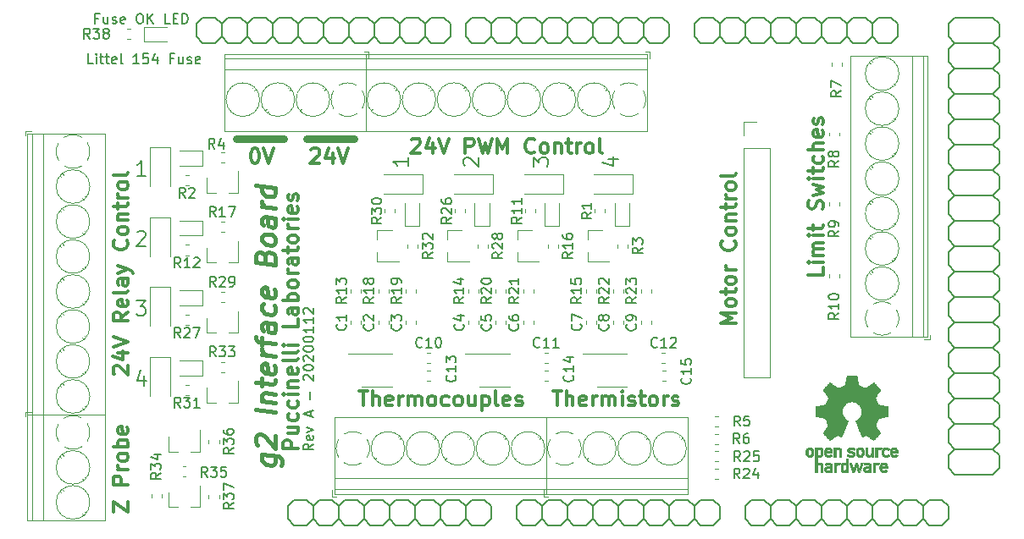
<source format=gbr>
G04 #@! TF.GenerationSoftware,KiCad,Pcbnew,(5.1.5-0-10_14)*
G04 #@! TF.CreationDate,2020-01-26T10:48:52-08:00*
G04 #@! TF.ProjectId,Printer Peripheral Interface,5072696e-7465-4722-9050-657269706865,rev?*
G04 #@! TF.SameCoordinates,Original*
G04 #@! TF.FileFunction,Legend,Top*
G04 #@! TF.FilePolarity,Positive*
%FSLAX46Y46*%
G04 Gerber Fmt 4.6, Leading zero omitted, Abs format (unit mm)*
G04 Created by KiCad (PCBNEW (5.1.5-0-10_14)) date 2020-01-26 10:48:52*
%MOMM*%
%LPD*%
G04 APERTURE LIST*
%ADD10C,0.200000*%
%ADD11C,0.150000*%
%ADD12C,0.400000*%
%ADD13C,0.300000*%
%ADD14C,0.750000*%
%ADD15C,0.120000*%
%ADD16C,0.010000*%
%ADD17C,0.152400*%
G04 APERTURE END LIST*
D10*
X105464285Y-79678571D02*
X105130952Y-79678571D01*
X105130952Y-80202380D02*
X105130952Y-79202380D01*
X105607142Y-79202380D01*
X106416666Y-79535714D02*
X106416666Y-80202380D01*
X105988095Y-79535714D02*
X105988095Y-80059523D01*
X106035714Y-80154761D01*
X106130952Y-80202380D01*
X106273809Y-80202380D01*
X106369047Y-80154761D01*
X106416666Y-80107142D01*
X106845238Y-80154761D02*
X106940476Y-80202380D01*
X107130952Y-80202380D01*
X107226190Y-80154761D01*
X107273809Y-80059523D01*
X107273809Y-80011904D01*
X107226190Y-79916666D01*
X107130952Y-79869047D01*
X106988095Y-79869047D01*
X106892857Y-79821428D01*
X106845238Y-79726190D01*
X106845238Y-79678571D01*
X106892857Y-79583333D01*
X106988095Y-79535714D01*
X107130952Y-79535714D01*
X107226190Y-79583333D01*
X108083333Y-80154761D02*
X107988095Y-80202380D01*
X107797619Y-80202380D01*
X107702380Y-80154761D01*
X107654761Y-80059523D01*
X107654761Y-79678571D01*
X107702380Y-79583333D01*
X107797619Y-79535714D01*
X107988095Y-79535714D01*
X108083333Y-79583333D01*
X108130952Y-79678571D01*
X108130952Y-79773809D01*
X107654761Y-79869047D01*
X109511904Y-79202380D02*
X109702380Y-79202380D01*
X109797619Y-79250000D01*
X109892857Y-79345238D01*
X109940476Y-79535714D01*
X109940476Y-79869047D01*
X109892857Y-80059523D01*
X109797619Y-80154761D01*
X109702380Y-80202380D01*
X109511904Y-80202380D01*
X109416666Y-80154761D01*
X109321428Y-80059523D01*
X109273809Y-79869047D01*
X109273809Y-79535714D01*
X109321428Y-79345238D01*
X109416666Y-79250000D01*
X109511904Y-79202380D01*
X110369047Y-80202380D02*
X110369047Y-79202380D01*
X110940476Y-80202380D02*
X110511904Y-79630952D01*
X110940476Y-79202380D02*
X110369047Y-79773809D01*
X112607142Y-80202380D02*
X112130952Y-80202380D01*
X112130952Y-79202380D01*
X112940476Y-79678571D02*
X113273809Y-79678571D01*
X113416666Y-80202380D02*
X112940476Y-80202380D01*
X112940476Y-79202380D01*
X113416666Y-79202380D01*
X113845238Y-80202380D02*
X113845238Y-79202380D01*
X114083333Y-79202380D01*
X114226190Y-79250000D01*
X114321428Y-79345238D01*
X114369047Y-79440476D01*
X114416666Y-79630952D01*
X114416666Y-79773809D01*
X114369047Y-79964285D01*
X114321428Y-80059523D01*
X114226190Y-80154761D01*
X114083333Y-80202380D01*
X113845238Y-80202380D01*
D11*
X126952380Y-122250000D02*
X126476190Y-122583333D01*
X126952380Y-122821428D02*
X125952380Y-122821428D01*
X125952380Y-122440476D01*
X126000000Y-122345238D01*
X126047619Y-122297619D01*
X126142857Y-122250000D01*
X126285714Y-122250000D01*
X126380952Y-122297619D01*
X126428571Y-122345238D01*
X126476190Y-122440476D01*
X126476190Y-122821428D01*
X126904761Y-121440476D02*
X126952380Y-121535714D01*
X126952380Y-121726190D01*
X126904761Y-121821428D01*
X126809523Y-121869047D01*
X126428571Y-121869047D01*
X126333333Y-121821428D01*
X126285714Y-121726190D01*
X126285714Y-121535714D01*
X126333333Y-121440476D01*
X126428571Y-121392857D01*
X126523809Y-121392857D01*
X126619047Y-121869047D01*
X126285714Y-121059523D02*
X126952380Y-120821428D01*
X126285714Y-120583333D01*
X126666666Y-119488095D02*
X126666666Y-119011904D01*
X126952380Y-119583333D02*
X125952380Y-119250000D01*
X126952380Y-118916666D01*
X126571428Y-117821428D02*
X126571428Y-117059523D01*
X126047619Y-115869047D02*
X126000000Y-115821428D01*
X125952380Y-115726190D01*
X125952380Y-115488095D01*
X126000000Y-115392857D01*
X126047619Y-115345238D01*
X126142857Y-115297619D01*
X126238095Y-115297619D01*
X126380952Y-115345238D01*
X126952380Y-115916666D01*
X126952380Y-115297619D01*
X125952380Y-114678571D02*
X125952380Y-114583333D01*
X126000000Y-114488095D01*
X126047619Y-114440476D01*
X126142857Y-114392857D01*
X126333333Y-114345238D01*
X126571428Y-114345238D01*
X126761904Y-114392857D01*
X126857142Y-114440476D01*
X126904761Y-114488095D01*
X126952380Y-114583333D01*
X126952380Y-114678571D01*
X126904761Y-114773809D01*
X126857142Y-114821428D01*
X126761904Y-114869047D01*
X126571428Y-114916666D01*
X126333333Y-114916666D01*
X126142857Y-114869047D01*
X126047619Y-114821428D01*
X126000000Y-114773809D01*
X125952380Y-114678571D01*
X126047619Y-113964285D02*
X126000000Y-113916666D01*
X125952380Y-113821428D01*
X125952380Y-113583333D01*
X126000000Y-113488095D01*
X126047619Y-113440476D01*
X126142857Y-113392857D01*
X126238095Y-113392857D01*
X126380952Y-113440476D01*
X126952380Y-114011904D01*
X126952380Y-113392857D01*
X125952380Y-112773809D02*
X125952380Y-112678571D01*
X126000000Y-112583333D01*
X126047619Y-112535714D01*
X126142857Y-112488095D01*
X126333333Y-112440476D01*
X126571428Y-112440476D01*
X126761904Y-112488095D01*
X126857142Y-112535714D01*
X126904761Y-112583333D01*
X126952380Y-112678571D01*
X126952380Y-112773809D01*
X126904761Y-112869047D01*
X126857142Y-112916666D01*
X126761904Y-112964285D01*
X126571428Y-113011904D01*
X126333333Y-113011904D01*
X126142857Y-112964285D01*
X126047619Y-112916666D01*
X126000000Y-112869047D01*
X125952380Y-112773809D01*
X125952380Y-111821428D02*
X125952380Y-111726190D01*
X126000000Y-111630952D01*
X126047619Y-111583333D01*
X126142857Y-111535714D01*
X126333333Y-111488095D01*
X126571428Y-111488095D01*
X126761904Y-111535714D01*
X126857142Y-111583333D01*
X126904761Y-111630952D01*
X126952380Y-111726190D01*
X126952380Y-111821428D01*
X126904761Y-111916666D01*
X126857142Y-111964285D01*
X126761904Y-112011904D01*
X126571428Y-112059523D01*
X126333333Y-112059523D01*
X126142857Y-112011904D01*
X126047619Y-111964285D01*
X126000000Y-111916666D01*
X125952380Y-111821428D01*
X126952380Y-110535714D02*
X126952380Y-111107142D01*
X126952380Y-110821428D02*
X125952380Y-110821428D01*
X126095238Y-110916666D01*
X126190476Y-111011904D01*
X126238095Y-111107142D01*
X126952380Y-109583333D02*
X126952380Y-110154761D01*
X126952380Y-109869047D02*
X125952380Y-109869047D01*
X126095238Y-109964285D01*
X126190476Y-110059523D01*
X126238095Y-110154761D01*
X126047619Y-109202380D02*
X126000000Y-109154761D01*
X125952380Y-109059523D01*
X125952380Y-108821428D01*
X126000000Y-108726190D01*
X126047619Y-108678571D01*
X126142857Y-108630952D01*
X126238095Y-108630952D01*
X126380952Y-108678571D01*
X126952380Y-109250000D01*
X126952380Y-108630952D01*
D12*
X121821428Y-123291428D02*
X123440476Y-123493809D01*
X123630952Y-123612857D01*
X123726190Y-123720000D01*
X123821428Y-123922380D01*
X123821428Y-124208095D01*
X123726190Y-124386666D01*
X123059523Y-123446190D02*
X123154761Y-123648571D01*
X123154761Y-124029523D01*
X123059523Y-124208095D01*
X122964285Y-124291428D01*
X122773809Y-124362857D01*
X122202380Y-124291428D01*
X122011904Y-124172380D01*
X121916666Y-124065238D01*
X121821428Y-123862857D01*
X121821428Y-123481904D01*
X121916666Y-123303333D01*
X121345238Y-122374761D02*
X121250000Y-122267619D01*
X121154761Y-122065238D01*
X121154761Y-121589047D01*
X121250000Y-121410476D01*
X121345238Y-121327142D01*
X121535714Y-121255714D01*
X121726190Y-121279523D01*
X122011904Y-121410476D01*
X123154761Y-122696190D01*
X123154761Y-121458095D01*
X123154761Y-119077142D02*
X121154761Y-118827142D01*
X121821428Y-117958095D02*
X123154761Y-118124761D01*
X122011904Y-117981904D02*
X121916666Y-117874761D01*
X121821428Y-117672380D01*
X121821428Y-117386666D01*
X121916666Y-117208095D01*
X122107142Y-117136666D01*
X123154761Y-117267619D01*
X121821428Y-116434285D02*
X121821428Y-115672380D01*
X121154761Y-116065238D02*
X122869047Y-116279523D01*
X123059523Y-116208095D01*
X123154761Y-116029523D01*
X123154761Y-115839047D01*
X123059523Y-114398571D02*
X123154761Y-114600952D01*
X123154761Y-114981904D01*
X123059523Y-115160476D01*
X122869047Y-115231904D01*
X122107142Y-115136666D01*
X121916666Y-115017619D01*
X121821428Y-114815238D01*
X121821428Y-114434285D01*
X121916666Y-114255714D01*
X122107142Y-114184285D01*
X122297619Y-114208095D01*
X122488095Y-115184285D01*
X123154761Y-113458095D02*
X121821428Y-113291428D01*
X122202380Y-113339047D02*
X122011904Y-113220000D01*
X121916666Y-113112857D01*
X121821428Y-112910476D01*
X121821428Y-112720000D01*
X121821428Y-112339047D02*
X121821428Y-111577142D01*
X123154761Y-112220000D02*
X121440476Y-112005714D01*
X121250000Y-111886666D01*
X121154761Y-111684285D01*
X121154761Y-111493809D01*
X123154761Y-110220000D02*
X122107142Y-110089047D01*
X121916666Y-110160476D01*
X121821428Y-110339047D01*
X121821428Y-110720000D01*
X121916666Y-110922380D01*
X123059523Y-110208095D02*
X123154761Y-110410476D01*
X123154761Y-110886666D01*
X123059523Y-111065238D01*
X122869047Y-111136666D01*
X122678571Y-111112857D01*
X122488095Y-110993809D01*
X122392857Y-110791428D01*
X122392857Y-110315238D01*
X122297619Y-110112857D01*
X123059523Y-108398571D02*
X123154761Y-108600952D01*
X123154761Y-108981904D01*
X123059523Y-109160476D01*
X122964285Y-109243809D01*
X122773809Y-109315238D01*
X122202380Y-109243809D01*
X122011904Y-109124761D01*
X121916666Y-109017619D01*
X121821428Y-108815238D01*
X121821428Y-108434285D01*
X121916666Y-108255714D01*
X123059523Y-106779523D02*
X123154761Y-106981904D01*
X123154761Y-107362857D01*
X123059523Y-107541428D01*
X122869047Y-107612857D01*
X122107142Y-107517619D01*
X121916666Y-107398571D01*
X121821428Y-107196190D01*
X121821428Y-106815238D01*
X121916666Y-106636666D01*
X122107142Y-106565238D01*
X122297619Y-106589047D01*
X122488095Y-107565238D01*
X122107142Y-103517619D02*
X122202380Y-103243809D01*
X122297619Y-103160476D01*
X122488095Y-103089047D01*
X122773809Y-103124761D01*
X122964285Y-103243809D01*
X123059523Y-103350952D01*
X123154761Y-103553333D01*
X123154761Y-104315238D01*
X121154761Y-104065238D01*
X121154761Y-103398571D01*
X121250000Y-103220000D01*
X121345238Y-103136666D01*
X121535714Y-103065238D01*
X121726190Y-103089047D01*
X121916666Y-103208095D01*
X122011904Y-103315238D01*
X122107142Y-103517619D01*
X122107142Y-104184285D01*
X123154761Y-102029523D02*
X123059523Y-102208095D01*
X122964285Y-102291428D01*
X122773809Y-102362857D01*
X122202380Y-102291428D01*
X122011904Y-102172380D01*
X121916666Y-102065238D01*
X121821428Y-101862857D01*
X121821428Y-101577142D01*
X121916666Y-101398571D01*
X122011904Y-101315238D01*
X122202380Y-101243809D01*
X122773809Y-101315238D01*
X122964285Y-101434285D01*
X123059523Y-101541428D01*
X123154761Y-101743809D01*
X123154761Y-102029523D01*
X123154761Y-99648571D02*
X122107142Y-99517619D01*
X121916666Y-99589047D01*
X121821428Y-99767619D01*
X121821428Y-100148571D01*
X121916666Y-100350952D01*
X123059523Y-99636666D02*
X123154761Y-99839047D01*
X123154761Y-100315238D01*
X123059523Y-100493809D01*
X122869047Y-100565238D01*
X122678571Y-100541428D01*
X122488095Y-100422380D01*
X122392857Y-100220000D01*
X122392857Y-99743809D01*
X122297619Y-99541428D01*
X123154761Y-98696190D02*
X121821428Y-98529523D01*
X122202380Y-98577142D02*
X122011904Y-98458095D01*
X121916666Y-98350952D01*
X121821428Y-98148571D01*
X121821428Y-97958095D01*
X123154761Y-96600952D02*
X121154761Y-96350952D01*
X123059523Y-96589047D02*
X123154761Y-96791428D01*
X123154761Y-97172380D01*
X123059523Y-97350952D01*
X122964285Y-97434285D01*
X122773809Y-97505714D01*
X122202380Y-97434285D01*
X122011904Y-97315238D01*
X121916666Y-97208095D01*
X121821428Y-97005714D01*
X121821428Y-96624761D01*
X121916666Y-96446190D01*
D13*
X125428571Y-122714285D02*
X123928571Y-122714285D01*
X123928571Y-122142857D01*
X124000000Y-122000000D01*
X124071428Y-121928571D01*
X124214285Y-121857142D01*
X124428571Y-121857142D01*
X124571428Y-121928571D01*
X124642857Y-122000000D01*
X124714285Y-122142857D01*
X124714285Y-122714285D01*
X124428571Y-120571428D02*
X125428571Y-120571428D01*
X124428571Y-121214285D02*
X125214285Y-121214285D01*
X125357142Y-121142857D01*
X125428571Y-121000000D01*
X125428571Y-120785714D01*
X125357142Y-120642857D01*
X125285714Y-120571428D01*
X125357142Y-119214285D02*
X125428571Y-119357142D01*
X125428571Y-119642857D01*
X125357142Y-119785714D01*
X125285714Y-119857142D01*
X125142857Y-119928571D01*
X124714285Y-119928571D01*
X124571428Y-119857142D01*
X124500000Y-119785714D01*
X124428571Y-119642857D01*
X124428571Y-119357142D01*
X124500000Y-119214285D01*
X125357142Y-117928571D02*
X125428571Y-118071428D01*
X125428571Y-118357142D01*
X125357142Y-118500000D01*
X125285714Y-118571428D01*
X125142857Y-118642857D01*
X124714285Y-118642857D01*
X124571428Y-118571428D01*
X124500000Y-118500000D01*
X124428571Y-118357142D01*
X124428571Y-118071428D01*
X124500000Y-117928571D01*
X125428571Y-117285714D02*
X124428571Y-117285714D01*
X123928571Y-117285714D02*
X124000000Y-117357142D01*
X124071428Y-117285714D01*
X124000000Y-117214285D01*
X123928571Y-117285714D01*
X124071428Y-117285714D01*
X124428571Y-116571428D02*
X125428571Y-116571428D01*
X124571428Y-116571428D02*
X124500000Y-116500000D01*
X124428571Y-116357142D01*
X124428571Y-116142857D01*
X124500000Y-116000000D01*
X124642857Y-115928571D01*
X125428571Y-115928571D01*
X125357142Y-114642857D02*
X125428571Y-114785714D01*
X125428571Y-115071428D01*
X125357142Y-115214285D01*
X125214285Y-115285714D01*
X124642857Y-115285714D01*
X124500000Y-115214285D01*
X124428571Y-115071428D01*
X124428571Y-114785714D01*
X124500000Y-114642857D01*
X124642857Y-114571428D01*
X124785714Y-114571428D01*
X124928571Y-115285714D01*
X125428571Y-113714285D02*
X125357142Y-113857142D01*
X125214285Y-113928571D01*
X123928571Y-113928571D01*
X125428571Y-112928571D02*
X125357142Y-113071428D01*
X125214285Y-113142857D01*
X123928571Y-113142857D01*
X125428571Y-112357142D02*
X124428571Y-112357142D01*
X123928571Y-112357142D02*
X124000000Y-112428571D01*
X124071428Y-112357142D01*
X124000000Y-112285714D01*
X123928571Y-112357142D01*
X124071428Y-112357142D01*
X125428571Y-109785714D02*
X125428571Y-110500000D01*
X123928571Y-110500000D01*
X125428571Y-108642857D02*
X124642857Y-108642857D01*
X124500000Y-108714285D01*
X124428571Y-108857142D01*
X124428571Y-109142857D01*
X124500000Y-109285714D01*
X125357142Y-108642857D02*
X125428571Y-108785714D01*
X125428571Y-109142857D01*
X125357142Y-109285714D01*
X125214285Y-109357142D01*
X125071428Y-109357142D01*
X124928571Y-109285714D01*
X124857142Y-109142857D01*
X124857142Y-108785714D01*
X124785714Y-108642857D01*
X125428571Y-107928571D02*
X123928571Y-107928571D01*
X124500000Y-107928571D02*
X124428571Y-107785714D01*
X124428571Y-107500000D01*
X124500000Y-107357142D01*
X124571428Y-107285714D01*
X124714285Y-107214285D01*
X125142857Y-107214285D01*
X125285714Y-107285714D01*
X125357142Y-107357142D01*
X125428571Y-107500000D01*
X125428571Y-107785714D01*
X125357142Y-107928571D01*
X125428571Y-106357142D02*
X125357142Y-106500000D01*
X125285714Y-106571428D01*
X125142857Y-106642857D01*
X124714285Y-106642857D01*
X124571428Y-106571428D01*
X124500000Y-106500000D01*
X124428571Y-106357142D01*
X124428571Y-106142857D01*
X124500000Y-106000000D01*
X124571428Y-105928571D01*
X124714285Y-105857142D01*
X125142857Y-105857142D01*
X125285714Y-105928571D01*
X125357142Y-106000000D01*
X125428571Y-106142857D01*
X125428571Y-106357142D01*
X125428571Y-105214285D02*
X124428571Y-105214285D01*
X124714285Y-105214285D02*
X124571428Y-105142857D01*
X124500000Y-105071428D01*
X124428571Y-104928571D01*
X124428571Y-104785714D01*
X125428571Y-103642857D02*
X124642857Y-103642857D01*
X124500000Y-103714285D01*
X124428571Y-103857142D01*
X124428571Y-104142857D01*
X124500000Y-104285714D01*
X125357142Y-103642857D02*
X125428571Y-103785714D01*
X125428571Y-104142857D01*
X125357142Y-104285714D01*
X125214285Y-104357142D01*
X125071428Y-104357142D01*
X124928571Y-104285714D01*
X124857142Y-104142857D01*
X124857142Y-103785714D01*
X124785714Y-103642857D01*
X124428571Y-103142857D02*
X124428571Y-102571428D01*
X123928571Y-102928571D02*
X125214285Y-102928571D01*
X125357142Y-102857142D01*
X125428571Y-102714285D01*
X125428571Y-102571428D01*
X125428571Y-101857142D02*
X125357142Y-102000000D01*
X125285714Y-102071428D01*
X125142857Y-102142857D01*
X124714285Y-102142857D01*
X124571428Y-102071428D01*
X124500000Y-102000000D01*
X124428571Y-101857142D01*
X124428571Y-101642857D01*
X124500000Y-101500000D01*
X124571428Y-101428571D01*
X124714285Y-101357142D01*
X125142857Y-101357142D01*
X125285714Y-101428571D01*
X125357142Y-101500000D01*
X125428571Y-101642857D01*
X125428571Y-101857142D01*
X125428571Y-100714285D02*
X124428571Y-100714285D01*
X124714285Y-100714285D02*
X124571428Y-100642857D01*
X124500000Y-100571428D01*
X124428571Y-100428571D01*
X124428571Y-100285714D01*
X125428571Y-99785714D02*
X124428571Y-99785714D01*
X123928571Y-99785714D02*
X124000000Y-99857142D01*
X124071428Y-99785714D01*
X124000000Y-99714285D01*
X123928571Y-99785714D01*
X124071428Y-99785714D01*
X125357142Y-98500000D02*
X125428571Y-98642857D01*
X125428571Y-98928571D01*
X125357142Y-99071428D01*
X125214285Y-99142857D01*
X124642857Y-99142857D01*
X124500000Y-99071428D01*
X124428571Y-98928571D01*
X124428571Y-98642857D01*
X124500000Y-98500000D01*
X124642857Y-98428571D01*
X124785714Y-98428571D01*
X124928571Y-99142857D01*
X125357142Y-97857142D02*
X125428571Y-97714285D01*
X125428571Y-97428571D01*
X125357142Y-97285714D01*
X125214285Y-97214285D01*
X125142857Y-97214285D01*
X125000000Y-97285714D01*
X124928571Y-97428571D01*
X124928571Y-97642857D01*
X124857142Y-97785714D01*
X124714285Y-97857142D01*
X124642857Y-97857142D01*
X124500000Y-97785714D01*
X124428571Y-97642857D01*
X124428571Y-97428571D01*
X124500000Y-97285714D01*
X177928571Y-104607142D02*
X177928571Y-105321428D01*
X176428571Y-105321428D01*
X177928571Y-104107142D02*
X176928571Y-104107142D01*
X176428571Y-104107142D02*
X176500000Y-104178571D01*
X176571428Y-104107142D01*
X176500000Y-104035714D01*
X176428571Y-104107142D01*
X176571428Y-104107142D01*
X177928571Y-103392857D02*
X176928571Y-103392857D01*
X177071428Y-103392857D02*
X177000000Y-103321428D01*
X176928571Y-103178571D01*
X176928571Y-102964285D01*
X177000000Y-102821428D01*
X177142857Y-102750000D01*
X177928571Y-102750000D01*
X177142857Y-102750000D02*
X177000000Y-102678571D01*
X176928571Y-102535714D01*
X176928571Y-102321428D01*
X177000000Y-102178571D01*
X177142857Y-102107142D01*
X177928571Y-102107142D01*
X177928571Y-101392857D02*
X176928571Y-101392857D01*
X176428571Y-101392857D02*
X176500000Y-101464285D01*
X176571428Y-101392857D01*
X176500000Y-101321428D01*
X176428571Y-101392857D01*
X176571428Y-101392857D01*
X176928571Y-100892857D02*
X176928571Y-100321428D01*
X176428571Y-100678571D02*
X177714285Y-100678571D01*
X177857142Y-100607142D01*
X177928571Y-100464285D01*
X177928571Y-100321428D01*
X177857142Y-98750000D02*
X177928571Y-98535714D01*
X177928571Y-98178571D01*
X177857142Y-98035714D01*
X177785714Y-97964285D01*
X177642857Y-97892857D01*
X177500000Y-97892857D01*
X177357142Y-97964285D01*
X177285714Y-98035714D01*
X177214285Y-98178571D01*
X177142857Y-98464285D01*
X177071428Y-98607142D01*
X177000000Y-98678571D01*
X176857142Y-98750000D01*
X176714285Y-98750000D01*
X176571428Y-98678571D01*
X176500000Y-98607142D01*
X176428571Y-98464285D01*
X176428571Y-98107142D01*
X176500000Y-97892857D01*
X176928571Y-97392857D02*
X177928571Y-97107142D01*
X177214285Y-96821428D01*
X177928571Y-96535714D01*
X176928571Y-96250000D01*
X177928571Y-95678571D02*
X176928571Y-95678571D01*
X176428571Y-95678571D02*
X176500000Y-95750000D01*
X176571428Y-95678571D01*
X176500000Y-95607142D01*
X176428571Y-95678571D01*
X176571428Y-95678571D01*
X176928571Y-95178571D02*
X176928571Y-94607142D01*
X176428571Y-94964285D02*
X177714285Y-94964285D01*
X177857142Y-94892857D01*
X177928571Y-94750000D01*
X177928571Y-94607142D01*
X177857142Y-93464285D02*
X177928571Y-93607142D01*
X177928571Y-93892857D01*
X177857142Y-94035714D01*
X177785714Y-94107142D01*
X177642857Y-94178571D01*
X177214285Y-94178571D01*
X177071428Y-94107142D01*
X177000000Y-94035714D01*
X176928571Y-93892857D01*
X176928571Y-93607142D01*
X177000000Y-93464285D01*
X177928571Y-92821428D02*
X176428571Y-92821428D01*
X177928571Y-92178571D02*
X177142857Y-92178571D01*
X177000000Y-92250000D01*
X176928571Y-92392857D01*
X176928571Y-92607142D01*
X177000000Y-92750000D01*
X177071428Y-92821428D01*
X177857142Y-90892857D02*
X177928571Y-91035714D01*
X177928571Y-91321428D01*
X177857142Y-91464285D01*
X177714285Y-91535714D01*
X177142857Y-91535714D01*
X177000000Y-91464285D01*
X176928571Y-91321428D01*
X176928571Y-91035714D01*
X177000000Y-90892857D01*
X177142857Y-90821428D01*
X177285714Y-90821428D01*
X177428571Y-91535714D01*
X177857142Y-90250000D02*
X177928571Y-90107142D01*
X177928571Y-89821428D01*
X177857142Y-89678571D01*
X177714285Y-89607142D01*
X177642857Y-89607142D01*
X177500000Y-89678571D01*
X177428571Y-89821428D01*
X177428571Y-90035714D01*
X177357142Y-90178571D01*
X177214285Y-90250000D01*
X177142857Y-90250000D01*
X177000000Y-90178571D01*
X176928571Y-90035714D01*
X176928571Y-89821428D01*
X177000000Y-89678571D01*
X169178571Y-110142857D02*
X167678571Y-110142857D01*
X168750000Y-109642857D01*
X167678571Y-109142857D01*
X169178571Y-109142857D01*
X169178571Y-108214285D02*
X169107142Y-108357142D01*
X169035714Y-108428571D01*
X168892857Y-108500000D01*
X168464285Y-108500000D01*
X168321428Y-108428571D01*
X168250000Y-108357142D01*
X168178571Y-108214285D01*
X168178571Y-108000000D01*
X168250000Y-107857142D01*
X168321428Y-107785714D01*
X168464285Y-107714285D01*
X168892857Y-107714285D01*
X169035714Y-107785714D01*
X169107142Y-107857142D01*
X169178571Y-108000000D01*
X169178571Y-108214285D01*
X168178571Y-107285714D02*
X168178571Y-106714285D01*
X167678571Y-107071428D02*
X168964285Y-107071428D01*
X169107142Y-107000000D01*
X169178571Y-106857142D01*
X169178571Y-106714285D01*
X169178571Y-106000000D02*
X169107142Y-106142857D01*
X169035714Y-106214285D01*
X168892857Y-106285714D01*
X168464285Y-106285714D01*
X168321428Y-106214285D01*
X168250000Y-106142857D01*
X168178571Y-106000000D01*
X168178571Y-105785714D01*
X168250000Y-105642857D01*
X168321428Y-105571428D01*
X168464285Y-105500000D01*
X168892857Y-105500000D01*
X169035714Y-105571428D01*
X169107142Y-105642857D01*
X169178571Y-105785714D01*
X169178571Y-106000000D01*
X169178571Y-104857142D02*
X168178571Y-104857142D01*
X168464285Y-104857142D02*
X168321428Y-104785714D01*
X168250000Y-104714285D01*
X168178571Y-104571428D01*
X168178571Y-104428571D01*
X169035714Y-101928571D02*
X169107142Y-102000000D01*
X169178571Y-102214285D01*
X169178571Y-102357142D01*
X169107142Y-102571428D01*
X168964285Y-102714285D01*
X168821428Y-102785714D01*
X168535714Y-102857142D01*
X168321428Y-102857142D01*
X168035714Y-102785714D01*
X167892857Y-102714285D01*
X167750000Y-102571428D01*
X167678571Y-102357142D01*
X167678571Y-102214285D01*
X167750000Y-102000000D01*
X167821428Y-101928571D01*
X169178571Y-101071428D02*
X169107142Y-101214285D01*
X169035714Y-101285714D01*
X168892857Y-101357142D01*
X168464285Y-101357142D01*
X168321428Y-101285714D01*
X168250000Y-101214285D01*
X168178571Y-101071428D01*
X168178571Y-100857142D01*
X168250000Y-100714285D01*
X168321428Y-100642857D01*
X168464285Y-100571428D01*
X168892857Y-100571428D01*
X169035714Y-100642857D01*
X169107142Y-100714285D01*
X169178571Y-100857142D01*
X169178571Y-101071428D01*
X168178571Y-99928571D02*
X169178571Y-99928571D01*
X168321428Y-99928571D02*
X168250000Y-99857142D01*
X168178571Y-99714285D01*
X168178571Y-99500000D01*
X168250000Y-99357142D01*
X168392857Y-99285714D01*
X169178571Y-99285714D01*
X168178571Y-98785714D02*
X168178571Y-98214285D01*
X167678571Y-98571428D02*
X168964285Y-98571428D01*
X169107142Y-98500000D01*
X169178571Y-98357142D01*
X169178571Y-98214285D01*
X169178571Y-97714285D02*
X168178571Y-97714285D01*
X168464285Y-97714285D02*
X168321428Y-97642857D01*
X168250000Y-97571428D01*
X168178571Y-97428571D01*
X168178571Y-97285714D01*
X169178571Y-96571428D02*
X169107142Y-96714285D01*
X169035714Y-96785714D01*
X168892857Y-96857142D01*
X168464285Y-96857142D01*
X168321428Y-96785714D01*
X168250000Y-96714285D01*
X168178571Y-96571428D01*
X168178571Y-96357142D01*
X168250000Y-96214285D01*
X168321428Y-96142857D01*
X168464285Y-96071428D01*
X168892857Y-96071428D01*
X169035714Y-96142857D01*
X169107142Y-96214285D01*
X169178571Y-96357142D01*
X169178571Y-96571428D01*
X169178571Y-95214285D02*
X169107142Y-95357142D01*
X168964285Y-95428571D01*
X167678571Y-95428571D01*
D11*
X104904761Y-84202380D02*
X104428571Y-84202380D01*
X104428571Y-83202380D01*
X105238095Y-84202380D02*
X105238095Y-83535714D01*
X105238095Y-83202380D02*
X105190476Y-83250000D01*
X105238095Y-83297619D01*
X105285714Y-83250000D01*
X105238095Y-83202380D01*
X105238095Y-83297619D01*
X105571428Y-83535714D02*
X105952380Y-83535714D01*
X105714285Y-83202380D02*
X105714285Y-84059523D01*
X105761904Y-84154761D01*
X105857142Y-84202380D01*
X105952380Y-84202380D01*
X106142857Y-83535714D02*
X106523809Y-83535714D01*
X106285714Y-83202380D02*
X106285714Y-84059523D01*
X106333333Y-84154761D01*
X106428571Y-84202380D01*
X106523809Y-84202380D01*
X107238095Y-84154761D02*
X107142857Y-84202380D01*
X106952380Y-84202380D01*
X106857142Y-84154761D01*
X106809523Y-84059523D01*
X106809523Y-83678571D01*
X106857142Y-83583333D01*
X106952380Y-83535714D01*
X107142857Y-83535714D01*
X107238095Y-83583333D01*
X107285714Y-83678571D01*
X107285714Y-83773809D01*
X106809523Y-83869047D01*
X107857142Y-84202380D02*
X107761904Y-84154761D01*
X107714285Y-84059523D01*
X107714285Y-83202380D01*
X109523809Y-84202380D02*
X108952380Y-84202380D01*
X109238095Y-84202380D02*
X109238095Y-83202380D01*
X109142857Y-83345238D01*
X109047619Y-83440476D01*
X108952380Y-83488095D01*
X110428571Y-83202380D02*
X109952380Y-83202380D01*
X109904761Y-83678571D01*
X109952380Y-83630952D01*
X110047619Y-83583333D01*
X110285714Y-83583333D01*
X110380952Y-83630952D01*
X110428571Y-83678571D01*
X110476190Y-83773809D01*
X110476190Y-84011904D01*
X110428571Y-84107142D01*
X110380952Y-84154761D01*
X110285714Y-84202380D01*
X110047619Y-84202380D01*
X109952380Y-84154761D01*
X109904761Y-84107142D01*
X111333333Y-83535714D02*
X111333333Y-84202380D01*
X111095238Y-83154761D02*
X110857142Y-83869047D01*
X111476190Y-83869047D01*
X112952380Y-83678571D02*
X112619047Y-83678571D01*
X112619047Y-84202380D02*
X112619047Y-83202380D01*
X113095238Y-83202380D01*
X113904761Y-83535714D02*
X113904761Y-84202380D01*
X113476190Y-83535714D02*
X113476190Y-84059523D01*
X113523809Y-84154761D01*
X113619047Y-84202380D01*
X113761904Y-84202380D01*
X113857142Y-84154761D01*
X113904761Y-84107142D01*
X114333333Y-84154761D02*
X114428571Y-84202380D01*
X114619047Y-84202380D01*
X114714285Y-84154761D01*
X114761904Y-84059523D01*
X114761904Y-84011904D01*
X114714285Y-83916666D01*
X114619047Y-83869047D01*
X114476190Y-83869047D01*
X114380952Y-83821428D01*
X114333333Y-83726190D01*
X114333333Y-83678571D01*
X114380952Y-83583333D01*
X114476190Y-83535714D01*
X114619047Y-83535714D01*
X114714285Y-83583333D01*
X115571428Y-84154761D02*
X115476190Y-84202380D01*
X115285714Y-84202380D01*
X115190476Y-84154761D01*
X115142857Y-84059523D01*
X115142857Y-83678571D01*
X115190476Y-83583333D01*
X115285714Y-83535714D01*
X115476190Y-83535714D01*
X115571428Y-83583333D01*
X115619047Y-83678571D01*
X115619047Y-83773809D01*
X115142857Y-83869047D01*
X156428571Y-93714285D02*
X157428571Y-93714285D01*
X155857142Y-94071428D02*
X156928571Y-94428571D01*
X156928571Y-93500000D01*
X148928571Y-94500000D02*
X148928571Y-93571428D01*
X149500000Y-94071428D01*
X149500000Y-93857142D01*
X149571428Y-93714285D01*
X149642857Y-93642857D01*
X149785714Y-93571428D01*
X150142857Y-93571428D01*
X150285714Y-93642857D01*
X150357142Y-93714285D01*
X150428571Y-93857142D01*
X150428571Y-94285714D01*
X150357142Y-94428571D01*
X150285714Y-94500000D01*
X142071428Y-94428571D02*
X142000000Y-94357142D01*
X141928571Y-94214285D01*
X141928571Y-93857142D01*
X142000000Y-93714285D01*
X142071428Y-93642857D01*
X142214285Y-93571428D01*
X142357142Y-93571428D01*
X142571428Y-93642857D01*
X143428571Y-94500000D01*
X143428571Y-93571428D01*
X136428571Y-93571428D02*
X136428571Y-94428571D01*
X136428571Y-94000000D02*
X134928571Y-94000000D01*
X135142857Y-94142857D01*
X135285714Y-94285714D01*
X135357142Y-94428571D01*
D14*
X119250000Y-91750000D02*
X124000000Y-91750000D01*
X126250000Y-91750000D02*
X131000000Y-91750000D01*
D13*
X121035714Y-92678571D02*
X121178571Y-92678571D01*
X121321428Y-92750000D01*
X121392857Y-92821428D01*
X121464285Y-92964285D01*
X121535714Y-93250000D01*
X121535714Y-93607142D01*
X121464285Y-93892857D01*
X121392857Y-94035714D01*
X121321428Y-94107142D01*
X121178571Y-94178571D01*
X121035714Y-94178571D01*
X120892857Y-94107142D01*
X120821428Y-94035714D01*
X120750000Y-93892857D01*
X120678571Y-93607142D01*
X120678571Y-93250000D01*
X120750000Y-92964285D01*
X120821428Y-92821428D01*
X120892857Y-92750000D01*
X121035714Y-92678571D01*
X121964285Y-92678571D02*
X122464285Y-94178571D01*
X122964285Y-92678571D01*
X126714285Y-92821428D02*
X126785714Y-92750000D01*
X126928571Y-92678571D01*
X127285714Y-92678571D01*
X127428571Y-92750000D01*
X127500000Y-92821428D01*
X127571428Y-92964285D01*
X127571428Y-93107142D01*
X127500000Y-93321428D01*
X126642857Y-94178571D01*
X127571428Y-94178571D01*
X128857142Y-93178571D02*
X128857142Y-94178571D01*
X128500000Y-92607142D02*
X128142857Y-93678571D01*
X129071428Y-93678571D01*
X129428571Y-92678571D02*
X129928571Y-94178571D01*
X130428571Y-92678571D01*
X136785714Y-91821428D02*
X136857142Y-91750000D01*
X137000000Y-91678571D01*
X137357142Y-91678571D01*
X137500000Y-91750000D01*
X137571428Y-91821428D01*
X137642857Y-91964285D01*
X137642857Y-92107142D01*
X137571428Y-92321428D01*
X136714285Y-93178571D01*
X137642857Y-93178571D01*
X138928571Y-92178571D02*
X138928571Y-93178571D01*
X138571428Y-91607142D02*
X138214285Y-92678571D01*
X139142857Y-92678571D01*
X139500000Y-91678571D02*
X140000000Y-93178571D01*
X140500000Y-91678571D01*
X142142857Y-93178571D02*
X142142857Y-91678571D01*
X142714285Y-91678571D01*
X142857142Y-91750000D01*
X142928571Y-91821428D01*
X143000000Y-91964285D01*
X143000000Y-92178571D01*
X142928571Y-92321428D01*
X142857142Y-92392857D01*
X142714285Y-92464285D01*
X142142857Y-92464285D01*
X143500000Y-91678571D02*
X143857142Y-93178571D01*
X144142857Y-92107142D01*
X144428571Y-93178571D01*
X144785714Y-91678571D01*
X145357142Y-93178571D02*
X145357142Y-91678571D01*
X145857142Y-92750000D01*
X146357142Y-91678571D01*
X146357142Y-93178571D01*
X149071428Y-93035714D02*
X149000000Y-93107142D01*
X148785714Y-93178571D01*
X148642857Y-93178571D01*
X148428571Y-93107142D01*
X148285714Y-92964285D01*
X148214285Y-92821428D01*
X148142857Y-92535714D01*
X148142857Y-92321428D01*
X148214285Y-92035714D01*
X148285714Y-91892857D01*
X148428571Y-91750000D01*
X148642857Y-91678571D01*
X148785714Y-91678571D01*
X149000000Y-91750000D01*
X149071428Y-91821428D01*
X149928571Y-93178571D02*
X149785714Y-93107142D01*
X149714285Y-93035714D01*
X149642857Y-92892857D01*
X149642857Y-92464285D01*
X149714285Y-92321428D01*
X149785714Y-92250000D01*
X149928571Y-92178571D01*
X150142857Y-92178571D01*
X150285714Y-92250000D01*
X150357142Y-92321428D01*
X150428571Y-92464285D01*
X150428571Y-92892857D01*
X150357142Y-93035714D01*
X150285714Y-93107142D01*
X150142857Y-93178571D01*
X149928571Y-93178571D01*
X151071428Y-92178571D02*
X151071428Y-93178571D01*
X151071428Y-92321428D02*
X151142857Y-92250000D01*
X151285714Y-92178571D01*
X151500000Y-92178571D01*
X151642857Y-92250000D01*
X151714285Y-92392857D01*
X151714285Y-93178571D01*
X152214285Y-92178571D02*
X152785714Y-92178571D01*
X152428571Y-91678571D02*
X152428571Y-92964285D01*
X152500000Y-93107142D01*
X152642857Y-93178571D01*
X152785714Y-93178571D01*
X153285714Y-93178571D02*
X153285714Y-92178571D01*
X153285714Y-92464285D02*
X153357142Y-92321428D01*
X153428571Y-92250000D01*
X153571428Y-92178571D01*
X153714285Y-92178571D01*
X154428571Y-93178571D02*
X154285714Y-93107142D01*
X154214285Y-93035714D01*
X154142857Y-92892857D01*
X154142857Y-92464285D01*
X154214285Y-92321428D01*
X154285714Y-92250000D01*
X154428571Y-92178571D01*
X154642857Y-92178571D01*
X154785714Y-92250000D01*
X154857142Y-92321428D01*
X154928571Y-92464285D01*
X154928571Y-92892857D01*
X154857142Y-93035714D01*
X154785714Y-93107142D01*
X154642857Y-93178571D01*
X154428571Y-93178571D01*
X155785714Y-93178571D02*
X155642857Y-93107142D01*
X155571428Y-92964285D01*
X155571428Y-91678571D01*
D11*
X110035714Y-115428571D02*
X110035714Y-116428571D01*
X109678571Y-114857142D02*
X109321428Y-115928571D01*
X110250000Y-115928571D01*
X109250000Y-107928571D02*
X110178571Y-107928571D01*
X109678571Y-108500000D01*
X109892857Y-108500000D01*
X110035714Y-108571428D01*
X110107142Y-108642857D01*
X110178571Y-108785714D01*
X110178571Y-109142857D01*
X110107142Y-109285714D01*
X110035714Y-109357142D01*
X109892857Y-109428571D01*
X109464285Y-109428571D01*
X109321428Y-109357142D01*
X109250000Y-109285714D01*
X109321428Y-101071428D02*
X109392857Y-101000000D01*
X109535714Y-100928571D01*
X109892857Y-100928571D01*
X110035714Y-101000000D01*
X110107142Y-101071428D01*
X110178571Y-101214285D01*
X110178571Y-101357142D01*
X110107142Y-101571428D01*
X109250000Y-102428571D01*
X110178571Y-102428571D01*
X110178571Y-95428571D02*
X109321428Y-95428571D01*
X109750000Y-95428571D02*
X109750000Y-93928571D01*
X109607142Y-94142857D01*
X109464285Y-94285714D01*
X109321428Y-94357142D01*
D13*
X131535714Y-116928571D02*
X132392857Y-116928571D01*
X131964285Y-118428571D02*
X131964285Y-116928571D01*
X132892857Y-118428571D02*
X132892857Y-116928571D01*
X133535714Y-118428571D02*
X133535714Y-117642857D01*
X133464285Y-117500000D01*
X133321428Y-117428571D01*
X133107142Y-117428571D01*
X132964285Y-117500000D01*
X132892857Y-117571428D01*
X134821428Y-118357142D02*
X134678571Y-118428571D01*
X134392857Y-118428571D01*
X134250000Y-118357142D01*
X134178571Y-118214285D01*
X134178571Y-117642857D01*
X134250000Y-117500000D01*
X134392857Y-117428571D01*
X134678571Y-117428571D01*
X134821428Y-117500000D01*
X134892857Y-117642857D01*
X134892857Y-117785714D01*
X134178571Y-117928571D01*
X135535714Y-118428571D02*
X135535714Y-117428571D01*
X135535714Y-117714285D02*
X135607142Y-117571428D01*
X135678571Y-117500000D01*
X135821428Y-117428571D01*
X135964285Y-117428571D01*
X136464285Y-118428571D02*
X136464285Y-117428571D01*
X136464285Y-117571428D02*
X136535714Y-117500000D01*
X136678571Y-117428571D01*
X136892857Y-117428571D01*
X137035714Y-117500000D01*
X137107142Y-117642857D01*
X137107142Y-118428571D01*
X137107142Y-117642857D02*
X137178571Y-117500000D01*
X137321428Y-117428571D01*
X137535714Y-117428571D01*
X137678571Y-117500000D01*
X137750000Y-117642857D01*
X137750000Y-118428571D01*
X138678571Y-118428571D02*
X138535714Y-118357142D01*
X138464285Y-118285714D01*
X138392857Y-118142857D01*
X138392857Y-117714285D01*
X138464285Y-117571428D01*
X138535714Y-117500000D01*
X138678571Y-117428571D01*
X138892857Y-117428571D01*
X139035714Y-117500000D01*
X139107142Y-117571428D01*
X139178571Y-117714285D01*
X139178571Y-118142857D01*
X139107142Y-118285714D01*
X139035714Y-118357142D01*
X138892857Y-118428571D01*
X138678571Y-118428571D01*
X140464285Y-118357142D02*
X140321428Y-118428571D01*
X140035714Y-118428571D01*
X139892857Y-118357142D01*
X139821428Y-118285714D01*
X139750000Y-118142857D01*
X139750000Y-117714285D01*
X139821428Y-117571428D01*
X139892857Y-117500000D01*
X140035714Y-117428571D01*
X140321428Y-117428571D01*
X140464285Y-117500000D01*
X141321428Y-118428571D02*
X141178571Y-118357142D01*
X141107142Y-118285714D01*
X141035714Y-118142857D01*
X141035714Y-117714285D01*
X141107142Y-117571428D01*
X141178571Y-117500000D01*
X141321428Y-117428571D01*
X141535714Y-117428571D01*
X141678571Y-117500000D01*
X141750000Y-117571428D01*
X141821428Y-117714285D01*
X141821428Y-118142857D01*
X141750000Y-118285714D01*
X141678571Y-118357142D01*
X141535714Y-118428571D01*
X141321428Y-118428571D01*
X143107142Y-117428571D02*
X143107142Y-118428571D01*
X142464285Y-117428571D02*
X142464285Y-118214285D01*
X142535714Y-118357142D01*
X142678571Y-118428571D01*
X142892857Y-118428571D01*
X143035714Y-118357142D01*
X143107142Y-118285714D01*
X143821428Y-117428571D02*
X143821428Y-118928571D01*
X143821428Y-117500000D02*
X143964285Y-117428571D01*
X144250000Y-117428571D01*
X144392857Y-117500000D01*
X144464285Y-117571428D01*
X144535714Y-117714285D01*
X144535714Y-118142857D01*
X144464285Y-118285714D01*
X144392857Y-118357142D01*
X144250000Y-118428571D01*
X143964285Y-118428571D01*
X143821428Y-118357142D01*
X145392857Y-118428571D02*
X145250000Y-118357142D01*
X145178571Y-118214285D01*
X145178571Y-116928571D01*
X146535714Y-118357142D02*
X146392857Y-118428571D01*
X146107142Y-118428571D01*
X145964285Y-118357142D01*
X145892857Y-118214285D01*
X145892857Y-117642857D01*
X145964285Y-117500000D01*
X146107142Y-117428571D01*
X146392857Y-117428571D01*
X146535714Y-117500000D01*
X146607142Y-117642857D01*
X146607142Y-117785714D01*
X145892857Y-117928571D01*
X147178571Y-118357142D02*
X147321428Y-118428571D01*
X147607142Y-118428571D01*
X147750000Y-118357142D01*
X147821428Y-118214285D01*
X147821428Y-118142857D01*
X147750000Y-118000000D01*
X147607142Y-117928571D01*
X147392857Y-117928571D01*
X147250000Y-117857142D01*
X147178571Y-117714285D01*
X147178571Y-117642857D01*
X147250000Y-117500000D01*
X147392857Y-117428571D01*
X147607142Y-117428571D01*
X147750000Y-117500000D01*
X150892857Y-116928571D02*
X151750000Y-116928571D01*
X151321428Y-118428571D02*
X151321428Y-116928571D01*
X152250000Y-118428571D02*
X152250000Y-116928571D01*
X152892857Y-118428571D02*
X152892857Y-117642857D01*
X152821428Y-117500000D01*
X152678571Y-117428571D01*
X152464285Y-117428571D01*
X152321428Y-117500000D01*
X152250000Y-117571428D01*
X154178571Y-118357142D02*
X154035714Y-118428571D01*
X153750000Y-118428571D01*
X153607142Y-118357142D01*
X153535714Y-118214285D01*
X153535714Y-117642857D01*
X153607142Y-117500000D01*
X153750000Y-117428571D01*
X154035714Y-117428571D01*
X154178571Y-117500000D01*
X154250000Y-117642857D01*
X154250000Y-117785714D01*
X153535714Y-117928571D01*
X154892857Y-118428571D02*
X154892857Y-117428571D01*
X154892857Y-117714285D02*
X154964285Y-117571428D01*
X155035714Y-117500000D01*
X155178571Y-117428571D01*
X155321428Y-117428571D01*
X155821428Y-118428571D02*
X155821428Y-117428571D01*
X155821428Y-117571428D02*
X155892857Y-117500000D01*
X156035714Y-117428571D01*
X156250000Y-117428571D01*
X156392857Y-117500000D01*
X156464285Y-117642857D01*
X156464285Y-118428571D01*
X156464285Y-117642857D02*
X156535714Y-117500000D01*
X156678571Y-117428571D01*
X156892857Y-117428571D01*
X157035714Y-117500000D01*
X157107142Y-117642857D01*
X157107142Y-118428571D01*
X157821428Y-118428571D02*
X157821428Y-117428571D01*
X157821428Y-116928571D02*
X157750000Y-117000000D01*
X157821428Y-117071428D01*
X157892857Y-117000000D01*
X157821428Y-116928571D01*
X157821428Y-117071428D01*
X158464285Y-118357142D02*
X158607142Y-118428571D01*
X158892857Y-118428571D01*
X159035714Y-118357142D01*
X159107142Y-118214285D01*
X159107142Y-118142857D01*
X159035714Y-118000000D01*
X158892857Y-117928571D01*
X158678571Y-117928571D01*
X158535714Y-117857142D01*
X158464285Y-117714285D01*
X158464285Y-117642857D01*
X158535714Y-117500000D01*
X158678571Y-117428571D01*
X158892857Y-117428571D01*
X159035714Y-117500000D01*
X159535714Y-117428571D02*
X160107142Y-117428571D01*
X159750000Y-116928571D02*
X159750000Y-118214285D01*
X159821428Y-118357142D01*
X159964285Y-118428571D01*
X160107142Y-118428571D01*
X160821428Y-118428571D02*
X160678571Y-118357142D01*
X160607142Y-118285714D01*
X160535714Y-118142857D01*
X160535714Y-117714285D01*
X160607142Y-117571428D01*
X160678571Y-117500000D01*
X160821428Y-117428571D01*
X161035714Y-117428571D01*
X161178571Y-117500000D01*
X161250000Y-117571428D01*
X161321428Y-117714285D01*
X161321428Y-118142857D01*
X161250000Y-118285714D01*
X161178571Y-118357142D01*
X161035714Y-118428571D01*
X160821428Y-118428571D01*
X161964285Y-118428571D02*
X161964285Y-117428571D01*
X161964285Y-117714285D02*
X162035714Y-117571428D01*
X162107142Y-117500000D01*
X162250000Y-117428571D01*
X162392857Y-117428571D01*
X162821428Y-118357142D02*
X162964285Y-118428571D01*
X163250000Y-118428571D01*
X163392857Y-118357142D01*
X163464285Y-118214285D01*
X163464285Y-118142857D01*
X163392857Y-118000000D01*
X163250000Y-117928571D01*
X163035714Y-117928571D01*
X162892857Y-117857142D01*
X162821428Y-117714285D01*
X162821428Y-117642857D01*
X162892857Y-117500000D01*
X163035714Y-117428571D01*
X163250000Y-117428571D01*
X163392857Y-117500000D01*
X107071428Y-115285714D02*
X107000000Y-115214285D01*
X106928571Y-115071428D01*
X106928571Y-114714285D01*
X107000000Y-114571428D01*
X107071428Y-114500000D01*
X107214285Y-114428571D01*
X107357142Y-114428571D01*
X107571428Y-114500000D01*
X108428571Y-115357142D01*
X108428571Y-114428571D01*
X107428571Y-113142857D02*
X108428571Y-113142857D01*
X106857142Y-113500000D02*
X107928571Y-113857142D01*
X107928571Y-112928571D01*
X106928571Y-112571428D02*
X108428571Y-112071428D01*
X106928571Y-111571428D01*
X108428571Y-109071428D02*
X107714285Y-109571428D01*
X108428571Y-109928571D02*
X106928571Y-109928571D01*
X106928571Y-109357142D01*
X107000000Y-109214285D01*
X107071428Y-109142857D01*
X107214285Y-109071428D01*
X107428571Y-109071428D01*
X107571428Y-109142857D01*
X107642857Y-109214285D01*
X107714285Y-109357142D01*
X107714285Y-109928571D01*
X108357142Y-107857142D02*
X108428571Y-108000000D01*
X108428571Y-108285714D01*
X108357142Y-108428571D01*
X108214285Y-108500000D01*
X107642857Y-108500000D01*
X107500000Y-108428571D01*
X107428571Y-108285714D01*
X107428571Y-108000000D01*
X107500000Y-107857142D01*
X107642857Y-107785714D01*
X107785714Y-107785714D01*
X107928571Y-108500000D01*
X108428571Y-106928571D02*
X108357142Y-107071428D01*
X108214285Y-107142857D01*
X106928571Y-107142857D01*
X108428571Y-105714285D02*
X107642857Y-105714285D01*
X107500000Y-105785714D01*
X107428571Y-105928571D01*
X107428571Y-106214285D01*
X107500000Y-106357142D01*
X108357142Y-105714285D02*
X108428571Y-105857142D01*
X108428571Y-106214285D01*
X108357142Y-106357142D01*
X108214285Y-106428571D01*
X108071428Y-106428571D01*
X107928571Y-106357142D01*
X107857142Y-106214285D01*
X107857142Y-105857142D01*
X107785714Y-105714285D01*
X107428571Y-105142857D02*
X108428571Y-104785714D01*
X107428571Y-104428571D02*
X108428571Y-104785714D01*
X108785714Y-104928571D01*
X108857142Y-105000000D01*
X108928571Y-105142857D01*
X108285714Y-101857142D02*
X108357142Y-101928571D01*
X108428571Y-102142857D01*
X108428571Y-102285714D01*
X108357142Y-102500000D01*
X108214285Y-102642857D01*
X108071428Y-102714285D01*
X107785714Y-102785714D01*
X107571428Y-102785714D01*
X107285714Y-102714285D01*
X107142857Y-102642857D01*
X107000000Y-102500000D01*
X106928571Y-102285714D01*
X106928571Y-102142857D01*
X107000000Y-101928571D01*
X107071428Y-101857142D01*
X108428571Y-101000000D02*
X108357142Y-101142857D01*
X108285714Y-101214285D01*
X108142857Y-101285714D01*
X107714285Y-101285714D01*
X107571428Y-101214285D01*
X107500000Y-101142857D01*
X107428571Y-101000000D01*
X107428571Y-100785714D01*
X107500000Y-100642857D01*
X107571428Y-100571428D01*
X107714285Y-100500000D01*
X108142857Y-100500000D01*
X108285714Y-100571428D01*
X108357142Y-100642857D01*
X108428571Y-100785714D01*
X108428571Y-101000000D01*
X107428571Y-99857142D02*
X108428571Y-99857142D01*
X107571428Y-99857142D02*
X107500000Y-99785714D01*
X107428571Y-99642857D01*
X107428571Y-99428571D01*
X107500000Y-99285714D01*
X107642857Y-99214285D01*
X108428571Y-99214285D01*
X107428571Y-98714285D02*
X107428571Y-98142857D01*
X106928571Y-98500000D02*
X108214285Y-98500000D01*
X108357142Y-98428571D01*
X108428571Y-98285714D01*
X108428571Y-98142857D01*
X108428571Y-97642857D02*
X107428571Y-97642857D01*
X107714285Y-97642857D02*
X107571428Y-97571428D01*
X107500000Y-97500000D01*
X107428571Y-97357142D01*
X107428571Y-97214285D01*
X108428571Y-96500000D02*
X108357142Y-96642857D01*
X108285714Y-96714285D01*
X108142857Y-96785714D01*
X107714285Y-96785714D01*
X107571428Y-96714285D01*
X107500000Y-96642857D01*
X107428571Y-96500000D01*
X107428571Y-96285714D01*
X107500000Y-96142857D01*
X107571428Y-96071428D01*
X107714285Y-96000000D01*
X108142857Y-96000000D01*
X108285714Y-96071428D01*
X108357142Y-96142857D01*
X108428571Y-96285714D01*
X108428571Y-96500000D01*
X108428571Y-95142857D02*
X108357142Y-95285714D01*
X108214285Y-95357142D01*
X106928571Y-95357142D01*
X106928571Y-129035714D02*
X106928571Y-128035714D01*
X108428571Y-129035714D01*
X108428571Y-128035714D01*
X108428571Y-126321428D02*
X106928571Y-126321428D01*
X106928571Y-125750000D01*
X107000000Y-125607142D01*
X107071428Y-125535714D01*
X107214285Y-125464285D01*
X107428571Y-125464285D01*
X107571428Y-125535714D01*
X107642857Y-125607142D01*
X107714285Y-125750000D01*
X107714285Y-126321428D01*
X108428571Y-124821428D02*
X107428571Y-124821428D01*
X107714285Y-124821428D02*
X107571428Y-124750000D01*
X107500000Y-124678571D01*
X107428571Y-124535714D01*
X107428571Y-124392857D01*
X108428571Y-123678571D02*
X108357142Y-123821428D01*
X108285714Y-123892857D01*
X108142857Y-123964285D01*
X107714285Y-123964285D01*
X107571428Y-123892857D01*
X107500000Y-123821428D01*
X107428571Y-123678571D01*
X107428571Y-123464285D01*
X107500000Y-123321428D01*
X107571428Y-123250000D01*
X107714285Y-123178571D01*
X108142857Y-123178571D01*
X108285714Y-123250000D01*
X108357142Y-123321428D01*
X108428571Y-123464285D01*
X108428571Y-123678571D01*
X108428571Y-122535714D02*
X106928571Y-122535714D01*
X107500000Y-122535714D02*
X107428571Y-122392857D01*
X107428571Y-122107142D01*
X107500000Y-121964285D01*
X107571428Y-121892857D01*
X107714285Y-121821428D01*
X108142857Y-121821428D01*
X108285714Y-121892857D01*
X108357142Y-121964285D01*
X108428571Y-122107142D01*
X108428571Y-122392857D01*
X108357142Y-122535714D01*
X108357142Y-120607142D02*
X108428571Y-120750000D01*
X108428571Y-121035714D01*
X108357142Y-121178571D01*
X108214285Y-121250000D01*
X107642857Y-121250000D01*
X107500000Y-121178571D01*
X107428571Y-121035714D01*
X107428571Y-120750000D01*
X107500000Y-120607142D01*
X107642857Y-120535714D01*
X107785714Y-120535714D01*
X107928571Y-121250000D01*
D15*
X110052500Y-81985000D02*
X112337500Y-81985000D01*
X110052500Y-80515000D02*
X110052500Y-81985000D01*
X112337500Y-80515000D02*
X110052500Y-80515000D01*
D16*
G36*
X180876044Y-115411946D02*
G01*
X180974130Y-115412144D01*
X181052589Y-115412607D01*
X181113700Y-115413445D01*
X181159746Y-115414767D01*
X181193006Y-115416682D01*
X181215762Y-115419300D01*
X181230296Y-115422730D01*
X181238888Y-115427081D01*
X181243819Y-115432462D01*
X181245509Y-115435355D01*
X181250480Y-115452198D01*
X181259237Y-115490089D01*
X181271221Y-115546282D01*
X181285873Y-115618027D01*
X181302632Y-115702577D01*
X181320939Y-115797184D01*
X181340234Y-115899100D01*
X181343421Y-115916140D01*
X181362861Y-116018612D01*
X181381538Y-116113883D01*
X181398878Y-116199264D01*
X181414311Y-116272067D01*
X181427262Y-116329602D01*
X181437160Y-116369179D01*
X181443432Y-116388110D01*
X181444113Y-116389099D01*
X181460155Y-116398675D01*
X181495172Y-116415502D01*
X181545577Y-116438108D01*
X181607780Y-116465025D01*
X181678195Y-116494780D01*
X181753232Y-116525905D01*
X181829303Y-116556927D01*
X181902820Y-116586377D01*
X181970195Y-116612785D01*
X182027839Y-116634679D01*
X182072165Y-116650589D01*
X182099584Y-116659046D01*
X182105202Y-116660021D01*
X182122378Y-116654792D01*
X182154671Y-116637980D01*
X182202872Y-116609084D01*
X182267775Y-116567605D01*
X182350172Y-116513041D01*
X182450855Y-116444892D01*
X182509335Y-116404857D01*
X182610655Y-116335283D01*
X182693929Y-116278194D01*
X182761064Y-116232399D01*
X182813969Y-116196710D01*
X182854554Y-116169937D01*
X182884725Y-116150890D01*
X182906392Y-116138380D01*
X182921464Y-116131218D01*
X182931847Y-116128214D01*
X182939452Y-116128178D01*
X182946186Y-116129922D01*
X182948992Y-116130828D01*
X182964450Y-116141533D01*
X182993906Y-116167218D01*
X183035085Y-116205567D01*
X183085716Y-116254267D01*
X183143522Y-116311002D01*
X183206232Y-116373459D01*
X183271572Y-116439323D01*
X183337267Y-116506280D01*
X183401045Y-116572015D01*
X183460631Y-116634214D01*
X183513752Y-116690563D01*
X183558135Y-116738747D01*
X183591506Y-116776452D01*
X183611590Y-116801363D01*
X183616571Y-116810379D01*
X183609916Y-116825620D01*
X183590955Y-116858378D01*
X183561195Y-116906315D01*
X183522143Y-116967087D01*
X183475306Y-117038356D01*
X183422190Y-117117779D01*
X183364303Y-117203016D01*
X183356524Y-117214376D01*
X183278451Y-117329123D01*
X183214086Y-117425568D01*
X183163569Y-117503489D01*
X183127039Y-117562665D01*
X183104639Y-117602875D01*
X183096507Y-117623898D01*
X183096476Y-117624604D01*
X183101248Y-117646022D01*
X183114562Y-117685378D01*
X183134917Y-117739203D01*
X183160808Y-117804028D01*
X183190735Y-117876384D01*
X183223195Y-117952803D01*
X183256684Y-118029815D01*
X183289702Y-118103951D01*
X183320745Y-118171743D01*
X183348311Y-118229721D01*
X183370897Y-118274416D01*
X183387002Y-118302359D01*
X183393273Y-118309889D01*
X183410573Y-118315820D01*
X183448823Y-118325402D01*
X183505160Y-118338031D01*
X183576720Y-118353102D01*
X183660641Y-118370012D01*
X183754059Y-118388157D01*
X183846844Y-118405590D01*
X183946629Y-118424214D01*
X184039698Y-118441916D01*
X184123167Y-118458122D01*
X184194154Y-118472259D01*
X184249776Y-118483754D01*
X184287149Y-118492033D01*
X184302976Y-118496332D01*
X184330190Y-118507767D01*
X184330190Y-118990542D01*
X184330130Y-119111671D01*
X184329885Y-119210844D01*
X184329359Y-119290298D01*
X184328456Y-119352265D01*
X184327080Y-119398983D01*
X184325134Y-119432684D01*
X184322522Y-119455605D01*
X184319149Y-119469980D01*
X184314917Y-119478044D01*
X184309731Y-119482033D01*
X184309024Y-119482351D01*
X184292601Y-119486597D01*
X184255200Y-119494697D01*
X184199628Y-119506091D01*
X184128693Y-119520220D01*
X184045202Y-119536524D01*
X183951961Y-119554445D01*
X183853137Y-119573168D01*
X183732052Y-119596192D01*
X183633036Y-119615602D01*
X183554301Y-119631805D01*
X183494062Y-119645206D01*
X183450533Y-119656213D01*
X183421928Y-119665232D01*
X183406462Y-119672669D01*
X183403330Y-119675584D01*
X183395149Y-119691720D01*
X183379316Y-119727372D01*
X183357077Y-119779564D01*
X183329682Y-119845318D01*
X183298379Y-119921659D01*
X183264416Y-120005609D01*
X183253112Y-120033791D01*
X183208629Y-120146278D01*
X183173760Y-120237551D01*
X183148206Y-120308460D01*
X183131668Y-120359857D01*
X183123849Y-120392593D01*
X183123325Y-120404420D01*
X183131273Y-120421846D01*
X183151480Y-120456589D01*
X183182333Y-120506144D01*
X183222222Y-120568009D01*
X183269535Y-120639679D01*
X183322660Y-120718651D01*
X183372620Y-120791735D01*
X183429175Y-120874437D01*
X183481094Y-120951461D01*
X183526815Y-121020406D01*
X183564776Y-121078872D01*
X183593418Y-121124458D01*
X183611179Y-121154762D01*
X183616571Y-121166976D01*
X183608257Y-121179901D01*
X183584546Y-121207833D01*
X183547286Y-121248812D01*
X183498325Y-121300882D01*
X183439509Y-121362083D01*
X183372687Y-121430456D01*
X183299707Y-121504045D01*
X183280004Y-121523738D01*
X183192439Y-121610837D01*
X183120244Y-121681994D01*
X183061901Y-121738587D01*
X183015895Y-121781996D01*
X182980707Y-121813599D01*
X182954822Y-121834776D01*
X182936723Y-121846905D01*
X182924894Y-121851367D01*
X182920170Y-121850935D01*
X182905011Y-121842261D01*
X182872400Y-121821471D01*
X182824789Y-121790199D01*
X182764631Y-121750079D01*
X182694378Y-121702744D01*
X182616480Y-121649828D01*
X182547365Y-121602557D01*
X182465055Y-121546538D01*
X182388310Y-121495162D01*
X182319576Y-121450001D01*
X182261297Y-121412627D01*
X182215917Y-121384610D01*
X182185881Y-121367521D01*
X182174279Y-121362762D01*
X182155660Y-121368273D01*
X182120284Y-121383437D01*
X182072563Y-121406197D01*
X182016908Y-121434499D01*
X181991628Y-121447864D01*
X181934096Y-121477645D01*
X181882715Y-121502397D01*
X181841841Y-121520159D01*
X181815834Y-121528969D01*
X181810241Y-121529507D01*
X181803683Y-121523949D01*
X181793381Y-121507953D01*
X181778785Y-121480274D01*
X181759347Y-121439662D01*
X181734516Y-121384872D01*
X181703743Y-121314654D01*
X181666478Y-121227761D01*
X181622172Y-121122946D01*
X181570275Y-120998961D01*
X181510236Y-120854559D01*
X181468550Y-120753907D01*
X181414979Y-120624072D01*
X181364226Y-120500424D01*
X181317042Y-120384832D01*
X181274178Y-120279168D01*
X181236386Y-120185303D01*
X181204416Y-120105108D01*
X181179020Y-120040453D01*
X181160950Y-119993210D01*
X181150955Y-119965250D01*
X181149143Y-119958379D01*
X181159702Y-119936272D01*
X181188527Y-119910103D01*
X181200548Y-119901872D01*
X181234959Y-119878782D01*
X181280240Y-119847170D01*
X181327882Y-119812997D01*
X181338925Y-119804928D01*
X181456445Y-119704321D01*
X181555217Y-119589940D01*
X181634597Y-119464056D01*
X181693944Y-119328936D01*
X181732614Y-119186851D01*
X181749965Y-119040069D01*
X181745354Y-118890860D01*
X181718138Y-118741494D01*
X181676111Y-118614514D01*
X181638254Y-118531566D01*
X181593773Y-118456835D01*
X181538209Y-118383893D01*
X181467107Y-118306311D01*
X181451524Y-118290566D01*
X181344337Y-118195269D01*
X181232697Y-118120859D01*
X181111102Y-118064054D01*
X181022143Y-118034446D01*
X180935670Y-118016442D01*
X180834724Y-118006491D01*
X180727642Y-118004591D01*
X180622762Y-118010743D01*
X180528421Y-118024948D01*
X180489952Y-118034446D01*
X180347459Y-118087569D01*
X180215870Y-118160659D01*
X180097148Y-118251621D01*
X179993255Y-118358356D01*
X179906154Y-118478770D01*
X179837808Y-118610764D01*
X179790179Y-118752242D01*
X179781136Y-118791746D01*
X179761734Y-118943728D01*
X179765581Y-119094488D01*
X179791762Y-119241663D01*
X179839362Y-119382888D01*
X179907465Y-119515797D01*
X179995157Y-119638028D01*
X180101524Y-119747215D01*
X180173170Y-119804928D01*
X180220095Y-119838820D01*
X180266739Y-119871609D01*
X180304595Y-119897334D01*
X180311548Y-119901872D01*
X180345182Y-119928346D01*
X180361883Y-119952221D01*
X180362952Y-119958379D01*
X180358427Y-119973240D01*
X180345353Y-120008562D01*
X180324481Y-120062473D01*
X180296563Y-120133102D01*
X180262349Y-120218579D01*
X180222590Y-120317033D01*
X180178038Y-120426592D01*
X180129445Y-120545387D01*
X180077560Y-120671545D01*
X180043545Y-120753907D01*
X179978167Y-120911636D01*
X179921271Y-121048172D01*
X179872308Y-121164762D01*
X179830729Y-121262654D01*
X179795983Y-121343096D01*
X179767521Y-121407334D01*
X179744794Y-121456617D01*
X179727252Y-121492192D01*
X179714344Y-121515308D01*
X179705522Y-121527210D01*
X179701854Y-121529507D01*
X179683729Y-121525235D01*
X179648830Y-121511151D01*
X179601514Y-121489219D01*
X179546139Y-121461399D01*
X179520467Y-121447864D01*
X179462756Y-121417811D01*
X179411082Y-121392416D01*
X179369855Y-121373732D01*
X179343488Y-121363817D01*
X179337816Y-121362762D01*
X179322621Y-121369412D01*
X179290020Y-121388317D01*
X179242458Y-121417904D01*
X179182380Y-121456602D01*
X179112229Y-121502840D01*
X179034451Y-121555047D01*
X178964730Y-121602557D01*
X178882330Y-121658881D01*
X178805525Y-121710988D01*
X178736770Y-121757244D01*
X178678514Y-121796016D01*
X178633211Y-121825670D01*
X178603313Y-121844572D01*
X178591925Y-121850935D01*
X178583132Y-121850417D01*
X178568981Y-121843058D01*
X178547955Y-121827481D01*
X178518537Y-121802306D01*
X178479210Y-121766154D01*
X178428459Y-121717645D01*
X178364766Y-121655401D01*
X178286615Y-121578043D01*
X178232091Y-121523738D01*
X178157816Y-121449117D01*
X178089219Y-121379203D01*
X178028150Y-121315954D01*
X177976456Y-121261329D01*
X177935984Y-121217285D01*
X177908582Y-121185782D01*
X177896098Y-121168777D01*
X177895524Y-121166976D01*
X177902185Y-121152438D01*
X177921129Y-121120464D01*
X177950794Y-121073453D01*
X177989619Y-121013807D01*
X178036044Y-120943926D01*
X178088508Y-120866213D01*
X178139476Y-120791735D01*
X178196363Y-120708430D01*
X178248848Y-120630236D01*
X178295317Y-120559659D01*
X178334161Y-120499201D01*
X178363767Y-120451367D01*
X178382525Y-120418659D01*
X178388770Y-120404420D01*
X178386562Y-120383574D01*
X178375833Y-120344632D01*
X178356284Y-120286742D01*
X178327618Y-120209053D01*
X178289537Y-120110712D01*
X178258984Y-120033791D01*
X178224429Y-119948023D01*
X178192133Y-119868905D01*
X178163342Y-119799414D01*
X178139306Y-119742527D01*
X178121272Y-119701220D01*
X178110490Y-119678471D01*
X178108765Y-119675584D01*
X178098584Y-119668721D01*
X178076061Y-119660458D01*
X178039411Y-119650388D01*
X177986848Y-119638105D01*
X177916585Y-119623203D01*
X177826838Y-119605274D01*
X177715819Y-119583912D01*
X177658958Y-119573168D01*
X177558848Y-119554200D01*
X177465718Y-119536297D01*
X177382374Y-119520018D01*
X177311625Y-119505921D01*
X177256275Y-119494567D01*
X177219134Y-119486515D01*
X177203071Y-119482351D01*
X177197762Y-119478709D01*
X177193418Y-119471266D01*
X177189945Y-119457787D01*
X177187245Y-119436036D01*
X177185222Y-119403780D01*
X177183781Y-119358782D01*
X177182825Y-119298809D01*
X177182258Y-119221624D01*
X177181983Y-119124994D01*
X177181905Y-119006683D01*
X177181905Y-118507767D01*
X177209119Y-118496332D01*
X177227023Y-118491543D01*
X177265844Y-118483007D01*
X177322702Y-118471297D01*
X177394711Y-118456987D01*
X177478989Y-118440650D01*
X177572654Y-118422861D01*
X177665251Y-118405590D01*
X177764926Y-118386840D01*
X177857763Y-118368763D01*
X177940900Y-118351964D01*
X178011474Y-118337046D01*
X178066620Y-118324613D01*
X178103477Y-118315271D01*
X178118823Y-118309889D01*
X178129920Y-118294664D01*
X178148475Y-118260438D01*
X178172982Y-118210679D01*
X178201942Y-118148857D01*
X178233850Y-118078440D01*
X178267204Y-118002898D01*
X178300503Y-117925699D01*
X178332244Y-117850313D01*
X178360924Y-117780208D01*
X178385040Y-117718854D01*
X178403092Y-117669718D01*
X178413575Y-117636272D01*
X178415619Y-117624604D01*
X178408433Y-117604855D01*
X178386969Y-117565903D01*
X178351367Y-117507970D01*
X178301768Y-117431277D01*
X178238311Y-117336047D01*
X178161138Y-117222499D01*
X178155571Y-117214376D01*
X178097175Y-117128556D01*
X178043356Y-117048246D01*
X177995619Y-116975788D01*
X177955472Y-116913522D01*
X177924422Y-116863789D01*
X177903976Y-116828929D01*
X177895639Y-116811285D01*
X177895524Y-116810379D01*
X177903802Y-116796923D01*
X177927120Y-116768887D01*
X177963205Y-116728585D01*
X178009783Y-116678333D01*
X178064581Y-116620445D01*
X178125325Y-116557235D01*
X178189740Y-116491017D01*
X178255555Y-116424105D01*
X178320494Y-116358815D01*
X178382285Y-116297461D01*
X178438654Y-116242356D01*
X178487326Y-116195816D01*
X178526030Y-116160154D01*
X178552490Y-116137686D01*
X178563103Y-116130828D01*
X178570190Y-116128736D01*
X178577540Y-116128070D01*
X178587062Y-116130020D01*
X178600666Y-116135774D01*
X178620260Y-116146523D01*
X178647752Y-116163456D01*
X178685053Y-116187761D01*
X178734069Y-116220628D01*
X178796711Y-116263246D01*
X178874887Y-116316805D01*
X178970506Y-116382493D01*
X179004083Y-116405571D01*
X179114271Y-116480810D01*
X179205765Y-116542188D01*
X179279345Y-116590197D01*
X179335790Y-116625329D01*
X179375877Y-116648076D01*
X179400387Y-116658931D01*
X179406883Y-116660060D01*
X179426165Y-116655186D01*
X179463876Y-116642236D01*
X179516419Y-116622681D01*
X179580203Y-116597992D01*
X179651632Y-116569642D01*
X179727113Y-116539102D01*
X179803052Y-116507845D01*
X179875854Y-116477343D01*
X179941926Y-116449066D01*
X179997674Y-116424488D01*
X180039503Y-116405079D01*
X180063820Y-116392312D01*
X180067875Y-116389359D01*
X180073542Y-116374250D01*
X180082919Y-116338024D01*
X180095431Y-116283375D01*
X180110504Y-116212995D01*
X180127564Y-116129576D01*
X180146037Y-116035810D01*
X180165349Y-115934389D01*
X180168719Y-115916343D01*
X180188072Y-115813508D01*
X180206537Y-115717529D01*
X180223554Y-115631155D01*
X180238564Y-115557138D01*
X180251007Y-115498228D01*
X180260324Y-115457176D01*
X180265956Y-115436732D01*
X180266478Y-115435557D01*
X180270468Y-115429608D01*
X180276967Y-115424749D01*
X180288259Y-115420871D01*
X180306625Y-115417863D01*
X180334347Y-115415615D01*
X180373707Y-115414016D01*
X180426988Y-115412957D01*
X180496472Y-115412327D01*
X180584441Y-115412015D01*
X180693178Y-115411912D01*
X180756048Y-115411905D01*
X180876044Y-115411946D01*
G37*
X180876044Y-115411946D02*
X180974130Y-115412144D01*
X181052589Y-115412607D01*
X181113700Y-115413445D01*
X181159746Y-115414767D01*
X181193006Y-115416682D01*
X181215762Y-115419300D01*
X181230296Y-115422730D01*
X181238888Y-115427081D01*
X181243819Y-115432462D01*
X181245509Y-115435355D01*
X181250480Y-115452198D01*
X181259237Y-115490089D01*
X181271221Y-115546282D01*
X181285873Y-115618027D01*
X181302632Y-115702577D01*
X181320939Y-115797184D01*
X181340234Y-115899100D01*
X181343421Y-115916140D01*
X181362861Y-116018612D01*
X181381538Y-116113883D01*
X181398878Y-116199264D01*
X181414311Y-116272067D01*
X181427262Y-116329602D01*
X181437160Y-116369179D01*
X181443432Y-116388110D01*
X181444113Y-116389099D01*
X181460155Y-116398675D01*
X181495172Y-116415502D01*
X181545577Y-116438108D01*
X181607780Y-116465025D01*
X181678195Y-116494780D01*
X181753232Y-116525905D01*
X181829303Y-116556927D01*
X181902820Y-116586377D01*
X181970195Y-116612785D01*
X182027839Y-116634679D01*
X182072165Y-116650589D01*
X182099584Y-116659046D01*
X182105202Y-116660021D01*
X182122378Y-116654792D01*
X182154671Y-116637980D01*
X182202872Y-116609084D01*
X182267775Y-116567605D01*
X182350172Y-116513041D01*
X182450855Y-116444892D01*
X182509335Y-116404857D01*
X182610655Y-116335283D01*
X182693929Y-116278194D01*
X182761064Y-116232399D01*
X182813969Y-116196710D01*
X182854554Y-116169937D01*
X182884725Y-116150890D01*
X182906392Y-116138380D01*
X182921464Y-116131218D01*
X182931847Y-116128214D01*
X182939452Y-116128178D01*
X182946186Y-116129922D01*
X182948992Y-116130828D01*
X182964450Y-116141533D01*
X182993906Y-116167218D01*
X183035085Y-116205567D01*
X183085716Y-116254267D01*
X183143522Y-116311002D01*
X183206232Y-116373459D01*
X183271572Y-116439323D01*
X183337267Y-116506280D01*
X183401045Y-116572015D01*
X183460631Y-116634214D01*
X183513752Y-116690563D01*
X183558135Y-116738747D01*
X183591506Y-116776452D01*
X183611590Y-116801363D01*
X183616571Y-116810379D01*
X183609916Y-116825620D01*
X183590955Y-116858378D01*
X183561195Y-116906315D01*
X183522143Y-116967087D01*
X183475306Y-117038356D01*
X183422190Y-117117779D01*
X183364303Y-117203016D01*
X183356524Y-117214376D01*
X183278451Y-117329123D01*
X183214086Y-117425568D01*
X183163569Y-117503489D01*
X183127039Y-117562665D01*
X183104639Y-117602875D01*
X183096507Y-117623898D01*
X183096476Y-117624604D01*
X183101248Y-117646022D01*
X183114562Y-117685378D01*
X183134917Y-117739203D01*
X183160808Y-117804028D01*
X183190735Y-117876384D01*
X183223195Y-117952803D01*
X183256684Y-118029815D01*
X183289702Y-118103951D01*
X183320745Y-118171743D01*
X183348311Y-118229721D01*
X183370897Y-118274416D01*
X183387002Y-118302359D01*
X183393273Y-118309889D01*
X183410573Y-118315820D01*
X183448823Y-118325402D01*
X183505160Y-118338031D01*
X183576720Y-118353102D01*
X183660641Y-118370012D01*
X183754059Y-118388157D01*
X183846844Y-118405590D01*
X183946629Y-118424214D01*
X184039698Y-118441916D01*
X184123167Y-118458122D01*
X184194154Y-118472259D01*
X184249776Y-118483754D01*
X184287149Y-118492033D01*
X184302976Y-118496332D01*
X184330190Y-118507767D01*
X184330190Y-118990542D01*
X184330130Y-119111671D01*
X184329885Y-119210844D01*
X184329359Y-119290298D01*
X184328456Y-119352265D01*
X184327080Y-119398983D01*
X184325134Y-119432684D01*
X184322522Y-119455605D01*
X184319149Y-119469980D01*
X184314917Y-119478044D01*
X184309731Y-119482033D01*
X184309024Y-119482351D01*
X184292601Y-119486597D01*
X184255200Y-119494697D01*
X184199628Y-119506091D01*
X184128693Y-119520220D01*
X184045202Y-119536524D01*
X183951961Y-119554445D01*
X183853137Y-119573168D01*
X183732052Y-119596192D01*
X183633036Y-119615602D01*
X183554301Y-119631805D01*
X183494062Y-119645206D01*
X183450533Y-119656213D01*
X183421928Y-119665232D01*
X183406462Y-119672669D01*
X183403330Y-119675584D01*
X183395149Y-119691720D01*
X183379316Y-119727372D01*
X183357077Y-119779564D01*
X183329682Y-119845318D01*
X183298379Y-119921659D01*
X183264416Y-120005609D01*
X183253112Y-120033791D01*
X183208629Y-120146278D01*
X183173760Y-120237551D01*
X183148206Y-120308460D01*
X183131668Y-120359857D01*
X183123849Y-120392593D01*
X183123325Y-120404420D01*
X183131273Y-120421846D01*
X183151480Y-120456589D01*
X183182333Y-120506144D01*
X183222222Y-120568009D01*
X183269535Y-120639679D01*
X183322660Y-120718651D01*
X183372620Y-120791735D01*
X183429175Y-120874437D01*
X183481094Y-120951461D01*
X183526815Y-121020406D01*
X183564776Y-121078872D01*
X183593418Y-121124458D01*
X183611179Y-121154762D01*
X183616571Y-121166976D01*
X183608257Y-121179901D01*
X183584546Y-121207833D01*
X183547286Y-121248812D01*
X183498325Y-121300882D01*
X183439509Y-121362083D01*
X183372687Y-121430456D01*
X183299707Y-121504045D01*
X183280004Y-121523738D01*
X183192439Y-121610837D01*
X183120244Y-121681994D01*
X183061901Y-121738587D01*
X183015895Y-121781996D01*
X182980707Y-121813599D01*
X182954822Y-121834776D01*
X182936723Y-121846905D01*
X182924894Y-121851367D01*
X182920170Y-121850935D01*
X182905011Y-121842261D01*
X182872400Y-121821471D01*
X182824789Y-121790199D01*
X182764631Y-121750079D01*
X182694378Y-121702744D01*
X182616480Y-121649828D01*
X182547365Y-121602557D01*
X182465055Y-121546538D01*
X182388310Y-121495162D01*
X182319576Y-121450001D01*
X182261297Y-121412627D01*
X182215917Y-121384610D01*
X182185881Y-121367521D01*
X182174279Y-121362762D01*
X182155660Y-121368273D01*
X182120284Y-121383437D01*
X182072563Y-121406197D01*
X182016908Y-121434499D01*
X181991628Y-121447864D01*
X181934096Y-121477645D01*
X181882715Y-121502397D01*
X181841841Y-121520159D01*
X181815834Y-121528969D01*
X181810241Y-121529507D01*
X181803683Y-121523949D01*
X181793381Y-121507953D01*
X181778785Y-121480274D01*
X181759347Y-121439662D01*
X181734516Y-121384872D01*
X181703743Y-121314654D01*
X181666478Y-121227761D01*
X181622172Y-121122946D01*
X181570275Y-120998961D01*
X181510236Y-120854559D01*
X181468550Y-120753907D01*
X181414979Y-120624072D01*
X181364226Y-120500424D01*
X181317042Y-120384832D01*
X181274178Y-120279168D01*
X181236386Y-120185303D01*
X181204416Y-120105108D01*
X181179020Y-120040453D01*
X181160950Y-119993210D01*
X181150955Y-119965250D01*
X181149143Y-119958379D01*
X181159702Y-119936272D01*
X181188527Y-119910103D01*
X181200548Y-119901872D01*
X181234959Y-119878782D01*
X181280240Y-119847170D01*
X181327882Y-119812997D01*
X181338925Y-119804928D01*
X181456445Y-119704321D01*
X181555217Y-119589940D01*
X181634597Y-119464056D01*
X181693944Y-119328936D01*
X181732614Y-119186851D01*
X181749965Y-119040069D01*
X181745354Y-118890860D01*
X181718138Y-118741494D01*
X181676111Y-118614514D01*
X181638254Y-118531566D01*
X181593773Y-118456835D01*
X181538209Y-118383893D01*
X181467107Y-118306311D01*
X181451524Y-118290566D01*
X181344337Y-118195269D01*
X181232697Y-118120859D01*
X181111102Y-118064054D01*
X181022143Y-118034446D01*
X180935670Y-118016442D01*
X180834724Y-118006491D01*
X180727642Y-118004591D01*
X180622762Y-118010743D01*
X180528421Y-118024948D01*
X180489952Y-118034446D01*
X180347459Y-118087569D01*
X180215870Y-118160659D01*
X180097148Y-118251621D01*
X179993255Y-118358356D01*
X179906154Y-118478770D01*
X179837808Y-118610764D01*
X179790179Y-118752242D01*
X179781136Y-118791746D01*
X179761734Y-118943728D01*
X179765581Y-119094488D01*
X179791762Y-119241663D01*
X179839362Y-119382888D01*
X179907465Y-119515797D01*
X179995157Y-119638028D01*
X180101524Y-119747215D01*
X180173170Y-119804928D01*
X180220095Y-119838820D01*
X180266739Y-119871609D01*
X180304595Y-119897334D01*
X180311548Y-119901872D01*
X180345182Y-119928346D01*
X180361883Y-119952221D01*
X180362952Y-119958379D01*
X180358427Y-119973240D01*
X180345353Y-120008562D01*
X180324481Y-120062473D01*
X180296563Y-120133102D01*
X180262349Y-120218579D01*
X180222590Y-120317033D01*
X180178038Y-120426592D01*
X180129445Y-120545387D01*
X180077560Y-120671545D01*
X180043545Y-120753907D01*
X179978167Y-120911636D01*
X179921271Y-121048172D01*
X179872308Y-121164762D01*
X179830729Y-121262654D01*
X179795983Y-121343096D01*
X179767521Y-121407334D01*
X179744794Y-121456617D01*
X179727252Y-121492192D01*
X179714344Y-121515308D01*
X179705522Y-121527210D01*
X179701854Y-121529507D01*
X179683729Y-121525235D01*
X179648830Y-121511151D01*
X179601514Y-121489219D01*
X179546139Y-121461399D01*
X179520467Y-121447864D01*
X179462756Y-121417811D01*
X179411082Y-121392416D01*
X179369855Y-121373732D01*
X179343488Y-121363817D01*
X179337816Y-121362762D01*
X179322621Y-121369412D01*
X179290020Y-121388317D01*
X179242458Y-121417904D01*
X179182380Y-121456602D01*
X179112229Y-121502840D01*
X179034451Y-121555047D01*
X178964730Y-121602557D01*
X178882330Y-121658881D01*
X178805525Y-121710988D01*
X178736770Y-121757244D01*
X178678514Y-121796016D01*
X178633211Y-121825670D01*
X178603313Y-121844572D01*
X178591925Y-121850935D01*
X178583132Y-121850417D01*
X178568981Y-121843058D01*
X178547955Y-121827481D01*
X178518537Y-121802306D01*
X178479210Y-121766154D01*
X178428459Y-121717645D01*
X178364766Y-121655401D01*
X178286615Y-121578043D01*
X178232091Y-121523738D01*
X178157816Y-121449117D01*
X178089219Y-121379203D01*
X178028150Y-121315954D01*
X177976456Y-121261329D01*
X177935984Y-121217285D01*
X177908582Y-121185782D01*
X177896098Y-121168777D01*
X177895524Y-121166976D01*
X177902185Y-121152438D01*
X177921129Y-121120464D01*
X177950794Y-121073453D01*
X177989619Y-121013807D01*
X178036044Y-120943926D01*
X178088508Y-120866213D01*
X178139476Y-120791735D01*
X178196363Y-120708430D01*
X178248848Y-120630236D01*
X178295317Y-120559659D01*
X178334161Y-120499201D01*
X178363767Y-120451367D01*
X178382525Y-120418659D01*
X178388770Y-120404420D01*
X178386562Y-120383574D01*
X178375833Y-120344632D01*
X178356284Y-120286742D01*
X178327618Y-120209053D01*
X178289537Y-120110712D01*
X178258984Y-120033791D01*
X178224429Y-119948023D01*
X178192133Y-119868905D01*
X178163342Y-119799414D01*
X178139306Y-119742527D01*
X178121272Y-119701220D01*
X178110490Y-119678471D01*
X178108765Y-119675584D01*
X178098584Y-119668721D01*
X178076061Y-119660458D01*
X178039411Y-119650388D01*
X177986848Y-119638105D01*
X177916585Y-119623203D01*
X177826838Y-119605274D01*
X177715819Y-119583912D01*
X177658958Y-119573168D01*
X177558848Y-119554200D01*
X177465718Y-119536297D01*
X177382374Y-119520018D01*
X177311625Y-119505921D01*
X177256275Y-119494567D01*
X177219134Y-119486515D01*
X177203071Y-119482351D01*
X177197762Y-119478709D01*
X177193418Y-119471266D01*
X177189945Y-119457787D01*
X177187245Y-119436036D01*
X177185222Y-119403780D01*
X177183781Y-119358782D01*
X177182825Y-119298809D01*
X177182258Y-119221624D01*
X177181983Y-119124994D01*
X177181905Y-119006683D01*
X177181905Y-118507767D01*
X177209119Y-118496332D01*
X177227023Y-118491543D01*
X177265844Y-118483007D01*
X177322702Y-118471297D01*
X177394711Y-118456987D01*
X177478989Y-118440650D01*
X177572654Y-118422861D01*
X177665251Y-118405590D01*
X177764926Y-118386840D01*
X177857763Y-118368763D01*
X177940900Y-118351964D01*
X178011474Y-118337046D01*
X178066620Y-118324613D01*
X178103477Y-118315271D01*
X178118823Y-118309889D01*
X178129920Y-118294664D01*
X178148475Y-118260438D01*
X178172982Y-118210679D01*
X178201942Y-118148857D01*
X178233850Y-118078440D01*
X178267204Y-118002898D01*
X178300503Y-117925699D01*
X178332244Y-117850313D01*
X178360924Y-117780208D01*
X178385040Y-117718854D01*
X178403092Y-117669718D01*
X178413575Y-117636272D01*
X178415619Y-117624604D01*
X178408433Y-117604855D01*
X178386969Y-117565903D01*
X178351367Y-117507970D01*
X178301768Y-117431277D01*
X178238311Y-117336047D01*
X178161138Y-117222499D01*
X178155571Y-117214376D01*
X178097175Y-117128556D01*
X178043356Y-117048246D01*
X177995619Y-116975788D01*
X177955472Y-116913522D01*
X177924422Y-116863789D01*
X177903976Y-116828929D01*
X177895639Y-116811285D01*
X177895524Y-116810379D01*
X177903802Y-116796923D01*
X177927120Y-116768887D01*
X177963205Y-116728585D01*
X178009783Y-116678333D01*
X178064581Y-116620445D01*
X178125325Y-116557235D01*
X178189740Y-116491017D01*
X178255555Y-116424105D01*
X178320494Y-116358815D01*
X178382285Y-116297461D01*
X178438654Y-116242356D01*
X178487326Y-116195816D01*
X178526030Y-116160154D01*
X178552490Y-116137686D01*
X178563103Y-116130828D01*
X178570190Y-116128736D01*
X178577540Y-116128070D01*
X178587062Y-116130020D01*
X178600666Y-116135774D01*
X178620260Y-116146523D01*
X178647752Y-116163456D01*
X178685053Y-116187761D01*
X178734069Y-116220628D01*
X178796711Y-116263246D01*
X178874887Y-116316805D01*
X178970506Y-116382493D01*
X179004083Y-116405571D01*
X179114271Y-116480810D01*
X179205765Y-116542188D01*
X179279345Y-116590197D01*
X179335790Y-116625329D01*
X179375877Y-116648076D01*
X179400387Y-116658931D01*
X179406883Y-116660060D01*
X179426165Y-116655186D01*
X179463876Y-116642236D01*
X179516419Y-116622681D01*
X179580203Y-116597992D01*
X179651632Y-116569642D01*
X179727113Y-116539102D01*
X179803052Y-116507845D01*
X179875854Y-116477343D01*
X179941926Y-116449066D01*
X179997674Y-116424488D01*
X180039503Y-116405079D01*
X180063820Y-116392312D01*
X180067875Y-116389359D01*
X180073542Y-116374250D01*
X180082919Y-116338024D01*
X180095431Y-116283375D01*
X180110504Y-116212995D01*
X180127564Y-116129576D01*
X180146037Y-116035810D01*
X180165349Y-115934389D01*
X180168719Y-115916343D01*
X180188072Y-115813508D01*
X180206537Y-115717529D01*
X180223554Y-115631155D01*
X180238564Y-115557138D01*
X180251007Y-115498228D01*
X180260324Y-115457176D01*
X180265956Y-115436732D01*
X180266478Y-115435557D01*
X180270468Y-115429608D01*
X180276967Y-115424749D01*
X180288259Y-115420871D01*
X180306625Y-115417863D01*
X180334347Y-115415615D01*
X180373707Y-115414016D01*
X180426988Y-115412957D01*
X180496472Y-115412327D01*
X180584441Y-115412015D01*
X180693178Y-115411912D01*
X180756048Y-115411905D01*
X180876044Y-115411946D01*
G36*
X183596605Y-122593937D02*
G01*
X183668942Y-122609625D01*
X183722099Y-122634442D01*
X183761883Y-122659029D01*
X183738279Y-122691253D01*
X183716713Y-122718863D01*
X183687129Y-122754559D01*
X183668219Y-122776533D01*
X183621761Y-122829591D01*
X183583481Y-122809795D01*
X183535234Y-122794397D01*
X183479727Y-122790692D01*
X183427275Y-122798531D01*
X183395167Y-122812530D01*
X183374059Y-122826906D01*
X183357327Y-122840991D01*
X183344405Y-122857675D01*
X183334726Y-122879849D01*
X183327723Y-122910405D01*
X183322829Y-122952231D01*
X183319477Y-123008220D01*
X183317100Y-123081261D01*
X183315132Y-123174245D01*
X183314190Y-123225428D01*
X183308143Y-123558047D01*
X183108571Y-123565073D01*
X183108571Y-122595498D01*
X183308143Y-122602524D01*
X183314190Y-122649880D01*
X183318984Y-122678926D01*
X183324998Y-122687450D01*
X183335200Y-122679056D01*
X183336717Y-122677240D01*
X183385485Y-122635815D01*
X183448984Y-122607687D01*
X183521322Y-122593510D01*
X183596605Y-122593937D01*
G37*
X183596605Y-122593937D02*
X183668942Y-122609625D01*
X183722099Y-122634442D01*
X183761883Y-122659029D01*
X183738279Y-122691253D01*
X183716713Y-122718863D01*
X183687129Y-122754559D01*
X183668219Y-122776533D01*
X183621761Y-122829591D01*
X183583481Y-122809795D01*
X183535234Y-122794397D01*
X183479727Y-122790692D01*
X183427275Y-122798531D01*
X183395167Y-122812530D01*
X183374059Y-122826906D01*
X183357327Y-122840991D01*
X183344405Y-122857675D01*
X183334726Y-122879849D01*
X183327723Y-122910405D01*
X183322829Y-122952231D01*
X183319477Y-123008220D01*
X183317100Y-123081261D01*
X183315132Y-123174245D01*
X183314190Y-123225428D01*
X183308143Y-123558047D01*
X183108571Y-123565073D01*
X183108571Y-122595498D01*
X183308143Y-122602524D01*
X183314190Y-122649880D01*
X183318984Y-122678926D01*
X183324998Y-122687450D01*
X183335200Y-122679056D01*
X183336717Y-122677240D01*
X183385485Y-122635815D01*
X183448984Y-122607687D01*
X183521322Y-122593510D01*
X183596605Y-122593937D01*
G36*
X179462303Y-122596639D02*
G01*
X179531296Y-122616432D01*
X179546524Y-122623602D01*
X179614015Y-122666873D01*
X179664223Y-122720739D01*
X179700090Y-122783952D01*
X179708072Y-122802202D01*
X179714410Y-122820410D01*
X179719331Y-122841587D01*
X179723063Y-122868747D01*
X179725835Y-122904901D01*
X179727873Y-122953063D01*
X179729407Y-123016244D01*
X179730663Y-123097456D01*
X179731871Y-123199713D01*
X179731926Y-123204766D01*
X179735901Y-123565104D01*
X179635165Y-123561576D01*
X179534429Y-123558047D01*
X179528381Y-123231476D01*
X179526408Y-123132592D01*
X179524423Y-123054905D01*
X179522189Y-122995422D01*
X179519469Y-122951152D01*
X179516026Y-122919103D01*
X179511623Y-122896281D01*
X179506022Y-122879694D01*
X179499527Y-122867234D01*
X179461200Y-122822926D01*
X179410180Y-122797626D01*
X179347509Y-122790000D01*
X179282370Y-122797335D01*
X179232482Y-122820885D01*
X179193298Y-122862968D01*
X179187858Y-122871349D01*
X179179348Y-122885810D01*
X179172688Y-122900612D01*
X179167610Y-122918849D01*
X179163841Y-122943618D01*
X179161112Y-122978015D01*
X179159152Y-123025135D01*
X179157689Y-123088075D01*
X179156454Y-123169929D01*
X179155575Y-123240547D01*
X179151673Y-123564095D01*
X178959905Y-123564095D01*
X178959905Y-122596476D01*
X179153429Y-122596476D01*
X179153429Y-122644857D01*
X179155941Y-122679342D01*
X179165141Y-122691081D01*
X179183518Y-122681028D01*
X179201524Y-122663304D01*
X179251592Y-122626241D01*
X179316027Y-122602283D01*
X179388406Y-122592169D01*
X179462303Y-122596639D01*
G37*
X179462303Y-122596639D02*
X179531296Y-122616432D01*
X179546524Y-122623602D01*
X179614015Y-122666873D01*
X179664223Y-122720739D01*
X179700090Y-122783952D01*
X179708072Y-122802202D01*
X179714410Y-122820410D01*
X179719331Y-122841587D01*
X179723063Y-122868747D01*
X179725835Y-122904901D01*
X179727873Y-122953063D01*
X179729407Y-123016244D01*
X179730663Y-123097456D01*
X179731871Y-123199713D01*
X179731926Y-123204766D01*
X179735901Y-123565104D01*
X179635165Y-123561576D01*
X179534429Y-123558047D01*
X179528381Y-123231476D01*
X179526408Y-123132592D01*
X179524423Y-123054905D01*
X179522189Y-122995422D01*
X179519469Y-122951152D01*
X179516026Y-122919103D01*
X179511623Y-122896281D01*
X179506022Y-122879694D01*
X179499527Y-122867234D01*
X179461200Y-122822926D01*
X179410180Y-122797626D01*
X179347509Y-122790000D01*
X179282370Y-122797335D01*
X179232482Y-122820885D01*
X179193298Y-122862968D01*
X179187858Y-122871349D01*
X179179348Y-122885810D01*
X179172688Y-122900612D01*
X179167610Y-122918849D01*
X179163841Y-122943618D01*
X179161112Y-122978015D01*
X179159152Y-123025135D01*
X179157689Y-123088075D01*
X179156454Y-123169929D01*
X179155575Y-123240547D01*
X179151673Y-123564095D01*
X178959905Y-123564095D01*
X178959905Y-122596476D01*
X179153429Y-122596476D01*
X179153429Y-122644857D01*
X179155941Y-122679342D01*
X179165141Y-122691081D01*
X179183518Y-122681028D01*
X179201524Y-122663304D01*
X179251592Y-122626241D01*
X179316027Y-122602283D01*
X179388406Y-122592169D01*
X179462303Y-122596639D01*
G36*
X185076314Y-122605528D02*
G01*
X185163030Y-122644063D01*
X185235776Y-122699000D01*
X185281694Y-122747915D01*
X185314625Y-122798953D01*
X185336622Y-122857539D01*
X185349736Y-122929099D01*
X185355938Y-123016785D01*
X185360896Y-123152857D01*
X184765619Y-123152857D01*
X184765619Y-123186580D01*
X184773731Y-123227878D01*
X184794600Y-123275625D01*
X184823029Y-123320060D01*
X184853147Y-123350937D01*
X184890882Y-123367975D01*
X184942918Y-123378426D01*
X185000055Y-123381438D01*
X185053094Y-123376161D01*
X185072171Y-123371191D01*
X185111153Y-123354566D01*
X185152097Y-123331786D01*
X185158967Y-123327285D01*
X185202743Y-123297578D01*
X185268419Y-123353687D01*
X185300740Y-123382569D01*
X185324185Y-123405943D01*
X185334036Y-123419075D01*
X185334095Y-123419541D01*
X185325539Y-123432427D01*
X185303909Y-123453737D01*
X185291369Y-123464505D01*
X185203663Y-123521568D01*
X185106024Y-123558031D01*
X185002810Y-123572810D01*
X184898381Y-123564819D01*
X184892619Y-123563683D01*
X184799047Y-123533434D01*
X184720225Y-123484194D01*
X184656861Y-123416672D01*
X184609663Y-123331574D01*
X184585279Y-123256560D01*
X184576982Y-123205114D01*
X184572216Y-123138648D01*
X184571049Y-123066084D01*
X184573550Y-122996341D01*
X184577323Y-122961235D01*
X184765619Y-122961235D01*
X184765619Y-122995619D01*
X185167454Y-122995619D01*
X185159147Y-122950262D01*
X185136326Y-122880721D01*
X185097463Y-122827704D01*
X185044527Y-122792972D01*
X184979489Y-122778284D01*
X184966237Y-122777905D01*
X184911086Y-122783804D01*
X184864233Y-122799433D01*
X184862494Y-122800345D01*
X184825454Y-122830843D01*
X184793198Y-122875712D01*
X184771500Y-122925362D01*
X184765619Y-122961235D01*
X184577323Y-122961235D01*
X184579784Y-122938341D01*
X184582752Y-122922945D01*
X184615859Y-122820321D01*
X184664486Y-122735744D01*
X184728197Y-122669677D01*
X184806559Y-122622582D01*
X184888972Y-122596856D01*
X184984017Y-122589514D01*
X185076314Y-122605528D01*
G37*
X185076314Y-122605528D02*
X185163030Y-122644063D01*
X185235776Y-122699000D01*
X185281694Y-122747915D01*
X185314625Y-122798953D01*
X185336622Y-122857539D01*
X185349736Y-122929099D01*
X185355938Y-123016785D01*
X185360896Y-123152857D01*
X184765619Y-123152857D01*
X184765619Y-123186580D01*
X184773731Y-123227878D01*
X184794600Y-123275625D01*
X184823029Y-123320060D01*
X184853147Y-123350937D01*
X184890882Y-123367975D01*
X184942918Y-123378426D01*
X185000055Y-123381438D01*
X185053094Y-123376161D01*
X185072171Y-123371191D01*
X185111153Y-123354566D01*
X185152097Y-123331786D01*
X185158967Y-123327285D01*
X185202743Y-123297578D01*
X185268419Y-123353687D01*
X185300740Y-123382569D01*
X185324185Y-123405943D01*
X185334036Y-123419075D01*
X185334095Y-123419541D01*
X185325539Y-123432427D01*
X185303909Y-123453737D01*
X185291369Y-123464505D01*
X185203663Y-123521568D01*
X185106024Y-123558031D01*
X185002810Y-123572810D01*
X184898381Y-123564819D01*
X184892619Y-123563683D01*
X184799047Y-123533434D01*
X184720225Y-123484194D01*
X184656861Y-123416672D01*
X184609663Y-123331574D01*
X184585279Y-123256560D01*
X184576982Y-123205114D01*
X184572216Y-123138648D01*
X184571049Y-123066084D01*
X184573550Y-122996341D01*
X184577323Y-122961235D01*
X184765619Y-122961235D01*
X184765619Y-122995619D01*
X185167454Y-122995619D01*
X185159147Y-122950262D01*
X185136326Y-122880721D01*
X185097463Y-122827704D01*
X185044527Y-122792972D01*
X184979489Y-122778284D01*
X184966237Y-122777905D01*
X184911086Y-122783804D01*
X184864233Y-122799433D01*
X184862494Y-122800345D01*
X184825454Y-122830843D01*
X184793198Y-122875712D01*
X184771500Y-122925362D01*
X184765619Y-122961235D01*
X184577323Y-122961235D01*
X184579784Y-122938341D01*
X184582752Y-122922945D01*
X184615859Y-122820321D01*
X184664486Y-122735744D01*
X184728197Y-122669677D01*
X184806559Y-122622582D01*
X184888972Y-122596856D01*
X184984017Y-122589514D01*
X185076314Y-122605528D01*
G36*
X184204535Y-122588832D02*
G01*
X184250308Y-122596814D01*
X184269789Y-122601593D01*
X184348522Y-122629536D01*
X184422204Y-122669905D01*
X184481794Y-122717643D01*
X184487092Y-122723117D01*
X184505509Y-122744414D01*
X184508159Y-122758378D01*
X184496008Y-122775143D01*
X184492442Y-122779110D01*
X184468316Y-122802775D01*
X184435881Y-122831047D01*
X184424774Y-122840060D01*
X184380262Y-122875360D01*
X184324525Y-122836073D01*
X184287768Y-122813084D01*
X184253037Y-122800182D01*
X184209388Y-122793882D01*
X184187609Y-122792463D01*
X184110274Y-122796120D01*
X184048707Y-122817043D01*
X184000601Y-122856424D01*
X183968415Y-122905605D01*
X183953549Y-122938606D01*
X183944437Y-122970717D01*
X183939747Y-123009616D01*
X183938145Y-123062979D01*
X183938069Y-123080285D01*
X183939037Y-123139795D01*
X183942939Y-123182755D01*
X183951004Y-123216747D01*
X183964461Y-123249352D01*
X183965946Y-123252412D01*
X184005317Y-123307435D01*
X184058897Y-123346293D01*
X184122226Y-123368203D01*
X184190841Y-123372378D01*
X184260281Y-123358035D01*
X184326082Y-123324390D01*
X184335643Y-123317417D01*
X184379087Y-123284280D01*
X184424186Y-123320045D01*
X184457014Y-123347639D01*
X184485294Y-123373978D01*
X184492327Y-123381334D01*
X184507756Y-123400785D01*
X184506695Y-123414900D01*
X184492327Y-123432455D01*
X184444340Y-123474759D01*
X184381727Y-123514471D01*
X184313857Y-123545941D01*
X184291003Y-123553836D01*
X184236250Y-123568261D01*
X184187434Y-123573742D01*
X184133856Y-123570813D01*
X184087459Y-123563989D01*
X184014106Y-123542522D01*
X183940032Y-123505387D01*
X183875969Y-123458222D01*
X183863580Y-123446346D01*
X183811479Y-123377260D01*
X183772718Y-123291650D01*
X183748384Y-123193852D01*
X183739569Y-123088203D01*
X183746903Y-122982140D01*
X183772117Y-122872509D01*
X183813305Y-122780994D01*
X183870719Y-122707324D01*
X183944613Y-122651228D01*
X184035242Y-122612434D01*
X184108997Y-122595393D01*
X184161816Y-122588527D01*
X184204535Y-122588832D01*
G37*
X184204535Y-122588832D02*
X184250308Y-122596814D01*
X184269789Y-122601593D01*
X184348522Y-122629536D01*
X184422204Y-122669905D01*
X184481794Y-122717643D01*
X184487092Y-122723117D01*
X184505509Y-122744414D01*
X184508159Y-122758378D01*
X184496008Y-122775143D01*
X184492442Y-122779110D01*
X184468316Y-122802775D01*
X184435881Y-122831047D01*
X184424774Y-122840060D01*
X184380262Y-122875360D01*
X184324525Y-122836073D01*
X184287768Y-122813084D01*
X184253037Y-122800182D01*
X184209388Y-122793882D01*
X184187609Y-122792463D01*
X184110274Y-122796120D01*
X184048707Y-122817043D01*
X184000601Y-122856424D01*
X183968415Y-122905605D01*
X183953549Y-122938606D01*
X183944437Y-122970717D01*
X183939747Y-123009616D01*
X183938145Y-123062979D01*
X183938069Y-123080285D01*
X183939037Y-123139795D01*
X183942939Y-123182755D01*
X183951004Y-123216747D01*
X183964461Y-123249352D01*
X183965946Y-123252412D01*
X184005317Y-123307435D01*
X184058897Y-123346293D01*
X184122226Y-123368203D01*
X184190841Y-123372378D01*
X184260281Y-123358035D01*
X184326082Y-123324390D01*
X184335643Y-123317417D01*
X184379087Y-123284280D01*
X184424186Y-123320045D01*
X184457014Y-123347639D01*
X184485294Y-123373978D01*
X184492327Y-123381334D01*
X184507756Y-123400785D01*
X184506695Y-123414900D01*
X184492327Y-123432455D01*
X184444340Y-123474759D01*
X184381727Y-123514471D01*
X184313857Y-123545941D01*
X184291003Y-123553836D01*
X184236250Y-123568261D01*
X184187434Y-123573742D01*
X184133856Y-123570813D01*
X184087459Y-123563989D01*
X184014106Y-123542522D01*
X183940032Y-123505387D01*
X183875969Y-123458222D01*
X183863580Y-123446346D01*
X183811479Y-123377260D01*
X183772718Y-123291650D01*
X183748384Y-123193852D01*
X183739569Y-123088203D01*
X183746903Y-122982140D01*
X183772117Y-122872509D01*
X183813305Y-122780994D01*
X183870719Y-122707324D01*
X183944613Y-122651228D01*
X184035242Y-122612434D01*
X184108997Y-122595393D01*
X184161816Y-122588527D01*
X184204535Y-122588832D01*
G36*
X182336951Y-122927755D02*
G01*
X182338102Y-123026488D01*
X182339336Y-123103976D01*
X182340882Y-123163160D01*
X182342970Y-123206985D01*
X182345829Y-123238394D01*
X182349689Y-123260331D01*
X182354779Y-123275739D01*
X182361329Y-123287562D01*
X182365462Y-123293368D01*
X182406390Y-123338240D01*
X182450178Y-123363220D01*
X182504116Y-123372199D01*
X182513565Y-123372407D01*
X182580662Y-123364104D01*
X182633130Y-123337159D01*
X182673216Y-123290260D01*
X182682214Y-123273993D01*
X182690516Y-123256625D01*
X182696934Y-123239146D01*
X182701709Y-123218306D01*
X182705084Y-123190854D01*
X182707300Y-123153538D01*
X182708600Y-123103107D01*
X182709225Y-123036311D01*
X182709418Y-122949898D01*
X182709429Y-122908389D01*
X182709429Y-122596476D01*
X182902952Y-122596476D01*
X182902952Y-123564095D01*
X182709429Y-123564095D01*
X182709429Y-123468969D01*
X182649354Y-123509396D01*
X182570123Y-123550544D01*
X182488039Y-123570615D01*
X182407484Y-123568676D01*
X182388905Y-123564841D01*
X182305166Y-123532590D01*
X182235215Y-123480752D01*
X182180553Y-123410575D01*
X182162830Y-123376619D01*
X182154851Y-123358461D01*
X182148565Y-123340659D01*
X182143769Y-123320186D01*
X182140261Y-123294015D01*
X182137839Y-123259120D01*
X182136301Y-123212475D01*
X182135445Y-123151052D01*
X182135068Y-123071825D01*
X182134970Y-122971768D01*
X182134967Y-122959333D01*
X182134905Y-122602524D01*
X182234141Y-122599019D01*
X182333377Y-122595515D01*
X182336951Y-122927755D01*
G37*
X182336951Y-122927755D02*
X182338102Y-123026488D01*
X182339336Y-123103976D01*
X182340882Y-123163160D01*
X182342970Y-123206985D01*
X182345829Y-123238394D01*
X182349689Y-123260331D01*
X182354779Y-123275739D01*
X182361329Y-123287562D01*
X182365462Y-123293368D01*
X182406390Y-123338240D01*
X182450178Y-123363220D01*
X182504116Y-123372199D01*
X182513565Y-123372407D01*
X182580662Y-123364104D01*
X182633130Y-123337159D01*
X182673216Y-123290260D01*
X182682214Y-123273993D01*
X182690516Y-123256625D01*
X182696934Y-123239146D01*
X182701709Y-123218306D01*
X182705084Y-123190854D01*
X182707300Y-123153538D01*
X182708600Y-123103107D01*
X182709225Y-123036311D01*
X182709418Y-122949898D01*
X182709429Y-122908389D01*
X182709429Y-122596476D01*
X182902952Y-122596476D01*
X182902952Y-123564095D01*
X182709429Y-123564095D01*
X182709429Y-123468969D01*
X182649354Y-123509396D01*
X182570123Y-123550544D01*
X182488039Y-123570615D01*
X182407484Y-123568676D01*
X182388905Y-123564841D01*
X182305166Y-123532590D01*
X182235215Y-123480752D01*
X182180553Y-123410575D01*
X182162830Y-123376619D01*
X182154851Y-123358461D01*
X182148565Y-123340659D01*
X182143769Y-123320186D01*
X182140261Y-123294015D01*
X182137839Y-123259120D01*
X182136301Y-123212475D01*
X182135445Y-123151052D01*
X182135068Y-123071825D01*
X182134970Y-122971768D01*
X182134967Y-122959333D01*
X182134905Y-122602524D01*
X182234141Y-122599019D01*
X182333377Y-122595515D01*
X182336951Y-122927755D01*
G36*
X181643308Y-122594780D02*
G01*
X181726988Y-122618996D01*
X181804816Y-122662253D01*
X181867381Y-122718394D01*
X181901997Y-122760654D01*
X181927644Y-122802628D01*
X181945552Y-122848945D01*
X181956951Y-122904236D01*
X181963073Y-122973131D01*
X181965148Y-123060260D01*
X181965177Y-123086333D01*
X181964612Y-123159651D01*
X181962898Y-123214042D01*
X181959454Y-123254761D01*
X181953698Y-123287064D01*
X181945051Y-123316208D01*
X181937578Y-123336014D01*
X181901899Y-123399817D01*
X181849703Y-123460814D01*
X181788223Y-123511615D01*
X181738389Y-123539448D01*
X181671361Y-123559499D01*
X181593499Y-123568970D01*
X181516253Y-123566695D01*
X181497313Y-123563973D01*
X181408146Y-123536836D01*
X181329440Y-123489431D01*
X181264740Y-123424483D01*
X181220268Y-123350783D01*
X181202698Y-123295421D01*
X181190457Y-123222921D01*
X181183604Y-123139753D01*
X181182640Y-123079824D01*
X181379218Y-123079824D01*
X181381986Y-123168092D01*
X181390966Y-123235797D01*
X181407745Y-123286121D01*
X181433908Y-123322245D01*
X181471038Y-123347351D01*
X181520722Y-123364619D01*
X181521182Y-123364736D01*
X181591879Y-123372192D01*
X181655809Y-123357838D01*
X181692492Y-123336848D01*
X181723546Y-123309938D01*
X181745559Y-123279871D01*
X181759961Y-123242037D01*
X181768180Y-123191825D01*
X181771648Y-123124626D01*
X181772048Y-123080285D01*
X181771547Y-123014506D01*
X181769599Y-122967687D01*
X181765533Y-122934609D01*
X181758679Y-122910054D01*
X181748367Y-122888804D01*
X181747203Y-122886803D01*
X181703621Y-122833467D01*
X181648058Y-122801116D01*
X181580955Y-122790004D01*
X181579570Y-122790000D01*
X181509671Y-122798996D01*
X181454918Y-122826465D01*
X181414027Y-122873127D01*
X181406167Y-122887196D01*
X181394026Y-122913915D01*
X181386107Y-122941411D01*
X181381565Y-122975711D01*
X181379557Y-123022843D01*
X181379218Y-123079824D01*
X181182640Y-123079824D01*
X181182198Y-123052388D01*
X181186299Y-122967296D01*
X181195966Y-122890950D01*
X181211257Y-122829819D01*
X181215417Y-122818969D01*
X181260301Y-122740333D01*
X181320451Y-122677482D01*
X181392345Y-122630958D01*
X181472466Y-122601305D01*
X181557294Y-122589065D01*
X181643308Y-122594780D01*
G37*
X181643308Y-122594780D02*
X181726988Y-122618996D01*
X181804816Y-122662253D01*
X181867381Y-122718394D01*
X181901997Y-122760654D01*
X181927644Y-122802628D01*
X181945552Y-122848945D01*
X181956951Y-122904236D01*
X181963073Y-122973131D01*
X181965148Y-123060260D01*
X181965177Y-123086333D01*
X181964612Y-123159651D01*
X181962898Y-123214042D01*
X181959454Y-123254761D01*
X181953698Y-123287064D01*
X181945051Y-123316208D01*
X181937578Y-123336014D01*
X181901899Y-123399817D01*
X181849703Y-123460814D01*
X181788223Y-123511615D01*
X181738389Y-123539448D01*
X181671361Y-123559499D01*
X181593499Y-123568970D01*
X181516253Y-123566695D01*
X181497313Y-123563973D01*
X181408146Y-123536836D01*
X181329440Y-123489431D01*
X181264740Y-123424483D01*
X181220268Y-123350783D01*
X181202698Y-123295421D01*
X181190457Y-123222921D01*
X181183604Y-123139753D01*
X181182640Y-123079824D01*
X181379218Y-123079824D01*
X181381986Y-123168092D01*
X181390966Y-123235797D01*
X181407745Y-123286121D01*
X181433908Y-123322245D01*
X181471038Y-123347351D01*
X181520722Y-123364619D01*
X181521182Y-123364736D01*
X181591879Y-123372192D01*
X181655809Y-123357838D01*
X181692492Y-123336848D01*
X181723546Y-123309938D01*
X181745559Y-123279871D01*
X181759961Y-123242037D01*
X181768180Y-123191825D01*
X181771648Y-123124626D01*
X181772048Y-123080285D01*
X181771547Y-123014506D01*
X181769599Y-122967687D01*
X181765533Y-122934609D01*
X181758679Y-122910054D01*
X181748367Y-122888804D01*
X181747203Y-122886803D01*
X181703621Y-122833467D01*
X181648058Y-122801116D01*
X181580955Y-122790004D01*
X181579570Y-122790000D01*
X181509671Y-122798996D01*
X181454918Y-122826465D01*
X181414027Y-122873127D01*
X181406167Y-122887196D01*
X181394026Y-122913915D01*
X181386107Y-122941411D01*
X181381565Y-122975711D01*
X181379557Y-123022843D01*
X181379218Y-123079824D01*
X181182640Y-123079824D01*
X181182198Y-123052388D01*
X181186299Y-122967296D01*
X181195966Y-122890950D01*
X181211257Y-122829819D01*
X181215417Y-122818969D01*
X181260301Y-122740333D01*
X181320451Y-122677482D01*
X181392345Y-122630958D01*
X181472466Y-122601305D01*
X181557294Y-122589065D01*
X181643308Y-122594780D01*
G36*
X180728704Y-122592738D02*
G01*
X180797667Y-122603203D01*
X180861575Y-122618067D01*
X180905679Y-122633436D01*
X180951441Y-122655804D01*
X180992469Y-122679688D01*
X181023492Y-122701636D01*
X181039244Y-122718199D01*
X181040203Y-122721547D01*
X181032908Y-122735170D01*
X181013651Y-122761382D01*
X180986502Y-122794663D01*
X180984806Y-122796652D01*
X180929327Y-122861592D01*
X180862184Y-122823699D01*
X180802537Y-122798242D01*
X180735079Y-122782433D01*
X180667383Y-122777011D01*
X180607019Y-122782715D01*
X180570210Y-122795200D01*
X180532519Y-122824694D01*
X180512934Y-122861306D01*
X180511965Y-122899480D01*
X180530122Y-122933665D01*
X180555720Y-122952894D01*
X180585532Y-122962983D01*
X180629930Y-122971970D01*
X180679324Y-122977918D01*
X180679521Y-122977933D01*
X180780010Y-122988123D01*
X180859710Y-123002324D01*
X180921881Y-123021932D01*
X180969781Y-123048344D01*
X181006672Y-123082958D01*
X181035812Y-123127169D01*
X181038132Y-123131602D01*
X181059689Y-123193559D01*
X181068077Y-123264010D01*
X181062973Y-123333244D01*
X181046602Y-123386440D01*
X181005348Y-123446342D01*
X180945301Y-123496168D01*
X180870249Y-123534517D01*
X180783979Y-123559991D01*
X180690280Y-123571190D01*
X180592938Y-123566717D01*
X180568571Y-123563002D01*
X180521030Y-123551192D01*
X180465850Y-123532464D01*
X180425277Y-123515491D01*
X180381032Y-123492575D01*
X180336777Y-123465961D01*
X180297591Y-123439174D01*
X180268552Y-123415740D01*
X180254739Y-123399183D01*
X180254248Y-123396769D01*
X180262774Y-123385433D01*
X180285113Y-123363022D01*
X180316652Y-123334133D01*
X180320660Y-123330604D01*
X180386919Y-123272493D01*
X180441327Y-123309927D01*
X180514989Y-123351935D01*
X180590119Y-123375228D01*
X180676048Y-123382659D01*
X180679338Y-123382666D01*
X180757768Y-123376973D01*
X180815175Y-123359737D01*
X180851921Y-123330722D01*
X180868367Y-123289692D01*
X180868653Y-123259327D01*
X180861375Y-123229736D01*
X180844125Y-123207366D01*
X180813688Y-123190722D01*
X180766853Y-123178311D01*
X180700404Y-123168640D01*
X180665720Y-123165021D01*
X180567147Y-123151934D01*
X180489264Y-123132838D01*
X180428989Y-123106198D01*
X180383241Y-123070482D01*
X180348938Y-123024156D01*
X180337432Y-123001666D01*
X180323402Y-122958316D01*
X180315473Y-122908778D01*
X180314837Y-122894213D01*
X180324364Y-122807770D01*
X180353739Y-122735127D01*
X180402896Y-122676352D01*
X180471769Y-122631513D01*
X180560292Y-122600677D01*
X180612567Y-122590428D01*
X180663924Y-122588028D01*
X180728704Y-122592738D01*
G37*
X180728704Y-122592738D02*
X180797667Y-122603203D01*
X180861575Y-122618067D01*
X180905679Y-122633436D01*
X180951441Y-122655804D01*
X180992469Y-122679688D01*
X181023492Y-122701636D01*
X181039244Y-122718199D01*
X181040203Y-122721547D01*
X181032908Y-122735170D01*
X181013651Y-122761382D01*
X180986502Y-122794663D01*
X180984806Y-122796652D01*
X180929327Y-122861592D01*
X180862184Y-122823699D01*
X180802537Y-122798242D01*
X180735079Y-122782433D01*
X180667383Y-122777011D01*
X180607019Y-122782715D01*
X180570210Y-122795200D01*
X180532519Y-122824694D01*
X180512934Y-122861306D01*
X180511965Y-122899480D01*
X180530122Y-122933665D01*
X180555720Y-122952894D01*
X180585532Y-122962983D01*
X180629930Y-122971970D01*
X180679324Y-122977918D01*
X180679521Y-122977933D01*
X180780010Y-122988123D01*
X180859710Y-123002324D01*
X180921881Y-123021932D01*
X180969781Y-123048344D01*
X181006672Y-123082958D01*
X181035812Y-123127169D01*
X181038132Y-123131602D01*
X181059689Y-123193559D01*
X181068077Y-123264010D01*
X181062973Y-123333244D01*
X181046602Y-123386440D01*
X181005348Y-123446342D01*
X180945301Y-123496168D01*
X180870249Y-123534517D01*
X180783979Y-123559991D01*
X180690280Y-123571190D01*
X180592938Y-123566717D01*
X180568571Y-123563002D01*
X180521030Y-123551192D01*
X180465850Y-123532464D01*
X180425277Y-123515491D01*
X180381032Y-123492575D01*
X180336777Y-123465961D01*
X180297591Y-123439174D01*
X180268552Y-123415740D01*
X180254739Y-123399183D01*
X180254248Y-123396769D01*
X180262774Y-123385433D01*
X180285113Y-123363022D01*
X180316652Y-123334133D01*
X180320660Y-123330604D01*
X180386919Y-123272493D01*
X180441327Y-123309927D01*
X180514989Y-123351935D01*
X180590119Y-123375228D01*
X180676048Y-123382659D01*
X180679338Y-123382666D01*
X180757768Y-123376973D01*
X180815175Y-123359737D01*
X180851921Y-123330722D01*
X180868367Y-123289692D01*
X180868653Y-123259327D01*
X180861375Y-123229736D01*
X180844125Y-123207366D01*
X180813688Y-123190722D01*
X180766853Y-123178311D01*
X180700404Y-123168640D01*
X180665720Y-123165021D01*
X180567147Y-123151934D01*
X180489264Y-123132838D01*
X180428989Y-123106198D01*
X180383241Y-123070482D01*
X180348938Y-123024156D01*
X180337432Y-123001666D01*
X180323402Y-122958316D01*
X180315473Y-122908778D01*
X180314837Y-122894213D01*
X180324364Y-122807770D01*
X180353739Y-122735127D01*
X180402896Y-122676352D01*
X180471769Y-122631513D01*
X180560292Y-122600677D01*
X180612567Y-122590428D01*
X180663924Y-122588028D01*
X180728704Y-122592738D01*
G36*
X178462043Y-122595536D02*
G01*
X178547829Y-122618234D01*
X178627018Y-122659725D01*
X178679978Y-122703597D01*
X178731362Y-122766659D01*
X178768029Y-122839862D01*
X178791081Y-122926563D01*
X178801618Y-123030118D01*
X178802575Y-123077262D01*
X178802667Y-123152857D01*
X178196809Y-123152857D01*
X178204883Y-123198214D01*
X178226803Y-123267591D01*
X178264056Y-123322462D01*
X178312807Y-123358475D01*
X178383416Y-123379747D01*
X178459835Y-123380124D01*
X178536978Y-123360308D01*
X178609758Y-123321000D01*
X178615694Y-123316698D01*
X178629736Y-123308448D01*
X178643892Y-123308553D01*
X178663523Y-123319232D01*
X178693986Y-123342705D01*
X178709770Y-123355650D01*
X178779152Y-123412905D01*
X178724027Y-123463574D01*
X178681492Y-123496543D01*
X178632737Y-123525672D01*
X178605706Y-123537889D01*
X178537755Y-123556729D01*
X178461063Y-123567665D01*
X178386314Y-123569686D01*
X178332546Y-123563696D01*
X178249228Y-123536916D01*
X178173618Y-123494497D01*
X178128801Y-123456757D01*
X178078566Y-123389596D01*
X178041734Y-123306924D01*
X178018247Y-123213329D01*
X178008049Y-123113400D01*
X178011081Y-123011726D01*
X178013722Y-122995619D01*
X178198510Y-122995619D01*
X178597048Y-122995619D01*
X178597048Y-122961235D01*
X178587592Y-122914513D01*
X178563074Y-122865092D01*
X178529270Y-122822563D01*
X178500173Y-122800345D01*
X178444564Y-122781624D01*
X178382818Y-122778233D01*
X178324526Y-122789944D01*
X178293432Y-122805278D01*
X178250318Y-122847607D01*
X178218937Y-122907127D01*
X178205607Y-122956309D01*
X178198510Y-122995619D01*
X178013722Y-122995619D01*
X178027286Y-122912895D01*
X178056607Y-122821495D01*
X178098985Y-122742114D01*
X178138366Y-122694161D01*
X178207823Y-122640943D01*
X178287768Y-122606816D01*
X178373932Y-122591705D01*
X178462043Y-122595536D01*
G37*
X178462043Y-122595536D02*
X178547829Y-122618234D01*
X178627018Y-122659725D01*
X178679978Y-122703597D01*
X178731362Y-122766659D01*
X178768029Y-122839862D01*
X178791081Y-122926563D01*
X178801618Y-123030118D01*
X178802575Y-123077262D01*
X178802667Y-123152857D01*
X178196809Y-123152857D01*
X178204883Y-123198214D01*
X178226803Y-123267591D01*
X178264056Y-123322462D01*
X178312807Y-123358475D01*
X178383416Y-123379747D01*
X178459835Y-123380124D01*
X178536978Y-123360308D01*
X178609758Y-123321000D01*
X178615694Y-123316698D01*
X178629736Y-123308448D01*
X178643892Y-123308553D01*
X178663523Y-123319232D01*
X178693986Y-123342705D01*
X178709770Y-123355650D01*
X178779152Y-123412905D01*
X178724027Y-123463574D01*
X178681492Y-123496543D01*
X178632737Y-123525672D01*
X178605706Y-123537889D01*
X178537755Y-123556729D01*
X178461063Y-123567665D01*
X178386314Y-123569686D01*
X178332546Y-123563696D01*
X178249228Y-123536916D01*
X178173618Y-123494497D01*
X178128801Y-123456757D01*
X178078566Y-123389596D01*
X178041734Y-123306924D01*
X178018247Y-123213329D01*
X178008049Y-123113400D01*
X178011081Y-123011726D01*
X178013722Y-122995619D01*
X178198510Y-122995619D01*
X178597048Y-122995619D01*
X178597048Y-122961235D01*
X178587592Y-122914513D01*
X178563074Y-122865092D01*
X178529270Y-122822563D01*
X178500173Y-122800345D01*
X178444564Y-122781624D01*
X178382818Y-122778233D01*
X178324526Y-122789944D01*
X178293432Y-122805278D01*
X178250318Y-122847607D01*
X178218937Y-122907127D01*
X178205607Y-122956309D01*
X178198510Y-122995619D01*
X178013722Y-122995619D01*
X178027286Y-122912895D01*
X178056607Y-122821495D01*
X178098985Y-122742114D01*
X178138366Y-122694161D01*
X178207823Y-122640943D01*
X178287768Y-122606816D01*
X178373932Y-122591705D01*
X178462043Y-122595536D01*
G36*
X176613392Y-122593106D02*
G01*
X176697014Y-122615162D01*
X176773814Y-122654845D01*
X176840316Y-122711458D01*
X176893047Y-122784301D01*
X176911290Y-122822029D01*
X176925181Y-122871236D01*
X176934813Y-122937966D01*
X176940189Y-123015926D01*
X176941315Y-123098828D01*
X176938197Y-123180381D01*
X176930841Y-123254294D01*
X176919251Y-123314280D01*
X176910842Y-123339614D01*
X176867277Y-123415831D01*
X176807143Y-123480534D01*
X176735504Y-123529002D01*
X176686000Y-123549306D01*
X176613971Y-123564482D01*
X176535480Y-123569642D01*
X176467323Y-123564316D01*
X176380283Y-123536895D01*
X176300931Y-123486919D01*
X176270830Y-123459946D01*
X176225785Y-123407222D01*
X176192800Y-123347680D01*
X176170636Y-123277307D01*
X176158057Y-123192084D01*
X176153825Y-123087998D01*
X176153810Y-123080285D01*
X176353381Y-123080285D01*
X176354892Y-123158361D01*
X176360386Y-123217003D01*
X176371305Y-123260839D01*
X176389090Y-123294491D01*
X176415183Y-123322584D01*
X176433485Y-123337258D01*
X176486978Y-123363193D01*
X176549807Y-123372121D01*
X176614061Y-123363991D01*
X176671827Y-123338758D01*
X176671894Y-123338713D01*
X176702341Y-123310389D01*
X176724113Y-123269185D01*
X176738059Y-123212150D01*
X176745026Y-123136330D01*
X176746211Y-123079824D01*
X176745738Y-123016385D01*
X176743474Y-122971090D01*
X176738576Y-122937912D01*
X176730200Y-122910823D01*
X176719262Y-122887196D01*
X176681508Y-122837108D01*
X176631726Y-122804409D01*
X176574708Y-122789107D01*
X176515247Y-122791206D01*
X176458135Y-122810711D01*
X176408166Y-122847628D01*
X176378225Y-122886803D01*
X176367556Y-122908011D01*
X176360408Y-122932036D01*
X176356109Y-122964097D01*
X176353992Y-123009412D01*
X176353384Y-123073200D01*
X176353381Y-123080285D01*
X176153810Y-123080285D01*
X176157212Y-122976925D01*
X176168337Y-122892708D01*
X176188563Y-122823432D01*
X176219269Y-122764898D01*
X176261832Y-122712904D01*
X176280157Y-122695131D01*
X176356328Y-122639690D01*
X176439574Y-122604672D01*
X176526420Y-122589377D01*
X176613392Y-122593106D01*
G37*
X176613392Y-122593106D02*
X176697014Y-122615162D01*
X176773814Y-122654845D01*
X176840316Y-122711458D01*
X176893047Y-122784301D01*
X176911290Y-122822029D01*
X176925181Y-122871236D01*
X176934813Y-122937966D01*
X176940189Y-123015926D01*
X176941315Y-123098828D01*
X176938197Y-123180381D01*
X176930841Y-123254294D01*
X176919251Y-123314280D01*
X176910842Y-123339614D01*
X176867277Y-123415831D01*
X176807143Y-123480534D01*
X176735504Y-123529002D01*
X176686000Y-123549306D01*
X176613971Y-123564482D01*
X176535480Y-123569642D01*
X176467323Y-123564316D01*
X176380283Y-123536895D01*
X176300931Y-123486919D01*
X176270830Y-123459946D01*
X176225785Y-123407222D01*
X176192800Y-123347680D01*
X176170636Y-123277307D01*
X176158057Y-123192084D01*
X176153825Y-123087998D01*
X176153810Y-123080285D01*
X176353381Y-123080285D01*
X176354892Y-123158361D01*
X176360386Y-123217003D01*
X176371305Y-123260839D01*
X176389090Y-123294491D01*
X176415183Y-123322584D01*
X176433485Y-123337258D01*
X176486978Y-123363193D01*
X176549807Y-123372121D01*
X176614061Y-123363991D01*
X176671827Y-123338758D01*
X176671894Y-123338713D01*
X176702341Y-123310389D01*
X176724113Y-123269185D01*
X176738059Y-123212150D01*
X176745026Y-123136330D01*
X176746211Y-123079824D01*
X176745738Y-123016385D01*
X176743474Y-122971090D01*
X176738576Y-122937912D01*
X176730200Y-122910823D01*
X176719262Y-122887196D01*
X176681508Y-122837108D01*
X176631726Y-122804409D01*
X176574708Y-122789107D01*
X176515247Y-122791206D01*
X176458135Y-122810711D01*
X176408166Y-122847628D01*
X176378225Y-122886803D01*
X176367556Y-122908011D01*
X176360408Y-122932036D01*
X176356109Y-122964097D01*
X176353992Y-123009412D01*
X176353384Y-123073200D01*
X176353381Y-123080285D01*
X176153810Y-123080285D01*
X176157212Y-122976925D01*
X176168337Y-122892708D01*
X176188563Y-122823432D01*
X176219269Y-122764898D01*
X176261832Y-122712904D01*
X176280157Y-122695131D01*
X176356328Y-122639690D01*
X176439574Y-122604672D01*
X176526420Y-122589377D01*
X176613392Y-122593106D01*
G36*
X183436722Y-124130318D02*
G01*
X183506425Y-124166783D01*
X183511635Y-124176179D01*
X183506049Y-124192812D01*
X183487783Y-124220116D01*
X183454952Y-124261530D01*
X183453444Y-124263365D01*
X183383609Y-124348254D01*
X183336249Y-124323569D01*
X183275640Y-124304343D01*
X183214652Y-124306717D01*
X183158560Y-124329043D01*
X183112640Y-124369669D01*
X183093471Y-124399526D01*
X183086965Y-124414759D01*
X183081924Y-124433872D01*
X183078167Y-124459934D01*
X183075514Y-124496012D01*
X183073784Y-124545172D01*
X183072795Y-124610483D01*
X183072367Y-124695011D01*
X183072304Y-124758500D01*
X183072286Y-125076000D01*
X182878762Y-125076000D01*
X182878762Y-124120476D01*
X183072286Y-124120476D01*
X183072286Y-124206374D01*
X183114594Y-124174103D01*
X183188071Y-124132595D01*
X183269686Y-124111398D01*
X183354286Y-124110606D01*
X183436722Y-124130318D01*
G37*
X183436722Y-124130318D02*
X183506425Y-124166783D01*
X183511635Y-124176179D01*
X183506049Y-124192812D01*
X183487783Y-124220116D01*
X183454952Y-124261530D01*
X183453444Y-124263365D01*
X183383609Y-124348254D01*
X183336249Y-124323569D01*
X183275640Y-124304343D01*
X183214652Y-124306717D01*
X183158560Y-124329043D01*
X183112640Y-124369669D01*
X183093471Y-124399526D01*
X183086965Y-124414759D01*
X183081924Y-124433872D01*
X183078167Y-124459934D01*
X183075514Y-124496012D01*
X183073784Y-124545172D01*
X183072795Y-124610483D01*
X183072367Y-124695011D01*
X183072304Y-124758500D01*
X183072286Y-125076000D01*
X182878762Y-125076000D01*
X182878762Y-124120476D01*
X183072286Y-124120476D01*
X183072286Y-124206374D01*
X183114594Y-124174103D01*
X183188071Y-124132595D01*
X183269686Y-124111398D01*
X183354286Y-124110606D01*
X183436722Y-124130318D01*
G36*
X181374729Y-124446502D02*
G01*
X181402142Y-124530134D01*
X181427473Y-124605241D01*
X181449722Y-124669031D01*
X181467890Y-124718712D01*
X181480977Y-124751491D01*
X181487984Y-124764574D01*
X181488583Y-124764565D01*
X181493802Y-124750864D01*
X181504323Y-124716990D01*
X181519225Y-124666141D01*
X181537582Y-124601520D01*
X181558473Y-124526326D01*
X181578450Y-124453095D01*
X181600773Y-124370811D01*
X181621223Y-124295876D01*
X181638895Y-124231572D01*
X181652883Y-124181179D01*
X181662283Y-124147979D01*
X181666039Y-124135595D01*
X181679653Y-124127173D01*
X181713786Y-124122214D01*
X181770128Y-124120482D01*
X181774636Y-124120476D01*
X181826883Y-124121413D01*
X181858080Y-124124545D01*
X181871305Y-124130349D01*
X181871795Y-124135595D01*
X181866489Y-124151457D01*
X181855125Y-124186490D01*
X181838953Y-124236806D01*
X181819223Y-124298515D01*
X181797186Y-124367730D01*
X181796964Y-124368428D01*
X181769954Y-124453320D01*
X181738354Y-124552460D01*
X181704969Y-124657063D01*
X181672601Y-124758344D01*
X181649324Y-124831071D01*
X181570864Y-125076000D01*
X181396449Y-125076000D01*
X181300682Y-124754736D01*
X181275442Y-124670799D01*
X181252143Y-124594704D01*
X181231739Y-124529461D01*
X181215187Y-124478083D01*
X181203442Y-124443581D01*
X181197461Y-124428966D01*
X181197210Y-124428710D01*
X181191922Y-124438564D01*
X181180830Y-124468757D01*
X181164873Y-124516398D01*
X181144991Y-124578597D01*
X181122126Y-124652461D01*
X181097217Y-124735100D01*
X181093696Y-124746951D01*
X180997887Y-125069952D01*
X180910054Y-125073509D01*
X180859467Y-125074069D01*
X180829509Y-125070444D01*
X180816910Y-125062212D01*
X180816580Y-125061414D01*
X180810169Y-125042296D01*
X180797751Y-125004097D01*
X180780274Y-124949798D01*
X180758684Y-124882380D01*
X180733926Y-124804825D01*
X180706946Y-124720114D01*
X180678691Y-124631230D01*
X180650106Y-124541153D01*
X180622138Y-124452864D01*
X180595732Y-124369346D01*
X180571835Y-124293579D01*
X180551392Y-124228546D01*
X180535350Y-124177227D01*
X180524654Y-124142604D01*
X180520251Y-124127659D01*
X180520190Y-124127318D01*
X180531356Y-124124218D01*
X180561141Y-124121851D01*
X180603976Y-124120588D01*
X180622431Y-124120476D01*
X180724672Y-124120476D01*
X180735388Y-124159785D01*
X180741487Y-124182269D01*
X180752875Y-124224353D01*
X180768538Y-124282284D01*
X180787461Y-124352307D01*
X180808628Y-124430670D01*
X180823647Y-124486288D01*
X180845255Y-124565438D01*
X180865033Y-124636224D01*
X180882063Y-124695491D01*
X180895426Y-124740082D01*
X180904202Y-124766842D01*
X180907238Y-124773314D01*
X180912342Y-124762223D01*
X180923751Y-124730985D01*
X180940476Y-124682519D01*
X180961528Y-124619742D01*
X180985918Y-124545572D01*
X181012657Y-124462927D01*
X181016856Y-124449835D01*
X181120427Y-124126524D01*
X181268941Y-124119352D01*
X181374729Y-124446502D01*
G37*
X181374729Y-124446502D02*
X181402142Y-124530134D01*
X181427473Y-124605241D01*
X181449722Y-124669031D01*
X181467890Y-124718712D01*
X181480977Y-124751491D01*
X181487984Y-124764574D01*
X181488583Y-124764565D01*
X181493802Y-124750864D01*
X181504323Y-124716990D01*
X181519225Y-124666141D01*
X181537582Y-124601520D01*
X181558473Y-124526326D01*
X181578450Y-124453095D01*
X181600773Y-124370811D01*
X181621223Y-124295876D01*
X181638895Y-124231572D01*
X181652883Y-124181179D01*
X181662283Y-124147979D01*
X181666039Y-124135595D01*
X181679653Y-124127173D01*
X181713786Y-124122214D01*
X181770128Y-124120482D01*
X181774636Y-124120476D01*
X181826883Y-124121413D01*
X181858080Y-124124545D01*
X181871305Y-124130349D01*
X181871795Y-124135595D01*
X181866489Y-124151457D01*
X181855125Y-124186490D01*
X181838953Y-124236806D01*
X181819223Y-124298515D01*
X181797186Y-124367730D01*
X181796964Y-124368428D01*
X181769954Y-124453320D01*
X181738354Y-124552460D01*
X181704969Y-124657063D01*
X181672601Y-124758344D01*
X181649324Y-124831071D01*
X181570864Y-125076000D01*
X181396449Y-125076000D01*
X181300682Y-124754736D01*
X181275442Y-124670799D01*
X181252143Y-124594704D01*
X181231739Y-124529461D01*
X181215187Y-124478083D01*
X181203442Y-124443581D01*
X181197461Y-124428966D01*
X181197210Y-124428710D01*
X181191922Y-124438564D01*
X181180830Y-124468757D01*
X181164873Y-124516398D01*
X181144991Y-124578597D01*
X181122126Y-124652461D01*
X181097217Y-124735100D01*
X181093696Y-124746951D01*
X180997887Y-125069952D01*
X180910054Y-125073509D01*
X180859467Y-125074069D01*
X180829509Y-125070444D01*
X180816910Y-125062212D01*
X180816580Y-125061414D01*
X180810169Y-125042296D01*
X180797751Y-125004097D01*
X180780274Y-124949798D01*
X180758684Y-124882380D01*
X180733926Y-124804825D01*
X180706946Y-124720114D01*
X180678691Y-124631230D01*
X180650106Y-124541153D01*
X180622138Y-124452864D01*
X180595732Y-124369346D01*
X180571835Y-124293579D01*
X180551392Y-124228546D01*
X180535350Y-124177227D01*
X180524654Y-124142604D01*
X180520251Y-124127659D01*
X180520190Y-124127318D01*
X180531356Y-124124218D01*
X180561141Y-124121851D01*
X180603976Y-124120588D01*
X180622431Y-124120476D01*
X180724672Y-124120476D01*
X180735388Y-124159785D01*
X180741487Y-124182269D01*
X180752875Y-124224353D01*
X180768538Y-124282284D01*
X180787461Y-124352307D01*
X180808628Y-124430670D01*
X180823647Y-124486288D01*
X180845255Y-124565438D01*
X180865033Y-124636224D01*
X180882063Y-124695491D01*
X180895426Y-124740082D01*
X180904202Y-124766842D01*
X180907238Y-124773314D01*
X180912342Y-124762223D01*
X180923751Y-124730985D01*
X180940476Y-124682519D01*
X180961528Y-124619742D01*
X180985918Y-124545572D01*
X181012657Y-124462927D01*
X181016856Y-124449835D01*
X181120427Y-124126524D01*
X181268941Y-124119352D01*
X181374729Y-124446502D01*
G36*
X179547747Y-124127425D02*
G01*
X179573738Y-124138181D01*
X179607951Y-124155698D01*
X179631005Y-124170546D01*
X179637238Y-124177766D01*
X179629985Y-124191024D01*
X179610625Y-124217809D01*
X179582757Y-124253247D01*
X179570204Y-124268548D01*
X179503169Y-124349309D01*
X179464370Y-124325652D01*
X179407417Y-124303950D01*
X179347953Y-124303383D01*
X179291598Y-124322303D01*
X179243974Y-124359061D01*
X179216929Y-124398205D01*
X179208626Y-124415663D01*
X179202208Y-124433219D01*
X179197433Y-124454128D01*
X179194058Y-124481644D01*
X179191842Y-124519019D01*
X179190542Y-124569509D01*
X179189917Y-124636367D01*
X179189724Y-124722847D01*
X179189714Y-124764086D01*
X179189714Y-125076000D01*
X178996190Y-125076000D01*
X178996190Y-124120476D01*
X179189714Y-124120476D01*
X179189714Y-124219123D01*
X179238004Y-124177789D01*
X179306042Y-124134827D01*
X179383695Y-124111717D01*
X179465937Y-124109052D01*
X179547747Y-124127425D01*
G37*
X179547747Y-124127425D02*
X179573738Y-124138181D01*
X179607951Y-124155698D01*
X179631005Y-124170546D01*
X179637238Y-124177766D01*
X179629985Y-124191024D01*
X179610625Y-124217809D01*
X179582757Y-124253247D01*
X179570204Y-124268548D01*
X179503169Y-124349309D01*
X179464370Y-124325652D01*
X179407417Y-124303950D01*
X179347953Y-124303383D01*
X179291598Y-124322303D01*
X179243974Y-124359061D01*
X179216929Y-124398205D01*
X179208626Y-124415663D01*
X179202208Y-124433219D01*
X179197433Y-124454128D01*
X179194058Y-124481644D01*
X179191842Y-124519019D01*
X179190542Y-124569509D01*
X179189917Y-124636367D01*
X179189724Y-124722847D01*
X179189714Y-124764086D01*
X179189714Y-125076000D01*
X178996190Y-125076000D01*
X178996190Y-124120476D01*
X179189714Y-124120476D01*
X179189714Y-124219123D01*
X179238004Y-124177789D01*
X179306042Y-124134827D01*
X179383695Y-124111717D01*
X179465937Y-124109052D01*
X179547747Y-124127425D01*
G36*
X177600877Y-122593991D02*
G01*
X177676297Y-122613933D01*
X177743902Y-122651469D01*
X177800169Y-122705455D01*
X177841580Y-122774746D01*
X177854536Y-122810982D01*
X177863001Y-122855190D01*
X177869112Y-122917561D01*
X177872869Y-122992203D01*
X177874269Y-123073221D01*
X177873311Y-123154722D01*
X177869993Y-123230812D01*
X177864313Y-123295597D01*
X177856269Y-123343184D01*
X177854699Y-123349030D01*
X177820937Y-123424452D01*
X177769491Y-123486605D01*
X177704217Y-123533237D01*
X177628967Y-123562094D01*
X177547594Y-123570924D01*
X177487548Y-123563654D01*
X177444575Y-123549401D01*
X177395776Y-123526389D01*
X177366357Y-123508997D01*
X177302857Y-123467086D01*
X177302857Y-123836828D01*
X177303047Y-123944645D01*
X177303675Y-124030318D01*
X177304826Y-124095891D01*
X177306586Y-124143410D01*
X177309041Y-124174918D01*
X177312276Y-124192460D01*
X177316376Y-124198080D01*
X177317976Y-124197642D01*
X177337516Y-124184814D01*
X177365456Y-124165157D01*
X177369381Y-124162313D01*
X177438582Y-124126160D01*
X177516257Y-124109186D01*
X177596740Y-124110946D01*
X177674365Y-124130991D01*
X177743464Y-124168876D01*
X177772800Y-124194122D01*
X177797354Y-124219086D01*
X177817125Y-124241658D01*
X177832659Y-124264736D01*
X177844501Y-124291222D01*
X177853198Y-124324017D01*
X177859295Y-124366020D01*
X177863340Y-124420134D01*
X177865877Y-124489258D01*
X177867454Y-124576293D01*
X177868615Y-124684139D01*
X177868805Y-124704071D01*
X177872323Y-125076000D01*
X177677810Y-125076000D01*
X177677791Y-124758500D01*
X177677533Y-124653508D01*
X177676431Y-124569783D01*
X177673975Y-124504400D01*
X177669652Y-124454436D01*
X177662951Y-124416971D01*
X177653359Y-124389079D01*
X177640366Y-124367839D01*
X177623460Y-124350329D01*
X177603596Y-124334696D01*
X177550639Y-124309759D01*
X177490852Y-124303445D01*
X177430893Y-124314491D01*
X177377421Y-124341633D01*
X177337096Y-124383607D01*
X177335913Y-124385477D01*
X177327799Y-124399495D01*
X177321447Y-124414405D01*
X177316597Y-124433288D01*
X177312991Y-124459224D01*
X177310370Y-124495297D01*
X177308478Y-124544586D01*
X177307055Y-124610173D01*
X177305843Y-124695140D01*
X177305160Y-124752452D01*
X177301414Y-125076000D01*
X177109333Y-125076000D01*
X177109333Y-123104979D01*
X177302084Y-123104979D01*
X177308529Y-123181965D01*
X177323601Y-123250905D01*
X177347336Y-123305723D01*
X177358935Y-123321945D01*
X177398762Y-123352143D01*
X177451906Y-123369402D01*
X177510778Y-123372952D01*
X177567788Y-123362025D01*
X177600805Y-123346449D01*
X177627147Y-123326414D01*
X177646235Y-123301790D01*
X177659155Y-123268601D01*
X177666991Y-123222870D01*
X177670830Y-123160618D01*
X177671762Y-123086333D01*
X177671210Y-123014240D01*
X177669234Y-122961596D01*
X177665349Y-122923679D01*
X177659073Y-122895765D01*
X177649958Y-122873204D01*
X177618197Y-122828872D01*
X177574292Y-122802075D01*
X177515352Y-122791496D01*
X177472217Y-122792340D01*
X177428256Y-122796796D01*
X177400003Y-122804605D01*
X177378978Y-122819284D01*
X177361845Y-122838119D01*
X177334147Y-122886518D01*
X177314929Y-122951179D01*
X177304230Y-123026025D01*
X177302084Y-123104979D01*
X177109333Y-123104979D01*
X177109333Y-122596476D01*
X177302857Y-122596476D01*
X177302857Y-122691602D01*
X177362931Y-122651175D01*
X177440674Y-122611468D01*
X177521163Y-122592788D01*
X177600877Y-122593991D01*
G37*
X177600877Y-122593991D02*
X177676297Y-122613933D01*
X177743902Y-122651469D01*
X177800169Y-122705455D01*
X177841580Y-122774746D01*
X177854536Y-122810982D01*
X177863001Y-122855190D01*
X177869112Y-122917561D01*
X177872869Y-122992203D01*
X177874269Y-123073221D01*
X177873311Y-123154722D01*
X177869993Y-123230812D01*
X177864313Y-123295597D01*
X177856269Y-123343184D01*
X177854699Y-123349030D01*
X177820937Y-123424452D01*
X177769491Y-123486605D01*
X177704217Y-123533237D01*
X177628967Y-123562094D01*
X177547594Y-123570924D01*
X177487548Y-123563654D01*
X177444575Y-123549401D01*
X177395776Y-123526389D01*
X177366357Y-123508997D01*
X177302857Y-123467086D01*
X177302857Y-123836828D01*
X177303047Y-123944645D01*
X177303675Y-124030318D01*
X177304826Y-124095891D01*
X177306586Y-124143410D01*
X177309041Y-124174918D01*
X177312276Y-124192460D01*
X177316376Y-124198080D01*
X177317976Y-124197642D01*
X177337516Y-124184814D01*
X177365456Y-124165157D01*
X177369381Y-124162313D01*
X177438582Y-124126160D01*
X177516257Y-124109186D01*
X177596740Y-124110946D01*
X177674365Y-124130991D01*
X177743464Y-124168876D01*
X177772800Y-124194122D01*
X177797354Y-124219086D01*
X177817125Y-124241658D01*
X177832659Y-124264736D01*
X177844501Y-124291222D01*
X177853198Y-124324017D01*
X177859295Y-124366020D01*
X177863340Y-124420134D01*
X177865877Y-124489258D01*
X177867454Y-124576293D01*
X177868615Y-124684139D01*
X177868805Y-124704071D01*
X177872323Y-125076000D01*
X177677810Y-125076000D01*
X177677791Y-124758500D01*
X177677533Y-124653508D01*
X177676431Y-124569783D01*
X177673975Y-124504400D01*
X177669652Y-124454436D01*
X177662951Y-124416971D01*
X177653359Y-124389079D01*
X177640366Y-124367839D01*
X177623460Y-124350329D01*
X177603596Y-124334696D01*
X177550639Y-124309759D01*
X177490852Y-124303445D01*
X177430893Y-124314491D01*
X177377421Y-124341633D01*
X177337096Y-124383607D01*
X177335913Y-124385477D01*
X177327799Y-124399495D01*
X177321447Y-124414405D01*
X177316597Y-124433288D01*
X177312991Y-124459224D01*
X177310370Y-124495297D01*
X177308478Y-124544586D01*
X177307055Y-124610173D01*
X177305843Y-124695140D01*
X177305160Y-124752452D01*
X177301414Y-125076000D01*
X177109333Y-125076000D01*
X177109333Y-123104979D01*
X177302084Y-123104979D01*
X177308529Y-123181965D01*
X177323601Y-123250905D01*
X177347336Y-123305723D01*
X177358935Y-123321945D01*
X177398762Y-123352143D01*
X177451906Y-123369402D01*
X177510778Y-123372952D01*
X177567788Y-123362025D01*
X177600805Y-123346449D01*
X177627147Y-123326414D01*
X177646235Y-123301790D01*
X177659155Y-123268601D01*
X177666991Y-123222870D01*
X177670830Y-123160618D01*
X177671762Y-123086333D01*
X177671210Y-123014240D01*
X177669234Y-122961596D01*
X177665349Y-122923679D01*
X177659073Y-122895765D01*
X177649958Y-122873204D01*
X177618197Y-122828872D01*
X177574292Y-122802075D01*
X177515352Y-122791496D01*
X177472217Y-122792340D01*
X177428256Y-122796796D01*
X177400003Y-122804605D01*
X177378978Y-122819284D01*
X177361845Y-122838119D01*
X177334147Y-122886518D01*
X177314929Y-122951179D01*
X177304230Y-123026025D01*
X177302084Y-123104979D01*
X177109333Y-123104979D01*
X177109333Y-122596476D01*
X177302857Y-122596476D01*
X177302857Y-122691602D01*
X177362931Y-122651175D01*
X177440674Y-122611468D01*
X177521163Y-122592788D01*
X177600877Y-122593991D01*
G36*
X183997599Y-124115195D02*
G01*
X184087317Y-124140354D01*
X184164593Y-124185956D01*
X184228574Y-124251522D01*
X184270995Y-124320816D01*
X184288667Y-124358678D01*
X184300492Y-124391349D01*
X184307929Y-124425930D01*
X184312439Y-124469525D01*
X184315481Y-124529235D01*
X184315864Y-124539050D01*
X184321139Y-124676857D01*
X183722243Y-124676857D01*
X183728998Y-124727214D01*
X183748795Y-124788651D01*
X183788052Y-124840772D01*
X183842617Y-124879526D01*
X183906693Y-124900591D01*
X183960372Y-124901031D01*
X184021786Y-124888695D01*
X184080306Y-124866552D01*
X184121974Y-124840472D01*
X184157271Y-124810772D01*
X184222564Y-124866248D01*
X184255356Y-124894903D01*
X184279916Y-124917856D01*
X184291196Y-124930376D01*
X184291338Y-124930685D01*
X184285215Y-124945231D01*
X184262944Y-124967711D01*
X184229500Y-124994275D01*
X184189861Y-125021073D01*
X184149003Y-125044253D01*
X184137219Y-125049941D01*
X184077055Y-125069753D01*
X184004452Y-125082029D01*
X183928625Y-125086138D01*
X183858790Y-125081452D01*
X183816143Y-125071869D01*
X183738371Y-125040301D01*
X183677824Y-125000760D01*
X183627695Y-124948070D01*
X183598949Y-124906666D01*
X183563120Y-124831184D01*
X183539001Y-124739544D01*
X183527521Y-124637242D01*
X183529612Y-124529778D01*
X183531636Y-124509087D01*
X183531936Y-124507524D01*
X183722243Y-124507524D01*
X184123967Y-124507524D01*
X184116475Y-124468214D01*
X184093159Y-124396749D01*
X184054767Y-124342587D01*
X184003124Y-124307230D01*
X183940052Y-124292181D01*
X183903823Y-124292834D01*
X183837645Y-124310034D01*
X183784249Y-124345914D01*
X183746790Y-124397508D01*
X183728998Y-124457166D01*
X183722243Y-124507524D01*
X183531936Y-124507524D01*
X183553026Y-124397954D01*
X183590274Y-124303796D01*
X183642696Y-124227359D01*
X183709608Y-124169389D01*
X183790326Y-124130633D01*
X183884168Y-124111837D01*
X183896293Y-124110957D01*
X183997599Y-124115195D01*
G37*
X183997599Y-124115195D02*
X184087317Y-124140354D01*
X184164593Y-124185956D01*
X184228574Y-124251522D01*
X184270995Y-124320816D01*
X184288667Y-124358678D01*
X184300492Y-124391349D01*
X184307929Y-124425930D01*
X184312439Y-124469525D01*
X184315481Y-124529235D01*
X184315864Y-124539050D01*
X184321139Y-124676857D01*
X183722243Y-124676857D01*
X183728998Y-124727214D01*
X183748795Y-124788651D01*
X183788052Y-124840772D01*
X183842617Y-124879526D01*
X183906693Y-124900591D01*
X183960372Y-124901031D01*
X184021786Y-124888695D01*
X184080306Y-124866552D01*
X184121974Y-124840472D01*
X184157271Y-124810772D01*
X184222564Y-124866248D01*
X184255356Y-124894903D01*
X184279916Y-124917856D01*
X184291196Y-124930376D01*
X184291338Y-124930685D01*
X184285215Y-124945231D01*
X184262944Y-124967711D01*
X184229500Y-124994275D01*
X184189861Y-125021073D01*
X184149003Y-125044253D01*
X184137219Y-125049941D01*
X184077055Y-125069753D01*
X184004452Y-125082029D01*
X183928625Y-125086138D01*
X183858790Y-125081452D01*
X183816143Y-125071869D01*
X183738371Y-125040301D01*
X183677824Y-125000760D01*
X183627695Y-124948070D01*
X183598949Y-124906666D01*
X183563120Y-124831184D01*
X183539001Y-124739544D01*
X183527521Y-124637242D01*
X183529612Y-124529778D01*
X183531636Y-124509087D01*
X183531936Y-124507524D01*
X183722243Y-124507524D01*
X184123967Y-124507524D01*
X184116475Y-124468214D01*
X184093159Y-124396749D01*
X184054767Y-124342587D01*
X184003124Y-124307230D01*
X183940052Y-124292181D01*
X183903823Y-124292834D01*
X183837645Y-124310034D01*
X183784249Y-124345914D01*
X183746790Y-124397508D01*
X183728998Y-124457166D01*
X183722243Y-124507524D01*
X183531936Y-124507524D01*
X183553026Y-124397954D01*
X183590274Y-124303796D01*
X183642696Y-124227359D01*
X183709608Y-124169389D01*
X183790326Y-124130633D01*
X183884168Y-124111837D01*
X183896293Y-124110957D01*
X183997599Y-124115195D01*
G36*
X182331535Y-124110961D02*
G01*
X182408283Y-124119922D01*
X182447953Y-124128788D01*
X182512394Y-124155901D01*
X182570589Y-124196986D01*
X182616842Y-124246934D01*
X182645460Y-124300637D01*
X182647677Y-124307952D01*
X182651771Y-124335814D01*
X182655196Y-124385851D01*
X182657887Y-124456054D01*
X182659779Y-124544415D01*
X182660806Y-124648926D01*
X182660980Y-124716166D01*
X182661048Y-125076000D01*
X182467524Y-125076000D01*
X182467524Y-125001278D01*
X182430862Y-125032126D01*
X182393438Y-125056684D01*
X182352084Y-125074632D01*
X182349220Y-125075467D01*
X182289662Y-125085205D01*
X182219132Y-125086739D01*
X182148929Y-125080462D01*
X182090354Y-125066768D01*
X182089391Y-125066425D01*
X182012522Y-125027526D01*
X181953093Y-124973764D01*
X181912590Y-124907976D01*
X181892497Y-124833001D01*
X181893477Y-124788738D01*
X182080861Y-124788738D01*
X182090680Y-124836171D01*
X182118709Y-124871055D01*
X182155764Y-124887745D01*
X182189500Y-124895263D01*
X182207476Y-124899482D01*
X182242768Y-124903051D01*
X182289828Y-124901606D01*
X182339864Y-124896137D01*
X182384085Y-124887633D01*
X182413696Y-124877083D01*
X182415301Y-124876095D01*
X182444864Y-124846539D01*
X182461773Y-124802920D01*
X182467503Y-124741298D01*
X182467524Y-124736546D01*
X182467524Y-124676857D01*
X182315538Y-124676857D01*
X182233332Y-124678541D01*
X182172243Y-124684513D01*
X182129373Y-124696155D01*
X182101826Y-124714848D01*
X182086702Y-124741975D01*
X182081104Y-124778915D01*
X182080861Y-124788738D01*
X181893477Y-124788738D01*
X181894299Y-124751674D01*
X181903428Y-124711040D01*
X181936404Y-124639318D01*
X181989156Y-124580890D01*
X182056286Y-124539121D01*
X182082355Y-124528761D01*
X182111780Y-124521307D01*
X182149472Y-124516135D01*
X182200346Y-124512625D01*
X182269315Y-124510154D01*
X182289119Y-124509647D01*
X182467524Y-124505305D01*
X182467524Y-124435183D01*
X182464017Y-124383336D01*
X182452745Y-124349733D01*
X182446357Y-124340892D01*
X182409026Y-124314280D01*
X182356466Y-124297219D01*
X182295338Y-124289687D01*
X182232301Y-124291659D01*
X182174018Y-124303113D01*
X182127147Y-124324024D01*
X182106429Y-124342100D01*
X182096214Y-124350860D01*
X182083233Y-124350594D01*
X182062590Y-124339341D01*
X182029387Y-124315139D01*
X182018738Y-124306981D01*
X181984295Y-124279229D01*
X181958989Y-124256456D01*
X181947632Y-124243040D01*
X181947429Y-124242129D01*
X181957358Y-124223489D01*
X181983207Y-124198697D01*
X182019071Y-124172027D01*
X182059044Y-124147758D01*
X182097218Y-124130165D01*
X182106141Y-124127206D01*
X182170925Y-124114558D01*
X182249236Y-124109158D01*
X182331535Y-124110961D01*
G37*
X182331535Y-124110961D02*
X182408283Y-124119922D01*
X182447953Y-124128788D01*
X182512394Y-124155901D01*
X182570589Y-124196986D01*
X182616842Y-124246934D01*
X182645460Y-124300637D01*
X182647677Y-124307952D01*
X182651771Y-124335814D01*
X182655196Y-124385851D01*
X182657887Y-124456054D01*
X182659779Y-124544415D01*
X182660806Y-124648926D01*
X182660980Y-124716166D01*
X182661048Y-125076000D01*
X182467524Y-125076000D01*
X182467524Y-125001278D01*
X182430862Y-125032126D01*
X182393438Y-125056684D01*
X182352084Y-125074632D01*
X182349220Y-125075467D01*
X182289662Y-125085205D01*
X182219132Y-125086739D01*
X182148929Y-125080462D01*
X182090354Y-125066768D01*
X182089391Y-125066425D01*
X182012522Y-125027526D01*
X181953093Y-124973764D01*
X181912590Y-124907976D01*
X181892497Y-124833001D01*
X181893477Y-124788738D01*
X182080861Y-124788738D01*
X182090680Y-124836171D01*
X182118709Y-124871055D01*
X182155764Y-124887745D01*
X182189500Y-124895263D01*
X182207476Y-124899482D01*
X182242768Y-124903051D01*
X182289828Y-124901606D01*
X182339864Y-124896137D01*
X182384085Y-124887633D01*
X182413696Y-124877083D01*
X182415301Y-124876095D01*
X182444864Y-124846539D01*
X182461773Y-124802920D01*
X182467503Y-124741298D01*
X182467524Y-124736546D01*
X182467524Y-124676857D01*
X182315538Y-124676857D01*
X182233332Y-124678541D01*
X182172243Y-124684513D01*
X182129373Y-124696155D01*
X182101826Y-124714848D01*
X182086702Y-124741975D01*
X182081104Y-124778915D01*
X182080861Y-124788738D01*
X181893477Y-124788738D01*
X181894299Y-124751674D01*
X181903428Y-124711040D01*
X181936404Y-124639318D01*
X181989156Y-124580890D01*
X182056286Y-124539121D01*
X182082355Y-124528761D01*
X182111780Y-124521307D01*
X182149472Y-124516135D01*
X182200346Y-124512625D01*
X182269315Y-124510154D01*
X182289119Y-124509647D01*
X182467524Y-124505305D01*
X182467524Y-124435183D01*
X182464017Y-124383336D01*
X182452745Y-124349733D01*
X182446357Y-124340892D01*
X182409026Y-124314280D01*
X182356466Y-124297219D01*
X182295338Y-124289687D01*
X182232301Y-124291659D01*
X182174018Y-124303113D01*
X182127147Y-124324024D01*
X182106429Y-124342100D01*
X182096214Y-124350860D01*
X182083233Y-124350594D01*
X182062590Y-124339341D01*
X182029387Y-124315139D01*
X182018738Y-124306981D01*
X181984295Y-124279229D01*
X181958989Y-124256456D01*
X181947632Y-124243040D01*
X181947429Y-124242129D01*
X181957358Y-124223489D01*
X181983207Y-124198697D01*
X182019071Y-124172027D01*
X182059044Y-124147758D01*
X182097218Y-124130165D01*
X182106141Y-124127206D01*
X182170925Y-124114558D01*
X182249236Y-124109158D01*
X182331535Y-124110961D01*
G36*
X180411333Y-125076000D02*
G01*
X180217810Y-125076000D01*
X180217810Y-125033666D01*
X180214602Y-125001942D01*
X180203962Y-124993010D01*
X180184368Y-125006205D01*
X180175706Y-125015270D01*
X180144022Y-125038572D01*
X180096641Y-125060104D01*
X180042027Y-125076959D01*
X179988647Y-125086229D01*
X179966380Y-125087140D01*
X179918350Y-125082422D01*
X179870075Y-125071896D01*
X179859613Y-125068535D01*
X179795498Y-125034927D01*
X179736770Y-124984371D01*
X179691307Y-124923981D01*
X179683659Y-124909658D01*
X179674093Y-124889026D01*
X179666965Y-124868840D01*
X179661918Y-124845243D01*
X179658595Y-124814380D01*
X179656638Y-124772394D01*
X179655691Y-124715428D01*
X179655462Y-124656394D01*
X179844640Y-124656394D01*
X179853438Y-124737780D01*
X179872198Y-124799951D01*
X179901473Y-124844556D01*
X179941813Y-124873240D01*
X179953750Y-124878138D01*
X180017164Y-124892362D01*
X180076710Y-124885365D01*
X180116104Y-124869846D01*
X180150926Y-124849501D01*
X180176379Y-124824576D01*
X180193827Y-124791204D01*
X180204632Y-124745517D01*
X180210154Y-124683648D01*
X180211757Y-124601730D01*
X180211758Y-124598238D01*
X180211258Y-124530542D01*
X180209325Y-124481753D01*
X180205319Y-124446599D01*
X180198598Y-124419810D01*
X180188520Y-124396113D01*
X180186741Y-124392619D01*
X180150705Y-124346338D01*
X180102357Y-124316222D01*
X180047028Y-124302332D01*
X179990049Y-124304728D01*
X179936752Y-124323470D01*
X179892466Y-124358617D01*
X179871671Y-124389060D01*
X179858935Y-124426962D01*
X179850069Y-124485194D01*
X179845252Y-124554145D01*
X179844640Y-124656394D01*
X179655462Y-124656394D01*
X179655396Y-124639626D01*
X179655381Y-124604285D01*
X179655959Y-124505378D01*
X179658281Y-124427064D01*
X179663234Y-124365762D01*
X179671702Y-124317892D01*
X179684569Y-124279871D01*
X179702720Y-124248119D01*
X179727041Y-124219054D01*
X179757830Y-124189621D01*
X179818857Y-124144530D01*
X179883430Y-124118521D01*
X179959231Y-124108752D01*
X179977308Y-124108499D01*
X180030429Y-124114576D01*
X180086634Y-124130501D01*
X180137464Y-124153076D01*
X180174459Y-124179106D01*
X180179981Y-124185075D01*
X180197702Y-124201312D01*
X180206940Y-124205143D01*
X180210264Y-124193655D01*
X180213480Y-124161620D01*
X180216379Y-124112683D01*
X180218753Y-124050487D01*
X180220393Y-123978675D01*
X180220578Y-123966262D01*
X180223857Y-123727381D01*
X180317595Y-123723848D01*
X180411333Y-123720316D01*
X180411333Y-125076000D01*
G37*
X180411333Y-125076000D02*
X180217810Y-125076000D01*
X180217810Y-125033666D01*
X180214602Y-125001942D01*
X180203962Y-124993010D01*
X180184368Y-125006205D01*
X180175706Y-125015270D01*
X180144022Y-125038572D01*
X180096641Y-125060104D01*
X180042027Y-125076959D01*
X179988647Y-125086229D01*
X179966380Y-125087140D01*
X179918350Y-125082422D01*
X179870075Y-125071896D01*
X179859613Y-125068535D01*
X179795498Y-125034927D01*
X179736770Y-124984371D01*
X179691307Y-124923981D01*
X179683659Y-124909658D01*
X179674093Y-124889026D01*
X179666965Y-124868840D01*
X179661918Y-124845243D01*
X179658595Y-124814380D01*
X179656638Y-124772394D01*
X179655691Y-124715428D01*
X179655462Y-124656394D01*
X179844640Y-124656394D01*
X179853438Y-124737780D01*
X179872198Y-124799951D01*
X179901473Y-124844556D01*
X179941813Y-124873240D01*
X179953750Y-124878138D01*
X180017164Y-124892362D01*
X180076710Y-124885365D01*
X180116104Y-124869846D01*
X180150926Y-124849501D01*
X180176379Y-124824576D01*
X180193827Y-124791204D01*
X180204632Y-124745517D01*
X180210154Y-124683648D01*
X180211757Y-124601730D01*
X180211758Y-124598238D01*
X180211258Y-124530542D01*
X180209325Y-124481753D01*
X180205319Y-124446599D01*
X180198598Y-124419810D01*
X180188520Y-124396113D01*
X180186741Y-124392619D01*
X180150705Y-124346338D01*
X180102357Y-124316222D01*
X180047028Y-124302332D01*
X179990049Y-124304728D01*
X179936752Y-124323470D01*
X179892466Y-124358617D01*
X179871671Y-124389060D01*
X179858935Y-124426962D01*
X179850069Y-124485194D01*
X179845252Y-124554145D01*
X179844640Y-124656394D01*
X179655462Y-124656394D01*
X179655396Y-124639626D01*
X179655381Y-124604285D01*
X179655959Y-124505378D01*
X179658281Y-124427064D01*
X179663234Y-124365762D01*
X179671702Y-124317892D01*
X179684569Y-124279871D01*
X179702720Y-124248119D01*
X179727041Y-124219054D01*
X179757830Y-124189621D01*
X179818857Y-124144530D01*
X179883430Y-124118521D01*
X179959231Y-124108752D01*
X179977308Y-124108499D01*
X180030429Y-124114576D01*
X180086634Y-124130501D01*
X180137464Y-124153076D01*
X180174459Y-124179106D01*
X180179981Y-124185075D01*
X180197702Y-124201312D01*
X180206940Y-124205143D01*
X180210264Y-124193655D01*
X180213480Y-124161620D01*
X180216379Y-124112683D01*
X180218753Y-124050487D01*
X180220393Y-123978675D01*
X180220578Y-123966262D01*
X180223857Y-123727381D01*
X180317595Y-123723848D01*
X180411333Y-123720316D01*
X180411333Y-125076000D01*
G36*
X178428247Y-124110777D02*
G01*
X178491192Y-124114239D01*
X178537271Y-124119497D01*
X178573805Y-124127985D01*
X178608115Y-124141137D01*
X178625824Y-124149469D01*
X178692801Y-124192586D01*
X178740861Y-124248535D01*
X178766874Y-124301905D01*
X178772107Y-124324243D01*
X178776519Y-124362228D01*
X178780194Y-124417554D01*
X178783221Y-124491914D01*
X178785685Y-124587001D01*
X178787673Y-124704509D01*
X178787749Y-124710119D01*
X178792696Y-125076000D01*
X178584952Y-125076000D01*
X178584952Y-125001278D01*
X178548291Y-125032126D01*
X178510866Y-125056684D01*
X178469513Y-125074632D01*
X178466648Y-125075467D01*
X178410098Y-125084729D01*
X178342347Y-125086542D01*
X178275133Y-125081139D01*
X178226016Y-125070684D01*
X178147918Y-125035801D01*
X178084711Y-124985915D01*
X178039550Y-124923915D01*
X178023384Y-124885187D01*
X178012934Y-124818296D01*
X178015214Y-124792045D01*
X178198546Y-124792045D01*
X178211894Y-124832934D01*
X178241648Y-124867717D01*
X178285808Y-124891323D01*
X178301401Y-124895433D01*
X178338651Y-124899647D01*
X178388222Y-124900774D01*
X178441499Y-124899129D01*
X178489871Y-124895028D01*
X178524724Y-124888786D01*
X178529956Y-124887068D01*
X178555331Y-124865256D01*
X178573925Y-124824733D01*
X178583833Y-124770479D01*
X178584952Y-124743044D01*
X178584952Y-124674983D01*
X178422604Y-124678944D01*
X178356499Y-124680820D01*
X178309980Y-124683197D01*
X178278440Y-124686869D01*
X178257278Y-124692626D01*
X178241888Y-124701260D01*
X178229080Y-124712227D01*
X178203608Y-124750119D01*
X178198546Y-124792045D01*
X178015214Y-124792045D01*
X178019245Y-124745661D01*
X178040360Y-124675182D01*
X178074323Y-124614758D01*
X178096547Y-124589808D01*
X178129001Y-124562850D01*
X178163488Y-124542877D01*
X178204473Y-124528741D01*
X178256421Y-124519289D01*
X178323800Y-124513373D01*
X178406548Y-124509969D01*
X178584952Y-124504887D01*
X178584952Y-124438886D01*
X178582606Y-124396880D01*
X178576604Y-124361767D01*
X178571884Y-124348466D01*
X178544889Y-124321415D01*
X178499586Y-124301633D01*
X178441260Y-124291053D01*
X178411472Y-124289809D01*
X178343955Y-124292634D01*
X178294492Y-124302053D01*
X178257505Y-124319483D01*
X178240078Y-124333350D01*
X178209337Y-124361840D01*
X178137097Y-124305741D01*
X178102479Y-124277724D01*
X178076912Y-124254871D01*
X178065144Y-124241474D01*
X178064857Y-124240430D01*
X178073333Y-124228109D01*
X178095178Y-124206064D01*
X178115937Y-124187495D01*
X178166917Y-124151530D01*
X178224313Y-124127328D01*
X178292823Y-124113735D01*
X178377146Y-124109598D01*
X178428247Y-124110777D01*
G37*
X178428247Y-124110777D02*
X178491192Y-124114239D01*
X178537271Y-124119497D01*
X178573805Y-124127985D01*
X178608115Y-124141137D01*
X178625824Y-124149469D01*
X178692801Y-124192586D01*
X178740861Y-124248535D01*
X178766874Y-124301905D01*
X178772107Y-124324243D01*
X178776519Y-124362228D01*
X178780194Y-124417554D01*
X178783221Y-124491914D01*
X178785685Y-124587001D01*
X178787673Y-124704509D01*
X178787749Y-124710119D01*
X178792696Y-125076000D01*
X178584952Y-125076000D01*
X178584952Y-125001278D01*
X178548291Y-125032126D01*
X178510866Y-125056684D01*
X178469513Y-125074632D01*
X178466648Y-125075467D01*
X178410098Y-125084729D01*
X178342347Y-125086542D01*
X178275133Y-125081139D01*
X178226016Y-125070684D01*
X178147918Y-125035801D01*
X178084711Y-124985915D01*
X178039550Y-124923915D01*
X178023384Y-124885187D01*
X178012934Y-124818296D01*
X178015214Y-124792045D01*
X178198546Y-124792045D01*
X178211894Y-124832934D01*
X178241648Y-124867717D01*
X178285808Y-124891323D01*
X178301401Y-124895433D01*
X178338651Y-124899647D01*
X178388222Y-124900774D01*
X178441499Y-124899129D01*
X178489871Y-124895028D01*
X178524724Y-124888786D01*
X178529956Y-124887068D01*
X178555331Y-124865256D01*
X178573925Y-124824733D01*
X178583833Y-124770479D01*
X178584952Y-124743044D01*
X178584952Y-124674983D01*
X178422604Y-124678944D01*
X178356499Y-124680820D01*
X178309980Y-124683197D01*
X178278440Y-124686869D01*
X178257278Y-124692626D01*
X178241888Y-124701260D01*
X178229080Y-124712227D01*
X178203608Y-124750119D01*
X178198546Y-124792045D01*
X178015214Y-124792045D01*
X178019245Y-124745661D01*
X178040360Y-124675182D01*
X178074323Y-124614758D01*
X178096547Y-124589808D01*
X178129001Y-124562850D01*
X178163488Y-124542877D01*
X178204473Y-124528741D01*
X178256421Y-124519289D01*
X178323800Y-124513373D01*
X178406548Y-124509969D01*
X178584952Y-124504887D01*
X178584952Y-124438886D01*
X178582606Y-124396880D01*
X178576604Y-124361767D01*
X178571884Y-124348466D01*
X178544889Y-124321415D01*
X178499586Y-124301633D01*
X178441260Y-124291053D01*
X178411472Y-124289809D01*
X178343955Y-124292634D01*
X178294492Y-124302053D01*
X178257505Y-124319483D01*
X178240078Y-124333350D01*
X178209337Y-124361840D01*
X178137097Y-124305741D01*
X178102479Y-124277724D01*
X178076912Y-124254871D01*
X178065144Y-124241474D01*
X178064857Y-124240430D01*
X178073333Y-124228109D01*
X178095178Y-124206064D01*
X178115937Y-124187495D01*
X178166917Y-124151530D01*
X178224313Y-124127328D01*
X178292823Y-124113735D01*
X178377146Y-124109598D01*
X178428247Y-124110777D01*
D15*
X108299721Y-81760000D02*
X108625279Y-81760000D01*
X108299721Y-80740000D02*
X108625279Y-80740000D01*
X128850000Y-127500000D02*
X129250000Y-127500000D01*
X128850000Y-126860000D02*
X128850000Y-127500000D01*
X147255000Y-123641000D02*
X147126000Y-123769000D01*
X149470000Y-121425000D02*
X149376000Y-121519000D01*
X147425000Y-123881000D02*
X147331000Y-123974000D01*
X149675000Y-121631000D02*
X149546000Y-121759000D01*
X143755000Y-123641000D02*
X143626000Y-123769000D01*
X145970000Y-121425000D02*
X145876000Y-121519000D01*
X143925000Y-123881000D02*
X143831000Y-123974000D01*
X146175000Y-121631000D02*
X146046000Y-121759000D01*
X140255000Y-123641000D02*
X140126000Y-123769000D01*
X142470000Y-121425000D02*
X142376000Y-121519000D01*
X140425000Y-123881000D02*
X140331000Y-123974000D01*
X142675000Y-121631000D02*
X142546000Y-121759000D01*
X136755000Y-123641000D02*
X136626000Y-123769000D01*
X138970000Y-121425000D02*
X138876000Y-121519000D01*
X136925000Y-123881000D02*
X136831000Y-123974000D01*
X139175000Y-121631000D02*
X139046000Y-121759000D01*
X133255000Y-123641000D02*
X133126000Y-123769000D01*
X135470000Y-121425000D02*
X135376000Y-121519000D01*
X133425000Y-123881000D02*
X133331000Y-123974000D01*
X135675000Y-121631000D02*
X135546000Y-121759000D01*
X150211000Y-119540000D02*
X150211000Y-127260000D01*
X129090000Y-119540000D02*
X129090000Y-127260000D01*
X129090000Y-127260000D02*
X150211000Y-127260000D01*
X129090000Y-119540000D02*
X150211000Y-119540000D01*
X129090000Y-125700000D02*
X150211000Y-125700000D01*
X129090000Y-126800000D02*
X150211000Y-126800000D01*
X150080000Y-122700000D02*
G75*
G03X150080000Y-122700000I-1680000J0D01*
G01*
X146580000Y-122700000D02*
G75*
G03X146580000Y-122700000I-1680000J0D01*
G01*
X143080000Y-122700000D02*
G75*
G03X143080000Y-122700000I-1680000J0D01*
G01*
X139580000Y-122700000D02*
G75*
G03X139580000Y-122700000I-1680000J0D01*
G01*
X136080000Y-122700000D02*
G75*
G03X136080000Y-122700000I-1680000J0D01*
G01*
X130928674Y-124380099D02*
G75*
G02X130034000Y-124140000I-28674J1680099D01*
G01*
X129474642Y-123589894D02*
G75*
G02X129460000Y-121834000I1425358J889894D01*
G01*
X130010106Y-121274642D02*
G75*
G02X131766000Y-121260000I889894J-1425358D01*
G01*
X132325505Y-121809807D02*
G75*
G02X132325000Y-123591000I-1425505J-890193D01*
G01*
X131790264Y-124124721D02*
G75*
G02X130900000Y-124380000I-890264J1424721D01*
G01*
X188600000Y-111750000D02*
X188600000Y-111350000D01*
X187960000Y-111750000D02*
X188600000Y-111750000D01*
X184741000Y-86345000D02*
X184869000Y-86474000D01*
X182525000Y-84130000D02*
X182619000Y-84224000D01*
X184981000Y-86175000D02*
X185074000Y-86269000D01*
X182731000Y-83925000D02*
X182859000Y-84054000D01*
X184741000Y-89845000D02*
X184869000Y-89974000D01*
X182525000Y-87630000D02*
X182619000Y-87724000D01*
X184981000Y-89675000D02*
X185074000Y-89769000D01*
X182731000Y-87425000D02*
X182859000Y-87554000D01*
X184741000Y-93345000D02*
X184869000Y-93474000D01*
X182525000Y-91130000D02*
X182619000Y-91224000D01*
X184981000Y-93175000D02*
X185074000Y-93269000D01*
X182731000Y-90925000D02*
X182859000Y-91054000D01*
X184741000Y-96845000D02*
X184869000Y-96974000D01*
X182525000Y-94630000D02*
X182619000Y-94724000D01*
X184981000Y-96675000D02*
X185074000Y-96769000D01*
X182731000Y-94425000D02*
X182859000Y-94554000D01*
X184741000Y-100345000D02*
X184869000Y-100474000D01*
X182525000Y-98130000D02*
X182619000Y-98224000D01*
X184981000Y-100175000D02*
X185074000Y-100269000D01*
X182731000Y-97925000D02*
X182859000Y-98054000D01*
X184741000Y-103845000D02*
X184869000Y-103974000D01*
X182525000Y-101630000D02*
X182619000Y-101724000D01*
X184981000Y-103675000D02*
X185074000Y-103769000D01*
X182731000Y-101425000D02*
X182859000Y-101554000D01*
X184741000Y-107345000D02*
X184869000Y-107474000D01*
X182525000Y-105130000D02*
X182619000Y-105224000D01*
X184981000Y-107175000D02*
X185074000Y-107269000D01*
X182731000Y-104925000D02*
X182859000Y-105054000D01*
X180640000Y-83390000D02*
X188360000Y-83390000D01*
X180640000Y-111510000D02*
X188360000Y-111510000D01*
X188360000Y-111510000D02*
X188360000Y-83390000D01*
X180640000Y-111510000D02*
X180640000Y-83390000D01*
X186800000Y-111510000D02*
X186800000Y-83390000D01*
X187900000Y-111510000D02*
X187900000Y-83390000D01*
X185480000Y-85200000D02*
G75*
G03X185480000Y-85200000I-1680000J0D01*
G01*
X185480000Y-88700000D02*
G75*
G03X185480000Y-88700000I-1680000J0D01*
G01*
X185480000Y-92200000D02*
G75*
G03X185480000Y-92200000I-1680000J0D01*
G01*
X185480000Y-95700000D02*
G75*
G03X185480000Y-95700000I-1680000J0D01*
G01*
X185480000Y-99200000D02*
G75*
G03X185480000Y-99200000I-1680000J0D01*
G01*
X185480000Y-102700000D02*
G75*
G03X185480000Y-102700000I-1680000J0D01*
G01*
X185480000Y-106200000D02*
G75*
G03X185480000Y-106200000I-1680000J0D01*
G01*
X185480099Y-109671326D02*
G75*
G02X185240000Y-110566000I-1680099J-28674D01*
G01*
X184689894Y-111125358D02*
G75*
G02X182934000Y-111140000I-889894J1425358D01*
G01*
X182374642Y-110589894D02*
G75*
G02X182360000Y-108834000I1425358J889894D01*
G01*
X182909807Y-108274495D02*
G75*
G02X184691000Y-108275000I890193J-1425505D01*
G01*
X185224721Y-108809736D02*
G75*
G02X185480000Y-109700000I-1424721J-890264D01*
G01*
X169920000Y-90060000D02*
X171250000Y-90060000D01*
X169920000Y-91390000D02*
X169920000Y-90060000D01*
X169920000Y-92660000D02*
X172580000Y-92660000D01*
X172580000Y-92660000D02*
X172580000Y-115580000D01*
X169920000Y-92660000D02*
X169920000Y-115580000D01*
X169920000Y-115580000D02*
X172580000Y-115580000D01*
X160550000Y-83000000D02*
X160150000Y-83000000D01*
X160550000Y-83640000D02*
X160550000Y-83000000D01*
X135145000Y-86859000D02*
X135274000Y-86731000D01*
X132930000Y-89075000D02*
X133024000Y-88981000D01*
X134975000Y-86619000D02*
X135069000Y-86526000D01*
X132725000Y-88869000D02*
X132854000Y-88741000D01*
X138645000Y-86859000D02*
X138774000Y-86731000D01*
X136430000Y-89075000D02*
X136524000Y-88981000D01*
X138475000Y-86619000D02*
X138569000Y-86526000D01*
X136225000Y-88869000D02*
X136354000Y-88741000D01*
X142145000Y-86859000D02*
X142274000Y-86731000D01*
X139930000Y-89075000D02*
X140024000Y-88981000D01*
X141975000Y-86619000D02*
X142069000Y-86526000D01*
X139725000Y-88869000D02*
X139854000Y-88741000D01*
X145645000Y-86859000D02*
X145774000Y-86731000D01*
X143430000Y-89075000D02*
X143524000Y-88981000D01*
X145475000Y-86619000D02*
X145569000Y-86526000D01*
X143225000Y-88869000D02*
X143354000Y-88741000D01*
X149145000Y-86859000D02*
X149274000Y-86731000D01*
X146930000Y-89075000D02*
X147024000Y-88981000D01*
X148975000Y-86619000D02*
X149069000Y-86526000D01*
X146725000Y-88869000D02*
X146854000Y-88741000D01*
X152645000Y-86859000D02*
X152774000Y-86731000D01*
X150430000Y-89075000D02*
X150524000Y-88981000D01*
X152475000Y-86619000D02*
X152569000Y-86526000D01*
X150225000Y-88869000D02*
X150354000Y-88741000D01*
X156145000Y-86859000D02*
X156274000Y-86731000D01*
X153930000Y-89075000D02*
X154024000Y-88981000D01*
X155975000Y-86619000D02*
X156069000Y-86526000D01*
X153725000Y-88869000D02*
X153854000Y-88741000D01*
X132190000Y-90960000D02*
X132190000Y-83240000D01*
X160310000Y-90960000D02*
X160310000Y-83240000D01*
X160310000Y-83240000D02*
X132190000Y-83240000D01*
X160310000Y-90960000D02*
X132190000Y-90960000D01*
X160310000Y-84800000D02*
X132190000Y-84800000D01*
X160310000Y-83700000D02*
X132190000Y-83700000D01*
X135680000Y-87800000D02*
G75*
G03X135680000Y-87800000I-1680000J0D01*
G01*
X139180000Y-87800000D02*
G75*
G03X139180000Y-87800000I-1680000J0D01*
G01*
X142680000Y-87800000D02*
G75*
G03X142680000Y-87800000I-1680000J0D01*
G01*
X146180000Y-87800000D02*
G75*
G03X146180000Y-87800000I-1680000J0D01*
G01*
X149680000Y-87800000D02*
G75*
G03X149680000Y-87800000I-1680000J0D01*
G01*
X153180000Y-87800000D02*
G75*
G03X153180000Y-87800000I-1680000J0D01*
G01*
X156680000Y-87800000D02*
G75*
G03X156680000Y-87800000I-1680000J0D01*
G01*
X158471326Y-86119901D02*
G75*
G02X159366000Y-86360000I28674J-1680099D01*
G01*
X159925358Y-86910106D02*
G75*
G02X159940000Y-88666000I-1425358J-889894D01*
G01*
X159389894Y-89225358D02*
G75*
G02X157634000Y-89240000I-889894J1425358D01*
G01*
X157074495Y-88690193D02*
G75*
G02X157075000Y-86909000I1425505J890193D01*
G01*
X157609736Y-86375279D02*
G75*
G02X158500000Y-86120000I890264J-1424721D01*
G01*
X150000000Y-127500000D02*
X150400000Y-127500000D01*
X150000000Y-126860000D02*
X150000000Y-127500000D01*
X161405000Y-123641000D02*
X161276000Y-123769000D01*
X163620000Y-121425000D02*
X163526000Y-121519000D01*
X161575000Y-123881000D02*
X161481000Y-123974000D01*
X163825000Y-121631000D02*
X163696000Y-121759000D01*
X157905000Y-123641000D02*
X157776000Y-123769000D01*
X160120000Y-121425000D02*
X160026000Y-121519000D01*
X158075000Y-123881000D02*
X157981000Y-123974000D01*
X160325000Y-121631000D02*
X160196000Y-121759000D01*
X154405000Y-123641000D02*
X154276000Y-123769000D01*
X156620000Y-121425000D02*
X156526000Y-121519000D01*
X154575000Y-123881000D02*
X154481000Y-123974000D01*
X156825000Y-121631000D02*
X156696000Y-121759000D01*
X164360000Y-119540000D02*
X164360000Y-127260000D01*
X150240000Y-119540000D02*
X150240000Y-127260000D01*
X150240000Y-127260000D02*
X164360000Y-127260000D01*
X150240000Y-119540000D02*
X164360000Y-119540000D01*
X150240000Y-125700000D02*
X164360000Y-125700000D01*
X150240000Y-126800000D02*
X164360000Y-126800000D01*
X164230000Y-122700000D02*
G75*
G03X164230000Y-122700000I-1680000J0D01*
G01*
X160730000Y-122700000D02*
G75*
G03X160730000Y-122700000I-1680000J0D01*
G01*
X157230000Y-122700000D02*
G75*
G03X157230000Y-122700000I-1680000J0D01*
G01*
X152078674Y-124380099D02*
G75*
G02X151184000Y-124140000I-28674J1680099D01*
G01*
X150624642Y-123589894D02*
G75*
G02X150610000Y-121834000I1425358J889894D01*
G01*
X151160106Y-121274642D02*
G75*
G02X152916000Y-121260000I889894J-1425358D01*
G01*
X153475505Y-121809807D02*
G75*
G02X153475000Y-123591000I-1425505J-890193D01*
G01*
X152940264Y-124124721D02*
G75*
G02X152050000Y-124380000I-890264J1424721D01*
G01*
X98120000Y-90950000D02*
X98120000Y-91350000D01*
X98760000Y-90950000D02*
X98120000Y-90950000D01*
X101979000Y-116355000D02*
X101851000Y-116226000D01*
X104195000Y-118570000D02*
X104101000Y-118476000D01*
X101739000Y-116525000D02*
X101646000Y-116431000D01*
X103989000Y-118775000D02*
X103861000Y-118646000D01*
X101979000Y-112855000D02*
X101851000Y-112726000D01*
X104195000Y-115070000D02*
X104101000Y-114976000D01*
X101739000Y-113025000D02*
X101646000Y-112931000D01*
X103989000Y-115275000D02*
X103861000Y-115146000D01*
X101979000Y-109355000D02*
X101851000Y-109226000D01*
X104195000Y-111570000D02*
X104101000Y-111476000D01*
X101739000Y-109525000D02*
X101646000Y-109431000D01*
X103989000Y-111775000D02*
X103861000Y-111646000D01*
X101979000Y-105855000D02*
X101851000Y-105726000D01*
X104195000Y-108070000D02*
X104101000Y-107976000D01*
X101739000Y-106025000D02*
X101646000Y-105931000D01*
X103989000Y-108275000D02*
X103861000Y-108146000D01*
X101979000Y-102355000D02*
X101851000Y-102226000D01*
X104195000Y-104570000D02*
X104101000Y-104476000D01*
X101739000Y-102525000D02*
X101646000Y-102431000D01*
X103989000Y-104775000D02*
X103861000Y-104646000D01*
X101979000Y-98855000D02*
X101851000Y-98726000D01*
X104195000Y-101070000D02*
X104101000Y-100976000D01*
X101739000Y-99025000D02*
X101646000Y-98931000D01*
X103989000Y-101275000D02*
X103861000Y-101146000D01*
X101979000Y-95355000D02*
X101851000Y-95226000D01*
X104195000Y-97570000D02*
X104101000Y-97476000D01*
X101739000Y-95525000D02*
X101646000Y-95431000D01*
X103989000Y-97775000D02*
X103861000Y-97646000D01*
X106080000Y-119310000D02*
X98360000Y-119310000D01*
X106080000Y-91190000D02*
X98360000Y-91190000D01*
X98360000Y-91190000D02*
X98360000Y-119310000D01*
X106080000Y-91190000D02*
X106080000Y-119310000D01*
X99920000Y-91190000D02*
X99920000Y-119310000D01*
X98820000Y-91190000D02*
X98820000Y-119310000D01*
X104600000Y-117500000D02*
G75*
G03X104600000Y-117500000I-1680000J0D01*
G01*
X104600000Y-114000000D02*
G75*
G03X104600000Y-114000000I-1680000J0D01*
G01*
X104600000Y-110500000D02*
G75*
G03X104600000Y-110500000I-1680000J0D01*
G01*
X104600000Y-107000000D02*
G75*
G03X104600000Y-107000000I-1680000J0D01*
G01*
X104600000Y-103500000D02*
G75*
G03X104600000Y-103500000I-1680000J0D01*
G01*
X104600000Y-100000000D02*
G75*
G03X104600000Y-100000000I-1680000J0D01*
G01*
X104600000Y-96500000D02*
G75*
G03X104600000Y-96500000I-1680000J0D01*
G01*
X101239901Y-93028674D02*
G75*
G02X101480000Y-92134000I1680099J28674D01*
G01*
X102030106Y-91574642D02*
G75*
G02X103786000Y-91560000I889894J-1425358D01*
G01*
X104345358Y-92110106D02*
G75*
G02X104360000Y-93866000I-1425358J-889894D01*
G01*
X103810193Y-94425505D02*
G75*
G02X102029000Y-94425000I-890193J1425505D01*
G01*
X101495279Y-93890264D02*
G75*
G02X101240000Y-93000000I1424721J890264D01*
G01*
X98120000Y-119050000D02*
X98120000Y-119450000D01*
X98760000Y-119050000D02*
X98120000Y-119050000D01*
X101979000Y-126955000D02*
X101851000Y-126826000D01*
X104195000Y-129170000D02*
X104101000Y-129076000D01*
X101739000Y-127125000D02*
X101646000Y-127031000D01*
X103989000Y-129375000D02*
X103861000Y-129246000D01*
X101979000Y-123455000D02*
X101851000Y-123326000D01*
X104195000Y-125670000D02*
X104101000Y-125576000D01*
X101739000Y-123625000D02*
X101646000Y-123531000D01*
X103989000Y-125875000D02*
X103861000Y-125746000D01*
X106080000Y-129910000D02*
X98360000Y-129910000D01*
X106080000Y-119290000D02*
X98360000Y-119290000D01*
X98360000Y-119290000D02*
X98360000Y-129910000D01*
X106080000Y-119290000D02*
X106080000Y-129910000D01*
X99920000Y-119290000D02*
X99920000Y-129910000D01*
X98820000Y-119290000D02*
X98820000Y-129910000D01*
X104600000Y-128100000D02*
G75*
G03X104600000Y-128100000I-1680000J0D01*
G01*
X104600000Y-124600000D02*
G75*
G03X104600000Y-124600000I-1680000J0D01*
G01*
X101239901Y-121128674D02*
G75*
G02X101480000Y-120234000I1680099J28674D01*
G01*
X102030106Y-119674642D02*
G75*
G02X103786000Y-119660000I889894J-1425358D01*
G01*
X104345358Y-120210106D02*
G75*
G02X104360000Y-121966000I-1425358J-889894D01*
G01*
X103810193Y-122525505D02*
G75*
G02X102029000Y-122525000I-890193J1425505D01*
G01*
X101495279Y-121990264D02*
G75*
G02X101240000Y-121100000I1424721J890264D01*
G01*
X132450000Y-83000000D02*
X132050000Y-83000000D01*
X132450000Y-83640000D02*
X132450000Y-83000000D01*
X121045000Y-86859000D02*
X121174000Y-86731000D01*
X118830000Y-89075000D02*
X118924000Y-88981000D01*
X120875000Y-86619000D02*
X120969000Y-86526000D01*
X118625000Y-88869000D02*
X118754000Y-88741000D01*
X124545000Y-86859000D02*
X124674000Y-86731000D01*
X122330000Y-89075000D02*
X122424000Y-88981000D01*
X124375000Y-86619000D02*
X124469000Y-86526000D01*
X122125000Y-88869000D02*
X122254000Y-88741000D01*
X128045000Y-86859000D02*
X128174000Y-86731000D01*
X125830000Y-89075000D02*
X125924000Y-88981000D01*
X127875000Y-86619000D02*
X127969000Y-86526000D01*
X125625000Y-88869000D02*
X125754000Y-88741000D01*
X118090000Y-90960000D02*
X118090000Y-83240000D01*
X132210000Y-90960000D02*
X132210000Y-83240000D01*
X132210000Y-83240000D02*
X118090000Y-83240000D01*
X132210000Y-90960000D02*
X118090000Y-90960000D01*
X132210000Y-84800000D02*
X118090000Y-84800000D01*
X132210000Y-83700000D02*
X118090000Y-83700000D01*
X121580000Y-87800000D02*
G75*
G03X121580000Y-87800000I-1680000J0D01*
G01*
X125080000Y-87800000D02*
G75*
G03X125080000Y-87800000I-1680000J0D01*
G01*
X128580000Y-87800000D02*
G75*
G03X128580000Y-87800000I-1680000J0D01*
G01*
X130371326Y-86119901D02*
G75*
G02X131266000Y-86360000I28674J-1680099D01*
G01*
X131825358Y-86910106D02*
G75*
G02X131840000Y-88666000I-1425358J-889894D01*
G01*
X131289894Y-89225358D02*
G75*
G02X129534000Y-89240000I-889894J1425358D01*
G01*
X128974495Y-88690193D02*
G75*
G02X128975000Y-86909000I1425505J890193D01*
G01*
X129509736Y-86375279D02*
G75*
G02X130400000Y-86120000I890264J-1424721D01*
G01*
X114144721Y-96360000D02*
X114470279Y-96360000D01*
X114144721Y-95340000D02*
X114470279Y-95340000D01*
X114144721Y-103360000D02*
X114470279Y-103360000D01*
X114144721Y-102340000D02*
X114470279Y-102340000D01*
X114144721Y-110360000D02*
X114470279Y-110360000D01*
X114144721Y-109340000D02*
X114470279Y-109340000D01*
X114144721Y-117360000D02*
X114470279Y-117360000D01*
X114144721Y-116340000D02*
X114470279Y-116340000D01*
X155090000Y-98774721D02*
X155090000Y-99100279D01*
X156110000Y-98774721D02*
X156110000Y-99100279D01*
X148090000Y-98774721D02*
X148090000Y-99100279D01*
X149110000Y-98774721D02*
X149110000Y-99100279D01*
X141090000Y-98774721D02*
X141090000Y-99100279D01*
X142110000Y-98774721D02*
X142110000Y-99100279D01*
X116240000Y-97110000D02*
X116240000Y-95650000D01*
X119400000Y-97110000D02*
X119400000Y-94950000D01*
X119400000Y-97110000D02*
X118470000Y-97110000D01*
X116240000Y-97110000D02*
X117170000Y-97110000D01*
X116240000Y-104110000D02*
X116240000Y-102650000D01*
X119400000Y-104110000D02*
X119400000Y-101950000D01*
X119400000Y-104110000D02*
X118470000Y-104110000D01*
X116240000Y-104110000D02*
X117170000Y-104110000D01*
X116240000Y-111110000D02*
X116240000Y-109650000D01*
X119400000Y-111110000D02*
X119400000Y-108950000D01*
X119400000Y-111110000D02*
X118470000Y-111110000D01*
X116240000Y-111110000D02*
X117170000Y-111110000D01*
X116240000Y-118110000D02*
X116240000Y-116650000D01*
X119400000Y-118110000D02*
X119400000Y-115950000D01*
X119400000Y-118110000D02*
X118470000Y-118110000D01*
X116240000Y-118110000D02*
X117170000Y-118110000D01*
X154340000Y-100870000D02*
X155800000Y-100870000D01*
X154340000Y-104030000D02*
X156500000Y-104030000D01*
X154340000Y-104030000D02*
X154340000Y-103100000D01*
X154340000Y-100870000D02*
X154340000Y-101800000D01*
X147340000Y-100870000D02*
X148800000Y-100870000D01*
X147340000Y-104030000D02*
X149500000Y-104030000D01*
X147340000Y-104030000D02*
X147340000Y-103100000D01*
X147340000Y-100870000D02*
X147340000Y-101800000D01*
X140340000Y-100870000D02*
X141800000Y-100870000D01*
X140340000Y-104030000D02*
X142500000Y-104030000D01*
X140340000Y-104030000D02*
X140340000Y-103100000D01*
X140340000Y-100870000D02*
X140340000Y-101800000D01*
X115817500Y-92915000D02*
X113532500Y-92915000D01*
X115817500Y-94385000D02*
X115817500Y-92915000D01*
X113532500Y-94385000D02*
X115817500Y-94385000D01*
X115817500Y-99915000D02*
X113532500Y-99915000D01*
X115817500Y-101385000D02*
X115817500Y-99915000D01*
X113532500Y-101385000D02*
X115817500Y-101385000D01*
X115817500Y-106915000D02*
X113532500Y-106915000D01*
X115817500Y-108385000D02*
X115817500Y-106915000D01*
X113532500Y-108385000D02*
X115817500Y-108385000D01*
X115817500Y-113915000D02*
X113532500Y-113915000D01*
X115817500Y-115385000D02*
X115817500Y-113915000D01*
X113532500Y-115385000D02*
X115817500Y-115385000D01*
X158535000Y-100447500D02*
X158535000Y-98162500D01*
X157065000Y-100447500D02*
X158535000Y-100447500D01*
X157065000Y-98162500D02*
X157065000Y-100447500D01*
X151535000Y-100447500D02*
X151535000Y-98162500D01*
X150065000Y-100447500D02*
X151535000Y-100447500D01*
X150065000Y-98162500D02*
X150065000Y-100447500D01*
X144535000Y-100447500D02*
X144535000Y-98162500D01*
X143065000Y-100447500D02*
X144535000Y-100447500D01*
X143065000Y-98162500D02*
X143065000Y-100447500D01*
X112620000Y-92550000D02*
X112620000Y-96450000D01*
X110620000Y-92550000D02*
X110620000Y-96450000D01*
X112620000Y-92550000D02*
X110620000Y-92550000D01*
X112620000Y-99550000D02*
X112620000Y-103450000D01*
X110620000Y-99550000D02*
X110620000Y-103450000D01*
X112620000Y-99550000D02*
X110620000Y-99550000D01*
X112620000Y-106550000D02*
X112620000Y-110450000D01*
X110620000Y-106550000D02*
X110620000Y-110450000D01*
X112620000Y-106550000D02*
X110620000Y-106550000D01*
X112620000Y-113550000D02*
X112620000Y-117450000D01*
X110620000Y-113550000D02*
X110620000Y-117450000D01*
X112620000Y-113550000D02*
X110620000Y-113550000D01*
X158900000Y-97250000D02*
X155000000Y-97250000D01*
X158900000Y-95250000D02*
X155000000Y-95250000D01*
X158900000Y-97250000D02*
X158900000Y-95250000D01*
X151900000Y-97250000D02*
X148000000Y-97250000D01*
X151900000Y-95250000D02*
X148000000Y-95250000D01*
X151900000Y-97250000D02*
X151900000Y-95250000D01*
X144900000Y-97250000D02*
X141000000Y-97250000D01*
X144900000Y-95250000D02*
X141000000Y-95250000D01*
X144900000Y-97250000D02*
X144900000Y-95250000D01*
X117707221Y-94072500D02*
X118032779Y-94072500D01*
X117707221Y-93052500D02*
X118032779Y-93052500D01*
X117707221Y-101072500D02*
X118032779Y-101072500D01*
X117707221Y-100052500D02*
X118032779Y-100052500D01*
X117707221Y-108072500D02*
X118032779Y-108072500D01*
X117707221Y-107052500D02*
X118032779Y-107052500D01*
X117707221Y-115072500D02*
X118032779Y-115072500D01*
X117707221Y-114052500D02*
X118032779Y-114052500D01*
X157377500Y-102337221D02*
X157377500Y-102662779D01*
X158397500Y-102337221D02*
X158397500Y-102662779D01*
X150377500Y-102337221D02*
X150377500Y-102662779D01*
X151397500Y-102337221D02*
X151397500Y-102662779D01*
X143377500Y-102337221D02*
X143377500Y-102662779D01*
X144397500Y-102337221D02*
X144397500Y-102662779D01*
X114200279Y-124490000D02*
X113874721Y-124490000D01*
X114200279Y-125510000D02*
X113874721Y-125510000D01*
X112470000Y-128560000D02*
X112470000Y-127100000D01*
X115630000Y-128560000D02*
X115630000Y-126400000D01*
X115630000Y-128560000D02*
X114700000Y-128560000D01*
X112470000Y-128560000D02*
X113400000Y-128560000D01*
X116490000Y-127374721D02*
X116490000Y-127700279D01*
X117510000Y-127374721D02*
X117510000Y-127700279D01*
X111760000Y-127625279D02*
X111760000Y-127299721D01*
X110740000Y-127625279D02*
X110740000Y-127299721D01*
X116490000Y-121874721D02*
X116490000Y-122200279D01*
X117510000Y-121874721D02*
X117510000Y-122200279D01*
X167412779Y-122990000D02*
X167087221Y-122990000D01*
X167412779Y-124010000D02*
X167087221Y-124010000D01*
X167087221Y-125760000D02*
X167412779Y-125760000D01*
X167087221Y-124740000D02*
X167412779Y-124740000D01*
X179510000Y-105625279D02*
X179510000Y-105299721D01*
X178490000Y-105625279D02*
X178490000Y-105299721D01*
X179547500Y-98412779D02*
X179547500Y-98087221D01*
X178527500Y-98412779D02*
X178527500Y-98087221D01*
X179547500Y-91412779D02*
X179547500Y-91087221D01*
X178527500Y-91412779D02*
X178527500Y-91087221D01*
X179760000Y-84412779D02*
X179760000Y-84087221D01*
X178740000Y-84412779D02*
X178740000Y-84087221D01*
X167412779Y-121240000D02*
X167087221Y-121240000D01*
X167412779Y-122260000D02*
X167087221Y-122260000D01*
X167087221Y-120510000D02*
X167412779Y-120510000D01*
X167087221Y-119490000D02*
X167412779Y-119490000D01*
X112470000Y-123010000D02*
X112470000Y-121550000D01*
X115630000Y-123010000D02*
X115630000Y-120850000D01*
X115630000Y-123010000D02*
X114700000Y-123010000D01*
X112470000Y-123010000D02*
X113400000Y-123010000D01*
X137397500Y-102337221D02*
X137397500Y-102662779D01*
X136377500Y-102337221D02*
X136377500Y-102662779D01*
X135110000Y-98774721D02*
X135110000Y-99100279D01*
X134090000Y-98774721D02*
X134090000Y-99100279D01*
X137900000Y-97250000D02*
X137900000Y-95250000D01*
X137900000Y-95250000D02*
X134000000Y-95250000D01*
X137900000Y-97250000D02*
X134000000Y-97250000D01*
X136065000Y-98162500D02*
X136065000Y-100447500D01*
X136065000Y-100447500D02*
X137535000Y-100447500D01*
X137535000Y-100447500D02*
X137535000Y-98162500D01*
X133340000Y-100870000D02*
X133340000Y-101800000D01*
X133340000Y-104030000D02*
X133340000Y-103100000D01*
X133340000Y-104030000D02*
X135500000Y-104030000D01*
X133340000Y-100870000D02*
X134800000Y-100870000D01*
X159690000Y-107100279D02*
X159690000Y-106774721D01*
X160710000Y-107100279D02*
X160710000Y-106774721D01*
X147940000Y-107100279D02*
X147940000Y-106774721D01*
X148960000Y-107100279D02*
X148960000Y-106774721D01*
X156940000Y-107100279D02*
X156940000Y-106774721D01*
X157960000Y-107100279D02*
X157960000Y-106774721D01*
X145190000Y-107100279D02*
X145190000Y-106774721D01*
X146210000Y-107100279D02*
X146210000Y-106774721D01*
X154190000Y-107100279D02*
X154190000Y-106774721D01*
X155210000Y-107100279D02*
X155210000Y-106774721D01*
X142440000Y-107100279D02*
X142440000Y-106774721D01*
X143460000Y-107100279D02*
X143460000Y-106774721D01*
X159690000Y-110275279D02*
X159690000Y-109949721D01*
X160710000Y-110275279D02*
X160710000Y-109949721D01*
X147940000Y-110275279D02*
X147940000Y-109949721D01*
X148960000Y-110275279D02*
X148960000Y-109949721D01*
X156940000Y-110275279D02*
X156940000Y-109949721D01*
X157960000Y-110275279D02*
X157960000Y-109949721D01*
X145190000Y-110275279D02*
X145190000Y-109949721D01*
X146210000Y-110275279D02*
X146210000Y-109949721D01*
X156812500Y-116485000D02*
X158312500Y-116485000D01*
X156812500Y-116485000D02*
X155312500Y-116485000D01*
X156812500Y-113265000D02*
X158312500Y-113265000D01*
X156812500Y-113265000D02*
X153887500Y-113265000D01*
X145062500Y-116485000D02*
X146562500Y-116485000D01*
X145062500Y-116485000D02*
X143562500Y-116485000D01*
X145062500Y-113265000D02*
X146562500Y-113265000D01*
X145062500Y-113265000D02*
X142137500Y-113265000D01*
X161824721Y-114890000D02*
X162150279Y-114890000D01*
X161824721Y-115910000D02*
X162150279Y-115910000D01*
X150074721Y-114890000D02*
X150400279Y-114890000D01*
X150074721Y-115910000D02*
X150400279Y-115910000D01*
X162112779Y-114160000D02*
X161787221Y-114160000D01*
X162112779Y-113140000D02*
X161787221Y-113140000D01*
X150362779Y-114160000D02*
X150037221Y-114160000D01*
X150362779Y-113140000D02*
X150037221Y-113140000D01*
X155210000Y-109949721D02*
X155210000Y-110275279D01*
X154190000Y-109949721D02*
X154190000Y-110275279D01*
X143460000Y-109949721D02*
X143460000Y-110275279D01*
X142440000Y-109949721D02*
X142440000Y-110275279D01*
X133312500Y-113265000D02*
X130387500Y-113265000D01*
X133312500Y-113265000D02*
X134812500Y-113265000D01*
X133312500Y-116485000D02*
X131812500Y-116485000D01*
X133312500Y-116485000D02*
X134812500Y-116485000D01*
X137210000Y-107100279D02*
X137210000Y-106774721D01*
X136190000Y-107100279D02*
X136190000Y-106774721D01*
X134460000Y-107100279D02*
X134460000Y-106774721D01*
X133440000Y-107100279D02*
X133440000Y-106774721D01*
X131710000Y-107100279D02*
X131710000Y-106774721D01*
X130690000Y-107100279D02*
X130690000Y-106774721D01*
X138324721Y-115910000D02*
X138650279Y-115910000D01*
X138324721Y-114890000D02*
X138650279Y-114890000D01*
X138612779Y-113140000D02*
X138287221Y-113140000D01*
X138612779Y-114160000D02*
X138287221Y-114160000D01*
X137210000Y-110275279D02*
X137210000Y-109949721D01*
X136190000Y-110275279D02*
X136190000Y-109949721D01*
X134460000Y-110275279D02*
X134460000Y-109949721D01*
X133440000Y-110275279D02*
X133440000Y-109949721D01*
X130690000Y-109949721D02*
X130690000Y-110275279D01*
X131710000Y-109949721D02*
X131710000Y-110275279D01*
D17*
X142786100Y-79603600D02*
X144056100Y-79603600D01*
X144691100Y-80238600D02*
X144056100Y-79603600D01*
X144056100Y-82143600D02*
X144691100Y-81508600D01*
X142151100Y-80238600D02*
X142786100Y-79603600D01*
X142151100Y-81508600D02*
X142151100Y-80238600D01*
X142786100Y-82143600D02*
X142151100Y-81508600D01*
X144056100Y-82143600D02*
X142786100Y-82143600D01*
X160566100Y-79603600D02*
X161836100Y-79603600D01*
X162471100Y-80238600D02*
X161836100Y-79603600D01*
X161836100Y-82143600D02*
X162471100Y-81508600D01*
X162471100Y-81508600D02*
X162471100Y-80238600D01*
X159296100Y-79603600D02*
X159931100Y-80238600D01*
X158026100Y-79603600D02*
X159296100Y-79603600D01*
X157391100Y-80238600D02*
X158026100Y-79603600D01*
X157391100Y-81508600D02*
X157391100Y-80238600D01*
X158026100Y-82143600D02*
X157391100Y-81508600D01*
X159296100Y-82143600D02*
X158026100Y-82143600D01*
X159931100Y-81508600D02*
X159296100Y-82143600D01*
X159931100Y-80238600D02*
X160566100Y-79603600D01*
X159931100Y-81508600D02*
X159931100Y-80238600D01*
X160566100Y-82143600D02*
X159931100Y-81508600D01*
X161836100Y-82143600D02*
X160566100Y-82143600D01*
X152946100Y-79603600D02*
X154216100Y-79603600D01*
X154851100Y-80238600D02*
X154216100Y-79603600D01*
X154216100Y-82143600D02*
X154851100Y-81508600D01*
X156756100Y-79603600D02*
X157391100Y-80238600D01*
X155486100Y-79603600D02*
X156756100Y-79603600D01*
X154851100Y-80238600D02*
X155486100Y-79603600D01*
X154851100Y-81508600D02*
X154851100Y-80238600D01*
X155486100Y-82143600D02*
X154851100Y-81508600D01*
X156756100Y-82143600D02*
X155486100Y-82143600D01*
X157391100Y-81508600D02*
X156756100Y-82143600D01*
X151676100Y-79603600D02*
X152311100Y-80238600D01*
X150406100Y-79603600D02*
X151676100Y-79603600D01*
X149771100Y-80238600D02*
X150406100Y-79603600D01*
X149771100Y-81508600D02*
X149771100Y-80238600D01*
X150406100Y-82143600D02*
X149771100Y-81508600D01*
X151676100Y-82143600D02*
X150406100Y-82143600D01*
X152311100Y-81508600D02*
X151676100Y-82143600D01*
X152311100Y-80238600D02*
X152946100Y-79603600D01*
X152311100Y-81508600D02*
X152311100Y-80238600D01*
X152946100Y-82143600D02*
X152311100Y-81508600D01*
X154216100Y-82143600D02*
X152946100Y-82143600D01*
X145326100Y-79603600D02*
X146596100Y-79603600D01*
X147231100Y-80238600D02*
X146596100Y-79603600D01*
X146596100Y-82143600D02*
X147231100Y-81508600D01*
X149136100Y-79603600D02*
X149771100Y-80238600D01*
X147866100Y-79603600D02*
X149136100Y-79603600D01*
X147231100Y-80238600D02*
X147866100Y-79603600D01*
X147231100Y-81508600D02*
X147231100Y-80238600D01*
X147866100Y-82143600D02*
X147231100Y-81508600D01*
X149136100Y-82143600D02*
X147866100Y-82143600D01*
X149771100Y-81508600D02*
X149136100Y-82143600D01*
X144691100Y-80238600D02*
X145326100Y-79603600D01*
X144691100Y-81508600D02*
X144691100Y-80238600D01*
X145326100Y-82143600D02*
X144691100Y-81508600D01*
X146596100Y-82143600D02*
X145326100Y-82143600D01*
X115862100Y-79603600D02*
X117132100Y-79603600D01*
X117767100Y-80238600D02*
X117132100Y-79603600D01*
X117132100Y-82143600D02*
X117767100Y-81508600D01*
X115227100Y-80238600D02*
X115862100Y-79603600D01*
X115227100Y-81508600D02*
X115227100Y-80238600D01*
X115862100Y-82143600D02*
X115227100Y-81508600D01*
X117132100Y-82143600D02*
X115862100Y-82143600D01*
X138722100Y-79603600D02*
X139992100Y-79603600D01*
X140627100Y-80238600D02*
X139992100Y-79603600D01*
X139992100Y-82143600D02*
X140627100Y-81508600D01*
X140627100Y-81508600D02*
X140627100Y-80238600D01*
X137452100Y-79603600D02*
X138087100Y-80238600D01*
X136182100Y-79603600D02*
X137452100Y-79603600D01*
X135547100Y-80238600D02*
X136182100Y-79603600D01*
X135547100Y-81508600D02*
X135547100Y-80238600D01*
X136182100Y-82143600D02*
X135547100Y-81508600D01*
X137452100Y-82143600D02*
X136182100Y-82143600D01*
X138087100Y-81508600D02*
X137452100Y-82143600D01*
X138087100Y-80238600D02*
X138722100Y-79603600D01*
X138087100Y-81508600D02*
X138087100Y-80238600D01*
X138722100Y-82143600D02*
X138087100Y-81508600D01*
X139992100Y-82143600D02*
X138722100Y-82143600D01*
X131102100Y-79603600D02*
X132372100Y-79603600D01*
X133007100Y-80238600D02*
X132372100Y-79603600D01*
X132372100Y-82143600D02*
X133007100Y-81508600D01*
X134912100Y-79603600D02*
X135547100Y-80238600D01*
X133642100Y-79603600D02*
X134912100Y-79603600D01*
X133007100Y-80238600D02*
X133642100Y-79603600D01*
X133007100Y-81508600D02*
X133007100Y-80238600D01*
X133642100Y-82143600D02*
X133007100Y-81508600D01*
X134912100Y-82143600D02*
X133642100Y-82143600D01*
X135547100Y-81508600D02*
X134912100Y-82143600D01*
X129832100Y-79603600D02*
X130467100Y-80238600D01*
X128562100Y-79603600D02*
X129832100Y-79603600D01*
X127927100Y-80238600D02*
X128562100Y-79603600D01*
X127927100Y-81508600D02*
X127927100Y-80238600D01*
X128562100Y-82143600D02*
X127927100Y-81508600D01*
X129832100Y-82143600D02*
X128562100Y-82143600D01*
X130467100Y-81508600D02*
X129832100Y-82143600D01*
X130467100Y-80238600D02*
X131102100Y-79603600D01*
X130467100Y-81508600D02*
X130467100Y-80238600D01*
X131102100Y-82143600D02*
X130467100Y-81508600D01*
X132372100Y-82143600D02*
X131102100Y-82143600D01*
X123482100Y-79603600D02*
X124752100Y-79603600D01*
X125387100Y-80238600D02*
X124752100Y-79603600D01*
X124752100Y-82143600D02*
X125387100Y-81508600D01*
X127292100Y-79603600D02*
X127927100Y-80238600D01*
X126022100Y-79603600D02*
X127292100Y-79603600D01*
X125387100Y-80238600D02*
X126022100Y-79603600D01*
X125387100Y-81508600D02*
X125387100Y-80238600D01*
X126022100Y-82143600D02*
X125387100Y-81508600D01*
X127292100Y-82143600D02*
X126022100Y-82143600D01*
X127927100Y-81508600D02*
X127292100Y-82143600D01*
X122212100Y-79603600D02*
X122847100Y-80238600D01*
X120942100Y-79603600D02*
X122212100Y-79603600D01*
X120307100Y-80238600D02*
X120942100Y-79603600D01*
X120307100Y-81508600D02*
X120307100Y-80238600D01*
X120942100Y-82143600D02*
X120307100Y-81508600D01*
X122212100Y-82143600D02*
X120942100Y-82143600D01*
X122847100Y-81508600D02*
X122212100Y-82143600D01*
X122847100Y-80238600D02*
X123482100Y-79603600D01*
X122847100Y-81508600D02*
X122847100Y-80238600D01*
X123482100Y-82143600D02*
X122847100Y-81508600D01*
X124752100Y-82143600D02*
X123482100Y-82143600D01*
X119672100Y-79603600D02*
X120307100Y-80238600D01*
X118402100Y-79603600D02*
X119672100Y-79603600D01*
X117767100Y-80238600D02*
X118402100Y-79603600D01*
X117767100Y-81508600D02*
X117767100Y-80238600D01*
X118402100Y-82143600D02*
X117767100Y-81508600D01*
X119672100Y-82143600D02*
X118402100Y-82143600D01*
X120307100Y-81508600D02*
X119672100Y-82143600D01*
X166916100Y-130403600D02*
X165646100Y-130403600D01*
X165011100Y-129768600D02*
X165646100Y-130403600D01*
X165646100Y-127863600D02*
X165011100Y-128498600D01*
X167551100Y-129768600D02*
X166916100Y-130403600D01*
X167551100Y-128498600D02*
X167551100Y-129768600D01*
X166916100Y-127863600D02*
X167551100Y-128498600D01*
X165646100Y-127863600D02*
X166916100Y-127863600D01*
X149136100Y-130403600D02*
X147866100Y-130403600D01*
X147231100Y-129768600D02*
X147866100Y-130403600D01*
X147866100Y-127863600D02*
X147231100Y-128498600D01*
X147231100Y-128498600D02*
X147231100Y-129768600D01*
X150406100Y-130403600D02*
X149771100Y-129768600D01*
X151676100Y-130403600D02*
X150406100Y-130403600D01*
X152311100Y-129768600D02*
X151676100Y-130403600D01*
X152311100Y-128498600D02*
X152311100Y-129768600D01*
X151676100Y-127863600D02*
X152311100Y-128498600D01*
X150406100Y-127863600D02*
X151676100Y-127863600D01*
X149771100Y-128498600D02*
X150406100Y-127863600D01*
X149771100Y-129768600D02*
X149136100Y-130403600D01*
X149771100Y-128498600D02*
X149771100Y-129768600D01*
X149136100Y-127863600D02*
X149771100Y-128498600D01*
X147866100Y-127863600D02*
X149136100Y-127863600D01*
X156756100Y-130403600D02*
X155486100Y-130403600D01*
X154851100Y-129768600D02*
X155486100Y-130403600D01*
X155486100Y-127863600D02*
X154851100Y-128498600D01*
X152946100Y-130403600D02*
X152311100Y-129768600D01*
X154216100Y-130403600D02*
X152946100Y-130403600D01*
X154851100Y-129768600D02*
X154216100Y-130403600D01*
X154851100Y-128498600D02*
X154851100Y-129768600D01*
X154216100Y-127863600D02*
X154851100Y-128498600D01*
X152946100Y-127863600D02*
X154216100Y-127863600D01*
X152311100Y-128498600D02*
X152946100Y-127863600D01*
X158026100Y-130403600D02*
X157391100Y-129768600D01*
X159296100Y-130403600D02*
X158026100Y-130403600D01*
X159931100Y-129768600D02*
X159296100Y-130403600D01*
X159931100Y-128498600D02*
X159931100Y-129768600D01*
X159296100Y-127863600D02*
X159931100Y-128498600D01*
X158026100Y-127863600D02*
X159296100Y-127863600D01*
X157391100Y-128498600D02*
X158026100Y-127863600D01*
X157391100Y-129768600D02*
X156756100Y-130403600D01*
X157391100Y-128498600D02*
X157391100Y-129768600D01*
X156756100Y-127863600D02*
X157391100Y-128498600D01*
X155486100Y-127863600D02*
X156756100Y-127863600D01*
X164376100Y-130403600D02*
X163106100Y-130403600D01*
X162471100Y-129768600D02*
X163106100Y-130403600D01*
X163106100Y-127863600D02*
X162471100Y-128498600D01*
X160566100Y-130403600D02*
X159931100Y-129768600D01*
X161836100Y-130403600D02*
X160566100Y-130403600D01*
X162471100Y-129768600D02*
X161836100Y-130403600D01*
X162471100Y-128498600D02*
X162471100Y-129768600D01*
X161836100Y-127863600D02*
X162471100Y-128498600D01*
X160566100Y-127863600D02*
X161836100Y-127863600D01*
X159931100Y-128498600D02*
X160566100Y-127863600D01*
X165011100Y-129768600D02*
X164376100Y-130403600D01*
X165011100Y-128498600D02*
X165011100Y-129768600D01*
X164376100Y-127863600D02*
X165011100Y-128498600D01*
X163106100Y-127863600D02*
X164376100Y-127863600D01*
X194856100Y-125323600D02*
X191046100Y-125323600D01*
X194856100Y-122783600D02*
X191046100Y-122783600D01*
X194856100Y-120243600D02*
X191046100Y-120243600D01*
X194856100Y-117703600D02*
X191046100Y-117703600D01*
X194856100Y-115163600D02*
X191046100Y-115163600D01*
X194856100Y-112623600D02*
X191046100Y-112623600D01*
X194856100Y-110083600D02*
X191046100Y-110083600D01*
X194856100Y-107543600D02*
X191046100Y-107543600D01*
X194856100Y-105003600D02*
X191046100Y-105003600D01*
X194856100Y-102463600D02*
X191046100Y-102463600D01*
X194856100Y-99923600D02*
X191046100Y-99923600D01*
X194856100Y-97383600D02*
X191046100Y-97383600D01*
X194856100Y-94843600D02*
X191046100Y-94843600D01*
X194856100Y-92303600D02*
X191046100Y-92303600D01*
X194856100Y-89763600D02*
X191046100Y-89763600D01*
X194856100Y-87223600D02*
X191046100Y-87223600D01*
X194856100Y-84683600D02*
X191046100Y-84683600D01*
X194856100Y-82143600D02*
X191046100Y-82143600D01*
X191046100Y-94843600D02*
X190411100Y-95478600D01*
X190411100Y-96748600D02*
X190411100Y-95478600D01*
X191046100Y-97383600D02*
X190411100Y-96748600D01*
X191046100Y-97383600D02*
X190411100Y-98018600D01*
X190411100Y-99288600D02*
X190411100Y-98018600D01*
X191046100Y-99923600D02*
X190411100Y-99288600D01*
X191046100Y-99923600D02*
X190411100Y-100558600D01*
X190411100Y-101828600D02*
X190411100Y-100558600D01*
X191046100Y-102463600D02*
X190411100Y-101828600D01*
X191046100Y-102463600D02*
X190411100Y-103098600D01*
X190411100Y-104368600D02*
X190411100Y-103098600D01*
X191046100Y-105003600D02*
X190411100Y-104368600D01*
X191046100Y-105003600D02*
X190411100Y-105638600D01*
X190411100Y-106908600D02*
X190411100Y-105638600D01*
X191046100Y-107543600D02*
X190411100Y-106908600D01*
X191046100Y-107543600D02*
X190411100Y-108178600D01*
X190411100Y-109448600D02*
X190411100Y-108178600D01*
X191046100Y-110083600D02*
X190411100Y-109448600D01*
X191046100Y-110083600D02*
X190411100Y-110718600D01*
X190411100Y-111988600D02*
X190411100Y-110718600D01*
X191046100Y-112623600D02*
X190411100Y-111988600D01*
X191046100Y-112623600D02*
X190411100Y-113258600D01*
X190411100Y-114528600D02*
X190411100Y-113258600D01*
X191046100Y-115163600D02*
X190411100Y-114528600D01*
X190411100Y-115798600D02*
X191046100Y-115163600D01*
X190411100Y-115798600D02*
X190411100Y-117068600D01*
X191046100Y-117703600D02*
X190411100Y-117068600D01*
X190411100Y-118338600D02*
X191046100Y-117703600D01*
X190411100Y-118338600D02*
X190411100Y-119608600D01*
X191046100Y-120243600D02*
X190411100Y-119608600D01*
X191046100Y-120243600D02*
X190411100Y-120878600D01*
X190411100Y-122148600D02*
X190411100Y-120878600D01*
X191046100Y-122783600D02*
X190411100Y-122148600D01*
X191046100Y-122783600D02*
X190411100Y-123418600D01*
X190411100Y-124688600D02*
X190411100Y-123418600D01*
X191046100Y-125323600D02*
X190411100Y-124688600D01*
X195491100Y-124688600D02*
X194856100Y-125323600D01*
X195491100Y-124688600D02*
X195491100Y-123418600D01*
X194856100Y-122783600D02*
X195491100Y-123418600D01*
X195491100Y-122148600D02*
X194856100Y-122783600D01*
X195491100Y-122148600D02*
X195491100Y-120878600D01*
X194856100Y-120243600D02*
X195491100Y-120878600D01*
X195491100Y-119608600D02*
X194856100Y-120243600D01*
X195491100Y-119608600D02*
X195491100Y-118338600D01*
X194856100Y-117703600D02*
X195491100Y-118338600D01*
X195491100Y-117068600D02*
X194856100Y-117703600D01*
X195491100Y-117068600D02*
X195491100Y-115798600D01*
X194856100Y-115163600D02*
X195491100Y-115798600D01*
X195491100Y-114528600D02*
X194856100Y-115163600D01*
X195491100Y-114528600D02*
X195491100Y-113258600D01*
X194856100Y-112623600D02*
X195491100Y-113258600D01*
X195491100Y-111988600D02*
X194856100Y-112623600D01*
X195491100Y-111988600D02*
X195491100Y-110718600D01*
X194856100Y-110083600D02*
X195491100Y-110718600D01*
X194856100Y-110083600D02*
X195491100Y-109448600D01*
X195491100Y-108178600D02*
X195491100Y-109448600D01*
X194856100Y-107543600D02*
X195491100Y-108178600D01*
X195491100Y-106908600D02*
X194856100Y-107543600D01*
X195491100Y-105638600D02*
X195491100Y-106908600D01*
X194856100Y-105003600D02*
X195491100Y-105638600D01*
X195491100Y-104368600D02*
X194856100Y-105003600D01*
X195491100Y-103098600D02*
X195491100Y-104368600D01*
X194856100Y-102463600D02*
X195491100Y-103098600D01*
X195491100Y-101828600D02*
X194856100Y-102463600D01*
X195491100Y-100558600D02*
X195491100Y-101828600D01*
X194856100Y-99923600D02*
X195491100Y-100558600D01*
X195491100Y-99288600D02*
X194856100Y-99923600D01*
X195491100Y-98018600D02*
X195491100Y-99288600D01*
X194856100Y-97383600D02*
X195491100Y-98018600D01*
X195491100Y-96748600D02*
X194856100Y-97383600D01*
X195491100Y-95478600D02*
X195491100Y-96748600D01*
X194856100Y-94843600D02*
X195491100Y-95478600D01*
X195491100Y-94208600D02*
X194856100Y-94843600D01*
X195491100Y-92938600D02*
X195491100Y-94208600D01*
X194856100Y-92303600D02*
X195491100Y-92938600D01*
X195491100Y-91668600D02*
X194856100Y-92303600D01*
X195491100Y-90398600D02*
X195491100Y-91668600D01*
X194856100Y-89763600D02*
X195491100Y-90398600D01*
X195491100Y-89128600D02*
X194856100Y-89763600D01*
X195491100Y-87858600D02*
X195491100Y-89128600D01*
X194856100Y-87223600D02*
X195491100Y-87858600D01*
X195491100Y-86588600D02*
X194856100Y-87223600D01*
X195491100Y-85318600D02*
X195491100Y-86588600D01*
X194856100Y-84683600D02*
X195491100Y-85318600D01*
X195491100Y-84048600D02*
X194856100Y-84683600D01*
X195491100Y-82778600D02*
X195491100Y-84048600D01*
X194856100Y-82143600D02*
X195491100Y-82778600D01*
X195491100Y-81508600D02*
X194856100Y-82143600D01*
X195491100Y-80238600D02*
X195491100Y-81508600D01*
X194856100Y-79603600D02*
X195491100Y-80238600D01*
X191046100Y-79603600D02*
X194856100Y-79603600D01*
X190411100Y-94208600D02*
X191046100Y-94843600D01*
X190411100Y-92938600D02*
X190411100Y-94208600D01*
X191046100Y-92303600D02*
X190411100Y-92938600D01*
X190411100Y-91668600D02*
X191046100Y-92303600D01*
X190411100Y-90398600D02*
X190411100Y-91668600D01*
X191046100Y-89763600D02*
X190411100Y-90398600D01*
X190411100Y-89128600D02*
X191046100Y-89763600D01*
X190411100Y-87858600D02*
X190411100Y-89128600D01*
X191046100Y-87223600D02*
X190411100Y-87858600D01*
X190411100Y-86588600D02*
X191046100Y-87223600D01*
X190411100Y-85318600D02*
X190411100Y-86588600D01*
X191046100Y-84683600D02*
X190411100Y-85318600D01*
X190411100Y-84048600D02*
X191046100Y-84683600D01*
X190411100Y-82778600D02*
X190411100Y-84048600D01*
X191046100Y-82143600D02*
X190411100Y-82778600D01*
X190411100Y-81508600D02*
X191046100Y-82143600D01*
X190411100Y-80238600D02*
X190411100Y-81508600D01*
X191046100Y-79603600D02*
X190411100Y-80238600D01*
X144056100Y-130403600D02*
X142786100Y-130403600D01*
X142151100Y-129768600D02*
X142786100Y-130403600D01*
X142786100Y-127863600D02*
X142151100Y-128498600D01*
X144691100Y-129768600D02*
X144056100Y-130403600D01*
X144691100Y-128498600D02*
X144691100Y-129768600D01*
X144056100Y-127863600D02*
X144691100Y-128498600D01*
X142786100Y-127863600D02*
X144056100Y-127863600D01*
X126276100Y-130403600D02*
X125006100Y-130403600D01*
X124371100Y-129768600D02*
X125006100Y-130403600D01*
X125006100Y-127863600D02*
X124371100Y-128498600D01*
X124371100Y-128498600D02*
X124371100Y-129768600D01*
X127546100Y-130403600D02*
X126911100Y-129768600D01*
X128816100Y-130403600D02*
X127546100Y-130403600D01*
X129451100Y-129768600D02*
X128816100Y-130403600D01*
X129451100Y-128498600D02*
X129451100Y-129768600D01*
X128816100Y-127863600D02*
X129451100Y-128498600D01*
X127546100Y-127863600D02*
X128816100Y-127863600D01*
X126911100Y-128498600D02*
X127546100Y-127863600D01*
X126911100Y-129768600D02*
X126276100Y-130403600D01*
X126911100Y-128498600D02*
X126911100Y-129768600D01*
X126276100Y-127863600D02*
X126911100Y-128498600D01*
X125006100Y-127863600D02*
X126276100Y-127863600D01*
X133896100Y-130403600D02*
X132626100Y-130403600D01*
X131991100Y-129768600D02*
X132626100Y-130403600D01*
X132626100Y-127863600D02*
X131991100Y-128498600D01*
X130086100Y-130403600D02*
X129451100Y-129768600D01*
X131356100Y-130403600D02*
X130086100Y-130403600D01*
X131991100Y-129768600D02*
X131356100Y-130403600D01*
X131991100Y-128498600D02*
X131991100Y-129768600D01*
X131356100Y-127863600D02*
X131991100Y-128498600D01*
X130086100Y-127863600D02*
X131356100Y-127863600D01*
X129451100Y-128498600D02*
X130086100Y-127863600D01*
X135166100Y-130403600D02*
X134531100Y-129768600D01*
X136436100Y-130403600D02*
X135166100Y-130403600D01*
X137071100Y-129768600D02*
X136436100Y-130403600D01*
X137071100Y-128498600D02*
X137071100Y-129768600D01*
X136436100Y-127863600D02*
X137071100Y-128498600D01*
X135166100Y-127863600D02*
X136436100Y-127863600D01*
X134531100Y-128498600D02*
X135166100Y-127863600D01*
X134531100Y-129768600D02*
X133896100Y-130403600D01*
X134531100Y-128498600D02*
X134531100Y-129768600D01*
X133896100Y-127863600D02*
X134531100Y-128498600D01*
X132626100Y-127863600D02*
X133896100Y-127863600D01*
X141516100Y-130403600D02*
X140246100Y-130403600D01*
X139611100Y-129768600D02*
X140246100Y-130403600D01*
X140246100Y-127863600D02*
X139611100Y-128498600D01*
X137706100Y-130403600D02*
X137071100Y-129768600D01*
X138976100Y-130403600D02*
X137706100Y-130403600D01*
X139611100Y-129768600D02*
X138976100Y-130403600D01*
X139611100Y-128498600D02*
X139611100Y-129768600D01*
X138976100Y-127863600D02*
X139611100Y-128498600D01*
X137706100Y-127863600D02*
X138976100Y-127863600D01*
X137071100Y-128498600D02*
X137706100Y-127863600D01*
X142151100Y-129768600D02*
X141516100Y-130403600D01*
X142151100Y-128498600D02*
X142151100Y-129768600D01*
X141516100Y-127863600D02*
X142151100Y-128498600D01*
X140246100Y-127863600D02*
X141516100Y-127863600D01*
X184696100Y-82143600D02*
X183426100Y-82143600D01*
X182791100Y-81508600D02*
X183426100Y-82143600D01*
X183426100Y-79603600D02*
X182791100Y-80238600D01*
X185331100Y-81508600D02*
X184696100Y-82143600D01*
X185331100Y-80238600D02*
X185331100Y-81508600D01*
X184696100Y-79603600D02*
X185331100Y-80238600D01*
X183426100Y-79603600D02*
X184696100Y-79603600D01*
X166916100Y-82143600D02*
X165646100Y-82143600D01*
X165011100Y-81508600D02*
X165646100Y-82143600D01*
X165646100Y-79603600D02*
X165011100Y-80238600D01*
X165011100Y-80238600D02*
X165011100Y-81508600D01*
X168186100Y-82143600D02*
X167551100Y-81508600D01*
X169456100Y-82143600D02*
X168186100Y-82143600D01*
X170091100Y-81508600D02*
X169456100Y-82143600D01*
X170091100Y-80238600D02*
X170091100Y-81508600D01*
X169456100Y-79603600D02*
X170091100Y-80238600D01*
X168186100Y-79603600D02*
X169456100Y-79603600D01*
X167551100Y-80238600D02*
X168186100Y-79603600D01*
X167551100Y-81508600D02*
X166916100Y-82143600D01*
X167551100Y-80238600D02*
X167551100Y-81508600D01*
X166916100Y-79603600D02*
X167551100Y-80238600D01*
X165646100Y-79603600D02*
X166916100Y-79603600D01*
X174536100Y-82143600D02*
X173266100Y-82143600D01*
X172631100Y-81508600D02*
X173266100Y-82143600D01*
X173266100Y-79603600D02*
X172631100Y-80238600D01*
X170726100Y-82143600D02*
X170091100Y-81508600D01*
X171996100Y-82143600D02*
X170726100Y-82143600D01*
X172631100Y-81508600D02*
X171996100Y-82143600D01*
X172631100Y-80238600D02*
X172631100Y-81508600D01*
X171996100Y-79603600D02*
X172631100Y-80238600D01*
X170726100Y-79603600D02*
X171996100Y-79603600D01*
X170091100Y-80238600D02*
X170726100Y-79603600D01*
X175806100Y-82143600D02*
X175171100Y-81508600D01*
X177076100Y-82143600D02*
X175806100Y-82143600D01*
X177711100Y-81508600D02*
X177076100Y-82143600D01*
X177711100Y-80238600D02*
X177711100Y-81508600D01*
X177076100Y-79603600D02*
X177711100Y-80238600D01*
X175806100Y-79603600D02*
X177076100Y-79603600D01*
X175171100Y-80238600D02*
X175806100Y-79603600D01*
X175171100Y-81508600D02*
X174536100Y-82143600D01*
X175171100Y-80238600D02*
X175171100Y-81508600D01*
X174536100Y-79603600D02*
X175171100Y-80238600D01*
X173266100Y-79603600D02*
X174536100Y-79603600D01*
X182156100Y-82143600D02*
X180886100Y-82143600D01*
X180251100Y-81508600D02*
X180886100Y-82143600D01*
X180886100Y-79603600D02*
X180251100Y-80238600D01*
X178346100Y-82143600D02*
X177711100Y-81508600D01*
X179616100Y-82143600D02*
X178346100Y-82143600D01*
X180251100Y-81508600D02*
X179616100Y-82143600D01*
X180251100Y-80238600D02*
X180251100Y-81508600D01*
X179616100Y-79603600D02*
X180251100Y-80238600D01*
X178346100Y-79603600D02*
X179616100Y-79603600D01*
X177711100Y-80238600D02*
X178346100Y-79603600D01*
X182791100Y-81508600D02*
X182156100Y-82143600D01*
X182791100Y-80238600D02*
X182791100Y-81508600D01*
X182156100Y-79603600D02*
X182791100Y-80238600D01*
X180886100Y-79603600D02*
X182156100Y-79603600D01*
X189776100Y-130403600D02*
X188506100Y-130403600D01*
X187871100Y-129768600D02*
X188506100Y-130403600D01*
X188506100Y-127863600D02*
X187871100Y-128498600D01*
X190411100Y-129768600D02*
X189776100Y-130403600D01*
X190411100Y-128498600D02*
X190411100Y-129768600D01*
X189776100Y-127863600D02*
X190411100Y-128498600D01*
X188506100Y-127863600D02*
X189776100Y-127863600D01*
X171996100Y-130403600D02*
X170726100Y-130403600D01*
X170091100Y-129768600D02*
X170726100Y-130403600D01*
X170726100Y-127863600D02*
X170091100Y-128498600D01*
X170091100Y-128498600D02*
X170091100Y-129768600D01*
X173266100Y-130403600D02*
X172631100Y-129768600D01*
X174536100Y-130403600D02*
X173266100Y-130403600D01*
X175171100Y-129768600D02*
X174536100Y-130403600D01*
X175171100Y-128498600D02*
X175171100Y-129768600D01*
X174536100Y-127863600D02*
X175171100Y-128498600D01*
X173266100Y-127863600D02*
X174536100Y-127863600D01*
X172631100Y-128498600D02*
X173266100Y-127863600D01*
X172631100Y-129768600D02*
X171996100Y-130403600D01*
X172631100Y-128498600D02*
X172631100Y-129768600D01*
X171996100Y-127863600D02*
X172631100Y-128498600D01*
X170726100Y-127863600D02*
X171996100Y-127863600D01*
X179616100Y-130403600D02*
X178346100Y-130403600D01*
X177711100Y-129768600D02*
X178346100Y-130403600D01*
X178346100Y-127863600D02*
X177711100Y-128498600D01*
X175806100Y-130403600D02*
X175171100Y-129768600D01*
X177076100Y-130403600D02*
X175806100Y-130403600D01*
X177711100Y-129768600D02*
X177076100Y-130403600D01*
X177711100Y-128498600D02*
X177711100Y-129768600D01*
X177076100Y-127863600D02*
X177711100Y-128498600D01*
X175806100Y-127863600D02*
X177076100Y-127863600D01*
X175171100Y-128498600D02*
X175806100Y-127863600D01*
X180886100Y-130403600D02*
X180251100Y-129768600D01*
X182156100Y-130403600D02*
X180886100Y-130403600D01*
X182791100Y-129768600D02*
X182156100Y-130403600D01*
X182791100Y-128498600D02*
X182791100Y-129768600D01*
X182156100Y-127863600D02*
X182791100Y-128498600D01*
X180886100Y-127863600D02*
X182156100Y-127863600D01*
X180251100Y-128498600D02*
X180886100Y-127863600D01*
X180251100Y-129768600D02*
X179616100Y-130403600D01*
X180251100Y-128498600D02*
X180251100Y-129768600D01*
X179616100Y-127863600D02*
X180251100Y-128498600D01*
X178346100Y-127863600D02*
X179616100Y-127863600D01*
X187236100Y-130403600D02*
X185966100Y-130403600D01*
X185331100Y-129768600D02*
X185966100Y-130403600D01*
X185966100Y-127863600D02*
X185331100Y-128498600D01*
X183426100Y-130403600D02*
X182791100Y-129768600D01*
X184696100Y-130403600D02*
X183426100Y-130403600D01*
X185331100Y-129768600D02*
X184696100Y-130403600D01*
X185331100Y-128498600D02*
X185331100Y-129768600D01*
X184696100Y-127863600D02*
X185331100Y-128498600D01*
X183426100Y-127863600D02*
X184696100Y-127863600D01*
X182791100Y-128498600D02*
X183426100Y-127863600D01*
X187871100Y-129768600D02*
X187236100Y-130403600D01*
X187871100Y-128498600D02*
X187871100Y-129768600D01*
X187236100Y-127863600D02*
X187871100Y-128498600D01*
X185966100Y-127863600D02*
X187236100Y-127863600D01*
D11*
X104607142Y-81702380D02*
X104273809Y-81226190D01*
X104035714Y-81702380D02*
X104035714Y-80702380D01*
X104416666Y-80702380D01*
X104511904Y-80750000D01*
X104559523Y-80797619D01*
X104607142Y-80892857D01*
X104607142Y-81035714D01*
X104559523Y-81130952D01*
X104511904Y-81178571D01*
X104416666Y-81226190D01*
X104035714Y-81226190D01*
X104940476Y-80702380D02*
X105559523Y-80702380D01*
X105226190Y-81083333D01*
X105369047Y-81083333D01*
X105464285Y-81130952D01*
X105511904Y-81178571D01*
X105559523Y-81273809D01*
X105559523Y-81511904D01*
X105511904Y-81607142D01*
X105464285Y-81654761D01*
X105369047Y-81702380D01*
X105083333Y-81702380D01*
X104988095Y-81654761D01*
X104940476Y-81607142D01*
X106130952Y-81130952D02*
X106035714Y-81083333D01*
X105988095Y-81035714D01*
X105940476Y-80940476D01*
X105940476Y-80892857D01*
X105988095Y-80797619D01*
X106035714Y-80750000D01*
X106130952Y-80702380D01*
X106321428Y-80702380D01*
X106416666Y-80750000D01*
X106464285Y-80797619D01*
X106511904Y-80892857D01*
X106511904Y-80940476D01*
X106464285Y-81035714D01*
X106416666Y-81083333D01*
X106321428Y-81130952D01*
X106130952Y-81130952D01*
X106035714Y-81178571D01*
X105988095Y-81226190D01*
X105940476Y-81321428D01*
X105940476Y-81511904D01*
X105988095Y-81607142D01*
X106035714Y-81654761D01*
X106130952Y-81702380D01*
X106321428Y-81702380D01*
X106416666Y-81654761D01*
X106464285Y-81607142D01*
X106511904Y-81511904D01*
X106511904Y-81321428D01*
X106464285Y-81226190D01*
X106416666Y-81178571D01*
X106321428Y-81130952D01*
X114140833Y-97602380D02*
X113807500Y-97126190D01*
X113569404Y-97602380D02*
X113569404Y-96602380D01*
X113950357Y-96602380D01*
X114045595Y-96650000D01*
X114093214Y-96697619D01*
X114140833Y-96792857D01*
X114140833Y-96935714D01*
X114093214Y-97030952D01*
X114045595Y-97078571D01*
X113950357Y-97126190D01*
X113569404Y-97126190D01*
X114521785Y-96697619D02*
X114569404Y-96650000D01*
X114664642Y-96602380D01*
X114902738Y-96602380D01*
X114997976Y-96650000D01*
X115045595Y-96697619D01*
X115093214Y-96792857D01*
X115093214Y-96888095D01*
X115045595Y-97030952D01*
X114474166Y-97602380D01*
X115093214Y-97602380D01*
X113664642Y-104602380D02*
X113331309Y-104126190D01*
X113093214Y-104602380D02*
X113093214Y-103602380D01*
X113474166Y-103602380D01*
X113569404Y-103650000D01*
X113617023Y-103697619D01*
X113664642Y-103792857D01*
X113664642Y-103935714D01*
X113617023Y-104030952D01*
X113569404Y-104078571D01*
X113474166Y-104126190D01*
X113093214Y-104126190D01*
X114617023Y-104602380D02*
X114045595Y-104602380D01*
X114331309Y-104602380D02*
X114331309Y-103602380D01*
X114236071Y-103745238D01*
X114140833Y-103840476D01*
X114045595Y-103888095D01*
X114997976Y-103697619D02*
X115045595Y-103650000D01*
X115140833Y-103602380D01*
X115378928Y-103602380D01*
X115474166Y-103650000D01*
X115521785Y-103697619D01*
X115569404Y-103792857D01*
X115569404Y-103888095D01*
X115521785Y-104030952D01*
X114950357Y-104602380D01*
X115569404Y-104602380D01*
X113664642Y-111602380D02*
X113331309Y-111126190D01*
X113093214Y-111602380D02*
X113093214Y-110602380D01*
X113474166Y-110602380D01*
X113569404Y-110650000D01*
X113617023Y-110697619D01*
X113664642Y-110792857D01*
X113664642Y-110935714D01*
X113617023Y-111030952D01*
X113569404Y-111078571D01*
X113474166Y-111126190D01*
X113093214Y-111126190D01*
X114045595Y-110697619D02*
X114093214Y-110650000D01*
X114188452Y-110602380D01*
X114426547Y-110602380D01*
X114521785Y-110650000D01*
X114569404Y-110697619D01*
X114617023Y-110792857D01*
X114617023Y-110888095D01*
X114569404Y-111030952D01*
X113997976Y-111602380D01*
X114617023Y-111602380D01*
X114950357Y-110602380D02*
X115617023Y-110602380D01*
X115188452Y-111602380D01*
X113664642Y-118602380D02*
X113331309Y-118126190D01*
X113093214Y-118602380D02*
X113093214Y-117602380D01*
X113474166Y-117602380D01*
X113569404Y-117650000D01*
X113617023Y-117697619D01*
X113664642Y-117792857D01*
X113664642Y-117935714D01*
X113617023Y-118030952D01*
X113569404Y-118078571D01*
X113474166Y-118126190D01*
X113093214Y-118126190D01*
X113997976Y-117602380D02*
X114617023Y-117602380D01*
X114283690Y-117983333D01*
X114426547Y-117983333D01*
X114521785Y-118030952D01*
X114569404Y-118078571D01*
X114617023Y-118173809D01*
X114617023Y-118411904D01*
X114569404Y-118507142D01*
X114521785Y-118554761D01*
X114426547Y-118602380D01*
X114140833Y-118602380D01*
X114045595Y-118554761D01*
X113997976Y-118507142D01*
X115569404Y-118602380D02*
X114997976Y-118602380D01*
X115283690Y-118602380D02*
X115283690Y-117602380D01*
X115188452Y-117745238D01*
X115093214Y-117840476D01*
X114997976Y-117888095D01*
X154752380Y-99104166D02*
X154276190Y-99437500D01*
X154752380Y-99675595D02*
X153752380Y-99675595D01*
X153752380Y-99294642D01*
X153800000Y-99199404D01*
X153847619Y-99151785D01*
X153942857Y-99104166D01*
X154085714Y-99104166D01*
X154180952Y-99151785D01*
X154228571Y-99199404D01*
X154276190Y-99294642D01*
X154276190Y-99675595D01*
X154752380Y-98151785D02*
X154752380Y-98723214D01*
X154752380Y-98437500D02*
X153752380Y-98437500D01*
X153895238Y-98532738D01*
X153990476Y-98627976D01*
X154038095Y-98723214D01*
X147752380Y-99580357D02*
X147276190Y-99913690D01*
X147752380Y-100151785D02*
X146752380Y-100151785D01*
X146752380Y-99770833D01*
X146800000Y-99675595D01*
X146847619Y-99627976D01*
X146942857Y-99580357D01*
X147085714Y-99580357D01*
X147180952Y-99627976D01*
X147228571Y-99675595D01*
X147276190Y-99770833D01*
X147276190Y-100151785D01*
X147752380Y-98627976D02*
X147752380Y-99199404D01*
X147752380Y-98913690D02*
X146752380Y-98913690D01*
X146895238Y-99008928D01*
X146990476Y-99104166D01*
X147038095Y-99199404D01*
X147752380Y-97675595D02*
X147752380Y-98247023D01*
X147752380Y-97961309D02*
X146752380Y-97961309D01*
X146895238Y-98056547D01*
X146990476Y-98151785D01*
X147038095Y-98247023D01*
X140752380Y-99580357D02*
X140276190Y-99913690D01*
X140752380Y-100151785D02*
X139752380Y-100151785D01*
X139752380Y-99770833D01*
X139800000Y-99675595D01*
X139847619Y-99627976D01*
X139942857Y-99580357D01*
X140085714Y-99580357D01*
X140180952Y-99627976D01*
X140228571Y-99675595D01*
X140276190Y-99770833D01*
X140276190Y-100151785D01*
X139847619Y-99199404D02*
X139800000Y-99151785D01*
X139752380Y-99056547D01*
X139752380Y-98818452D01*
X139800000Y-98723214D01*
X139847619Y-98675595D01*
X139942857Y-98627976D01*
X140038095Y-98627976D01*
X140180952Y-98675595D01*
X140752380Y-99247023D01*
X140752380Y-98627976D01*
X139752380Y-97770833D02*
X139752380Y-97961309D01*
X139800000Y-98056547D01*
X139847619Y-98104166D01*
X139990476Y-98199404D01*
X140180952Y-98247023D01*
X140561904Y-98247023D01*
X140657142Y-98199404D01*
X140704761Y-98151785D01*
X140752380Y-98056547D01*
X140752380Y-97866071D01*
X140704761Y-97770833D01*
X140657142Y-97723214D01*
X140561904Y-97675595D01*
X140323809Y-97675595D01*
X140228571Y-97723214D01*
X140180952Y-97770833D01*
X140133333Y-97866071D01*
X140133333Y-98056547D01*
X140180952Y-98151785D01*
X140228571Y-98199404D01*
X140323809Y-98247023D01*
X117083333Y-92702380D02*
X116750000Y-92226190D01*
X116511904Y-92702380D02*
X116511904Y-91702380D01*
X116892857Y-91702380D01*
X116988095Y-91750000D01*
X117035714Y-91797619D01*
X117083333Y-91892857D01*
X117083333Y-92035714D01*
X117035714Y-92130952D01*
X116988095Y-92178571D01*
X116892857Y-92226190D01*
X116511904Y-92226190D01*
X117940476Y-92035714D02*
X117940476Y-92702380D01*
X117702380Y-91654761D02*
X117464285Y-92369047D01*
X118083333Y-92369047D01*
X117177142Y-99502380D02*
X116843809Y-99026190D01*
X116605714Y-99502380D02*
X116605714Y-98502380D01*
X116986666Y-98502380D01*
X117081904Y-98550000D01*
X117129523Y-98597619D01*
X117177142Y-98692857D01*
X117177142Y-98835714D01*
X117129523Y-98930952D01*
X117081904Y-98978571D01*
X116986666Y-99026190D01*
X116605714Y-99026190D01*
X118129523Y-99502380D02*
X117558095Y-99502380D01*
X117843809Y-99502380D02*
X117843809Y-98502380D01*
X117748571Y-98645238D01*
X117653333Y-98740476D01*
X117558095Y-98788095D01*
X118462857Y-98502380D02*
X119129523Y-98502380D01*
X118700952Y-99502380D01*
X117177142Y-106502380D02*
X116843809Y-106026190D01*
X116605714Y-106502380D02*
X116605714Y-105502380D01*
X116986666Y-105502380D01*
X117081904Y-105550000D01*
X117129523Y-105597619D01*
X117177142Y-105692857D01*
X117177142Y-105835714D01*
X117129523Y-105930952D01*
X117081904Y-105978571D01*
X116986666Y-106026190D01*
X116605714Y-106026190D01*
X117558095Y-105597619D02*
X117605714Y-105550000D01*
X117700952Y-105502380D01*
X117939047Y-105502380D01*
X118034285Y-105550000D01*
X118081904Y-105597619D01*
X118129523Y-105692857D01*
X118129523Y-105788095D01*
X118081904Y-105930952D01*
X117510476Y-106502380D01*
X118129523Y-106502380D01*
X118605714Y-106502380D02*
X118796190Y-106502380D01*
X118891428Y-106454761D01*
X118939047Y-106407142D01*
X119034285Y-106264285D01*
X119081904Y-106073809D01*
X119081904Y-105692857D01*
X119034285Y-105597619D01*
X118986666Y-105550000D01*
X118891428Y-105502380D01*
X118700952Y-105502380D01*
X118605714Y-105550000D01*
X118558095Y-105597619D01*
X118510476Y-105692857D01*
X118510476Y-105930952D01*
X118558095Y-106026190D01*
X118605714Y-106073809D01*
X118700952Y-106121428D01*
X118891428Y-106121428D01*
X118986666Y-106073809D01*
X119034285Y-106026190D01*
X119081904Y-105930952D01*
X117177142Y-113502380D02*
X116843809Y-113026190D01*
X116605714Y-113502380D02*
X116605714Y-112502380D01*
X116986666Y-112502380D01*
X117081904Y-112550000D01*
X117129523Y-112597619D01*
X117177142Y-112692857D01*
X117177142Y-112835714D01*
X117129523Y-112930952D01*
X117081904Y-112978571D01*
X116986666Y-113026190D01*
X116605714Y-113026190D01*
X117510476Y-112502380D02*
X118129523Y-112502380D01*
X117796190Y-112883333D01*
X117939047Y-112883333D01*
X118034285Y-112930952D01*
X118081904Y-112978571D01*
X118129523Y-113073809D01*
X118129523Y-113311904D01*
X118081904Y-113407142D01*
X118034285Y-113454761D01*
X117939047Y-113502380D01*
X117653333Y-113502380D01*
X117558095Y-113454761D01*
X117510476Y-113407142D01*
X118462857Y-112502380D02*
X119081904Y-112502380D01*
X118748571Y-112883333D01*
X118891428Y-112883333D01*
X118986666Y-112930952D01*
X119034285Y-112978571D01*
X119081904Y-113073809D01*
X119081904Y-113311904D01*
X119034285Y-113407142D01*
X118986666Y-113454761D01*
X118891428Y-113502380D01*
X118605714Y-113502380D01*
X118510476Y-113454761D01*
X118462857Y-113407142D01*
X159852380Y-102616666D02*
X159376190Y-102950000D01*
X159852380Y-103188095D02*
X158852380Y-103188095D01*
X158852380Y-102807142D01*
X158900000Y-102711904D01*
X158947619Y-102664
... [37708 chars truncated]
</source>
